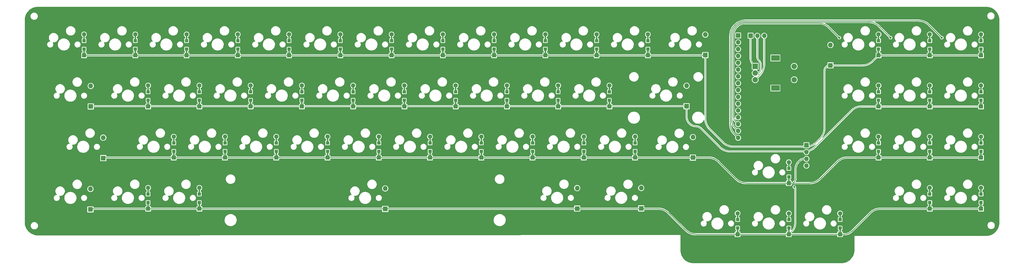
<source format=gbr>
G04 #@! TF.GenerationSoftware,KiCad,Pcbnew,7.0.1*
G04 #@! TF.CreationDate,2023-04-13T23:04:03-07:00*
G04 #@! TF.ProjectId,trashtruck.b,74726173-6874-4727-9563-6b2e622e6b69,rev?*
G04 #@! TF.SameCoordinates,Original*
G04 #@! TF.FileFunction,Copper,L1,Top*
G04 #@! TF.FilePolarity,Positive*
%FSLAX46Y46*%
G04 Gerber Fmt 4.6, Leading zero omitted, Abs format (unit mm)*
G04 Created by KiCad (PCBNEW 7.0.1) date 2023-04-13 23:04:03*
%MOMM*%
%LPD*%
G01*
G04 APERTURE LIST*
G04 #@! TA.AperFunction,SMDPad,CuDef*
%ADD10R,1.200000X1.200000*%
G04 #@! TD*
G04 #@! TA.AperFunction,SMDPad,CuDef*
%ADD11R,0.500000X2.500000*%
G04 #@! TD*
G04 #@! TA.AperFunction,ComponentPad*
%ADD12R,1.600000X1.600000*%
G04 #@! TD*
G04 #@! TA.AperFunction,ComponentPad*
%ADD13C,1.600000*%
G04 #@! TD*
G04 #@! TA.AperFunction,ComponentPad*
%ADD14R,1.800000X1.800000*%
G04 #@! TD*
G04 #@! TA.AperFunction,ComponentPad*
%ADD15O,1.800000X1.800000*%
G04 #@! TD*
G04 #@! TA.AperFunction,ComponentPad*
%ADD16R,1.700000X1.700000*%
G04 #@! TD*
G04 #@! TA.AperFunction,ComponentPad*
%ADD17O,1.700000X1.700000*%
G04 #@! TD*
G04 #@! TA.AperFunction,ComponentPad*
%ADD18C,2.000000*%
G04 #@! TD*
G04 #@! TA.AperFunction,ComponentPad*
%ADD19R,3.200000X2.000000*%
G04 #@! TD*
G04 #@! TA.AperFunction,ComponentPad*
%ADD20R,2.000000X2.000000*%
G04 #@! TD*
G04 #@! TA.AperFunction,ViaPad*
%ADD21C,0.800000*%
G04 #@! TD*
G04 #@! TA.AperFunction,Conductor*
%ADD22C,0.250000*%
G04 #@! TD*
G04 #@! TA.AperFunction,Conductor*
%ADD23C,0.200000*%
G04 #@! TD*
G04 APERTURE END LIST*
D10*
X298815000Y-200845000D03*
D11*
X298815000Y-201970000D03*
D12*
X298815000Y-203170000D03*
D13*
X298815000Y-195370000D03*
D11*
X298815000Y-196570000D03*
D10*
X298815000Y-197695000D03*
D14*
X144020000Y-241520000D03*
D15*
X144020000Y-233900000D03*
D14*
X148780000Y-222410000D03*
D15*
X148780000Y-214790000D03*
D10*
X317865000Y-200845000D03*
D11*
X317865000Y-201970000D03*
D12*
X317865000Y-203170000D03*
D13*
X317865000Y-195370000D03*
D11*
X317865000Y-196570000D03*
D10*
X317865000Y-197695000D03*
D16*
X410150000Y-217610000D03*
D17*
X410150000Y-220150000D03*
X410150000Y-222690000D03*
X410150000Y-225230000D03*
D10*
X455977500Y-181795000D03*
D11*
X455977500Y-182920000D03*
D12*
X455977500Y-184120000D03*
D13*
X455977500Y-176320000D03*
D11*
X455977500Y-177520000D03*
D10*
X455977500Y-178645000D03*
D16*
X389350000Y-176830000D03*
D17*
X391890000Y-176830000D03*
X394430000Y-176830000D03*
D10*
X436927500Y-219895000D03*
D11*
X436927500Y-221020000D03*
D12*
X436927500Y-222220000D03*
D13*
X436927500Y-214420000D03*
D11*
X436927500Y-215620000D03*
D10*
X436927500Y-216745000D03*
X160702500Y-181795000D03*
D11*
X160702500Y-182920000D03*
D12*
X160702500Y-184120000D03*
D13*
X160702500Y-176320000D03*
D11*
X160702500Y-177520000D03*
D10*
X160702500Y-178645000D03*
D16*
X384740000Y-176760000D03*
D17*
X384740000Y-179300000D03*
X384740000Y-181840000D03*
X384740000Y-184380000D03*
X384740000Y-186920000D03*
X384740000Y-189460000D03*
X384740000Y-192000000D03*
X384740000Y-194540000D03*
X384740000Y-197080000D03*
X384740000Y-199620000D03*
X384740000Y-202160000D03*
X384740000Y-204700000D03*
X384740000Y-207240000D03*
X384740000Y-209780000D03*
X384740000Y-212320000D03*
X384740000Y-214860000D03*
D10*
X179752500Y-181795000D03*
D11*
X179752500Y-182920000D03*
D12*
X179752500Y-184120000D03*
D13*
X179752500Y-176320000D03*
D11*
X179752500Y-177520000D03*
D10*
X179752500Y-178645000D03*
D14*
X348730000Y-241160000D03*
D15*
X348730000Y-233540000D03*
D10*
X165465000Y-238945000D03*
D11*
X165465000Y-240070000D03*
D12*
X165465000Y-241270000D03*
D13*
X165465000Y-233470000D03*
D11*
X165465000Y-234670000D03*
D10*
X165465000Y-235795000D03*
X184515000Y-200845000D03*
D11*
X184515000Y-201970000D03*
D12*
X184515000Y-203170000D03*
D13*
X184515000Y-195370000D03*
D11*
X184515000Y-196570000D03*
D10*
X184515000Y-197695000D03*
X475027500Y-238945000D03*
D11*
X475027500Y-240070000D03*
D12*
X475027500Y-241270000D03*
D13*
X475027500Y-233470000D03*
D11*
X475027500Y-234670000D03*
D10*
X475027500Y-235795000D03*
X475027500Y-200845000D03*
D11*
X475027500Y-201970000D03*
D12*
X475027500Y-203170000D03*
D13*
X475027500Y-195370000D03*
D11*
X475027500Y-196570000D03*
D10*
X475027500Y-197695000D03*
X236902500Y-181795000D03*
D11*
X236902500Y-182920000D03*
D12*
X236902500Y-184120000D03*
D13*
X236902500Y-176320000D03*
D11*
X236902500Y-177520000D03*
D10*
X236902500Y-178645000D03*
X422640000Y-248470000D03*
D11*
X422640000Y-249595000D03*
D12*
X422640000Y-250795000D03*
D13*
X422640000Y-242995000D03*
D11*
X422640000Y-244195000D03*
D10*
X422640000Y-245320000D03*
X184515000Y-238945000D03*
D11*
X184515000Y-240070000D03*
D12*
X184515000Y-241270000D03*
D13*
X184515000Y-233470000D03*
D11*
X184515000Y-234670000D03*
D10*
X184515000Y-235795000D03*
X351202500Y-181795000D03*
D11*
X351202500Y-182920000D03*
D12*
X351202500Y-184120000D03*
D13*
X351202500Y-176320000D03*
D11*
X351202500Y-177520000D03*
D10*
X351202500Y-178645000D03*
X270240000Y-219895000D03*
D11*
X270240000Y-221020000D03*
D12*
X270240000Y-222220000D03*
D13*
X270240000Y-214420000D03*
D11*
X270240000Y-215620000D03*
D10*
X270240000Y-216745000D03*
X294052500Y-181795000D03*
D11*
X294052500Y-182920000D03*
D12*
X294052500Y-184120000D03*
D13*
X294052500Y-176320000D03*
D11*
X294052500Y-177520000D03*
D10*
X294052500Y-178645000D03*
X336915000Y-200845000D03*
D11*
X336915000Y-201970000D03*
D12*
X336915000Y-203170000D03*
D13*
X336915000Y-195370000D03*
D11*
X336915000Y-196570000D03*
D10*
X336915000Y-197695000D03*
X403590000Y-229420000D03*
D11*
X403590000Y-230545000D03*
D12*
X403590000Y-231745000D03*
D13*
X403590000Y-223945000D03*
D11*
X403590000Y-225145000D03*
D10*
X403590000Y-226270000D03*
X346440000Y-219895000D03*
D11*
X346440000Y-221020000D03*
D12*
X346440000Y-222220000D03*
D13*
X346440000Y-214420000D03*
D11*
X346440000Y-215620000D03*
D10*
X346440000Y-216745000D03*
X222615000Y-200845000D03*
D11*
X222615000Y-201970000D03*
D12*
X222615000Y-203170000D03*
D13*
X222615000Y-195370000D03*
D11*
X222615000Y-196570000D03*
D10*
X222615000Y-197695000D03*
D14*
X324930000Y-241200000D03*
D15*
X324930000Y-233580000D03*
D10*
X436927500Y-181795000D03*
D11*
X436927500Y-182920000D03*
D12*
X436927500Y-184120000D03*
D13*
X436927500Y-176320000D03*
D11*
X436927500Y-177520000D03*
D10*
X436927500Y-178645000D03*
X455977500Y-219895000D03*
D11*
X455977500Y-221020000D03*
D12*
X455977500Y-222220000D03*
D13*
X455977500Y-214420000D03*
D11*
X455977500Y-215620000D03*
D10*
X455977500Y-216745000D03*
X308340000Y-219895000D03*
D11*
X308340000Y-221020000D03*
D12*
X308340000Y-222220000D03*
D13*
X308340000Y-214420000D03*
D11*
X308340000Y-215620000D03*
D10*
X308340000Y-216745000D03*
X279765000Y-200845000D03*
D11*
X279765000Y-201970000D03*
D12*
X279765000Y-203170000D03*
D13*
X279765000Y-195370000D03*
D11*
X279765000Y-196570000D03*
D10*
X279765000Y-197695000D03*
X194040000Y-219895000D03*
D11*
X194040000Y-221020000D03*
D12*
X194040000Y-222220000D03*
D13*
X194040000Y-214420000D03*
D11*
X194040000Y-215620000D03*
D10*
X194040000Y-216745000D03*
X232140000Y-219895000D03*
D11*
X232140000Y-221020000D03*
D12*
X232140000Y-222220000D03*
D13*
X232140000Y-214420000D03*
D11*
X232140000Y-215620000D03*
D10*
X232140000Y-216745000D03*
D18*
X405580000Y-188210000D03*
X405580000Y-193210000D03*
D19*
X398580000Y-196310000D03*
X398580000Y-185110000D03*
D18*
X391080000Y-190710000D03*
X391080000Y-193210000D03*
D20*
X391080000Y-188210000D03*
D10*
X217852500Y-181795000D03*
D11*
X217852500Y-182920000D03*
D12*
X217852500Y-184120000D03*
D13*
X217852500Y-176320000D03*
D11*
X217852500Y-177520000D03*
D10*
X217852500Y-178645000D03*
D14*
X144140000Y-203150000D03*
D15*
X144140000Y-195530000D03*
D10*
X255952500Y-181795000D03*
D11*
X255952500Y-182920000D03*
D12*
X255952500Y-184120000D03*
D13*
X255952500Y-176320000D03*
D11*
X255952500Y-177520000D03*
D10*
X255952500Y-178645000D03*
D14*
X365580000Y-203070000D03*
D15*
X365580000Y-195450000D03*
D10*
X455977500Y-200845000D03*
D11*
X455977500Y-201970000D03*
D12*
X455977500Y-203170000D03*
D13*
X455977500Y-195370000D03*
D11*
X455977500Y-196570000D03*
D10*
X455977500Y-197695000D03*
X313102500Y-181795000D03*
D11*
X313102500Y-182920000D03*
D12*
X313102500Y-184120000D03*
D13*
X313102500Y-176320000D03*
D11*
X313102500Y-177520000D03*
D10*
X313102500Y-178645000D03*
D14*
X367940000Y-222200000D03*
D15*
X367940000Y-214580000D03*
D10*
X332152500Y-181795000D03*
D11*
X332152500Y-182920000D03*
D12*
X332152500Y-184120000D03*
D13*
X332152500Y-176320000D03*
D11*
X332152500Y-177520000D03*
D10*
X332152500Y-178645000D03*
X475027500Y-219895000D03*
D11*
X475027500Y-221020000D03*
D12*
X475027500Y-222220000D03*
D13*
X475027500Y-214420000D03*
D11*
X475027500Y-215620000D03*
D10*
X475027500Y-216745000D03*
X403590000Y-248470000D03*
D11*
X403590000Y-249595000D03*
D12*
X403590000Y-250795000D03*
D13*
X403590000Y-242995000D03*
D11*
X403590000Y-244195000D03*
D10*
X403590000Y-245320000D03*
X384540000Y-248470000D03*
D11*
X384540000Y-249595000D03*
D12*
X384540000Y-250795000D03*
D13*
X384540000Y-242995000D03*
D11*
X384540000Y-244195000D03*
D10*
X384540000Y-245320000D03*
X327390000Y-219895000D03*
D11*
X327390000Y-221020000D03*
D12*
X327390000Y-222220000D03*
D13*
X327390000Y-214420000D03*
D11*
X327390000Y-215620000D03*
D10*
X327390000Y-216745000D03*
X475027500Y-181795000D03*
D11*
X475027500Y-182920000D03*
D12*
X475027500Y-184120000D03*
D13*
X475027500Y-176320000D03*
D11*
X475027500Y-177520000D03*
D10*
X475027500Y-178645000D03*
X241665000Y-200845000D03*
D11*
X241665000Y-201970000D03*
D12*
X241665000Y-203170000D03*
D13*
X241665000Y-195370000D03*
D11*
X241665000Y-196570000D03*
D10*
X241665000Y-197695000D03*
X251190000Y-219895000D03*
D11*
X251190000Y-221020000D03*
D12*
X251190000Y-222220000D03*
D13*
X251190000Y-214420000D03*
D11*
X251190000Y-215620000D03*
D10*
X251190000Y-216745000D03*
X174990000Y-219895000D03*
D11*
X174990000Y-221020000D03*
D12*
X174990000Y-222220000D03*
D13*
X174990000Y-214420000D03*
D11*
X174990000Y-215620000D03*
D10*
X174990000Y-216745000D03*
X198802500Y-181795000D03*
D11*
X198802500Y-182920000D03*
D12*
X198802500Y-184120000D03*
D13*
X198802500Y-176320000D03*
D11*
X198802500Y-177520000D03*
D10*
X198802500Y-178645000D03*
X213090000Y-219895000D03*
D11*
X213090000Y-221020000D03*
D12*
X213090000Y-222220000D03*
D13*
X213090000Y-214420000D03*
D11*
X213090000Y-215620000D03*
D10*
X213090000Y-216745000D03*
X260715000Y-200845000D03*
D11*
X260715000Y-201970000D03*
D12*
X260715000Y-203170000D03*
D13*
X260715000Y-195370000D03*
D11*
X260715000Y-196570000D03*
D10*
X260715000Y-197695000D03*
X141652500Y-181795000D03*
D11*
X141652500Y-182920000D03*
D12*
X141652500Y-184120000D03*
D13*
X141652500Y-176320000D03*
D11*
X141652500Y-177520000D03*
D10*
X141652500Y-178645000D03*
X436927500Y-200845000D03*
D11*
X436927500Y-201970000D03*
D12*
X436927500Y-203170000D03*
D13*
X436927500Y-195370000D03*
D11*
X436927500Y-196570000D03*
D10*
X436927500Y-197695000D03*
X289290000Y-219895000D03*
D11*
X289290000Y-221020000D03*
D12*
X289290000Y-222220000D03*
D13*
X289290000Y-214420000D03*
D11*
X289290000Y-215620000D03*
D10*
X289290000Y-216745000D03*
D14*
X253590000Y-241340000D03*
D15*
X253590000Y-233720000D03*
D10*
X165465000Y-200845000D03*
D11*
X165465000Y-201970000D03*
D12*
X165465000Y-203170000D03*
D13*
X165465000Y-195370000D03*
D11*
X165465000Y-196570000D03*
D10*
X165465000Y-197695000D03*
D14*
X419050000Y-187870000D03*
D15*
X419050000Y-180250000D03*
D10*
X203565000Y-200845000D03*
D11*
X203565000Y-201970000D03*
D12*
X203565000Y-203170000D03*
D13*
X203565000Y-195370000D03*
D11*
X203565000Y-196570000D03*
D10*
X203565000Y-197695000D03*
X275002500Y-181795000D03*
D11*
X275002500Y-182920000D03*
D12*
X275002500Y-184120000D03*
D13*
X275002500Y-176320000D03*
D11*
X275002500Y-177520000D03*
D10*
X275002500Y-178645000D03*
D14*
X372540000Y-184030000D03*
D15*
X372540000Y-176410000D03*
D10*
X455977500Y-238945000D03*
D11*
X455977500Y-240070000D03*
D12*
X455977500Y-241270000D03*
D13*
X455977500Y-233470000D03*
D11*
X455977500Y-234670000D03*
D10*
X455977500Y-235795000D03*
D21*
X441392500Y-177550000D03*
X460442500Y-177550000D03*
X422342500Y-177550000D03*
X405620000Y-233130000D03*
D22*
X405208631Y-231745000D02*
X405191678Y-231745000D01*
X405465898Y-231745000D02*
X405459257Y-231745000D01*
X405286405Y-231745000D02*
X405228905Y-231745000D01*
X405584219Y-231745000D02*
X405503125Y-231745000D01*
X407332655Y-231745000D02*
X407007342Y-231745000D01*
X405967890Y-231745000D02*
X405915546Y-231745000D01*
X405422030Y-231745000D02*
X405354217Y-231745000D01*
X406343555Y-231745000D02*
X406316289Y-231745000D01*
X405899686Y-231745000D02*
X405879061Y-231745000D01*
X405459257Y-231745000D02*
X405452616Y-231745000D01*
X405317733Y-231745000D02*
X405312577Y-231745000D01*
X407515586Y-231745000D02*
X407502070Y-231745000D01*
X406810779Y-231745000D02*
X406742966Y-231745000D01*
X406129687Y-231745000D02*
X406004374Y-231745000D01*
X405160351Y-231745000D02*
X405145117Y-231745000D01*
X408369414Y-231745000D02*
X408030586Y-231745000D01*
X406438281Y-231745000D02*
X406384219Y-231745000D01*
X405322889Y-231745000D02*
X405317733Y-231745000D01*
X406275625Y-231745000D02*
X406167031Y-231745000D01*
X405858436Y-231745000D02*
X405837811Y-231745000D01*
X405879061Y-231745000D02*
X405858436Y-231745000D01*
X405806483Y-231745000D02*
X405764452Y-231745000D01*
X406621092Y-231745000D02*
X406553280Y-231745000D01*
X407502070Y-231745000D02*
X407488554Y-231745000D01*
X406546405Y-231745000D02*
X406492343Y-231745000D01*
X405837811Y-231745000D02*
X405817186Y-231745000D01*
X405733124Y-231745000D02*
X405628437Y-231745000D01*
X408030586Y-231745000D02*
X407691758Y-231745000D01*
X406370821Y-231745000D02*
X406343555Y-231745000D01*
X409745000Y-231745000D02*
X408715000Y-231745000D01*
X406878592Y-231745000D02*
X406810779Y-231745000D01*
X405191678Y-231745000D02*
X405174725Y-231745000D01*
X406492343Y-231745000D02*
X406438281Y-231745000D01*
X405354217Y-231745000D02*
X405322889Y-231745000D01*
X407332655Y-231745000D02*
X407488554Y-231745000D01*
X405422030Y-231745000D02*
X405452616Y-231745000D01*
X406316289Y-231745000D02*
X406275625Y-231745000D01*
X406384219Y-231745000D02*
X406370821Y-231745000D01*
X405160351Y-231745000D02*
X405174725Y-231745000D01*
X406742966Y-231745000D02*
X406621092Y-231745000D01*
X407515586Y-231745000D02*
X407691758Y-231745000D01*
X405967890Y-231745000D02*
X406004374Y-231745000D01*
X407007342Y-231745000D02*
X406878592Y-231745000D01*
X405764452Y-231745000D02*
X405733124Y-231745000D01*
X408369414Y-231745000D02*
X408715000Y-231745000D01*
X405208631Y-231745000D02*
X405228905Y-231745000D01*
X405465898Y-231745000D02*
X405503125Y-231745000D01*
X405286405Y-231745000D02*
X405312577Y-231745000D01*
D23*
X389349998Y-185256705D02*
G75*
G03*
X390215000Y-187345000I2953302J5D01*
G01*
X391889988Y-184637329D02*
G75*
G03*
X392500000Y-186110000I2082712J29D01*
G01*
X389517467Y-176997533D02*
G75*
G03*
X389350000Y-177066880I-69367J-69367D01*
G01*
X393110012Y-187582670D02*
G75*
G03*
X392500000Y-186110000I-2082712J-30D01*
G01*
X392051593Y-190709997D02*
G75*
G03*
X392800000Y-190400000I7J1058397D01*
G01*
X392800002Y-190400002D02*
G75*
G03*
X393110000Y-189651593I-748402J748402D01*
G01*
X392836200Y-191453785D02*
G75*
G03*
X394430000Y-187606036I-3847800J3847785D01*
G01*
D22*
X405584219Y-231745000D02*
X405628437Y-231745000D01*
X406129687Y-231745000D02*
X406167031Y-231745000D01*
D23*
X392836207Y-191453792D02*
X391080000Y-193210000D01*
X394430000Y-187606036D02*
X394430000Y-176830000D01*
X392051593Y-190710000D02*
X391080000Y-190710000D01*
X393110000Y-189651593D02*
X393110000Y-187582670D01*
X391890000Y-184637329D02*
X391890000Y-176830000D01*
X390215000Y-187345000D02*
X391080000Y-188210000D01*
X389350000Y-177066880D02*
X389350000Y-185256705D01*
X144180000Y-203110000D02*
X144140000Y-203150000D01*
D22*
X407220000Y-223770000D02*
X407645926Y-223344073D01*
X144446776Y-241270000D02*
X165465000Y-241270000D01*
X455977500Y-241270000D02*
X475027500Y-241270000D01*
X426964603Y-249665396D02*
X433766207Y-242863792D01*
X418556292Y-173763792D02*
X422342500Y-177550000D01*
X383840000Y-208880000D02*
X384740000Y-209780000D01*
X405145117Y-231745000D02*
X405137500Y-231745000D01*
X148875000Y-222315000D02*
X148780000Y-222410000D01*
D23*
X404775000Y-249610000D02*
X403590000Y-250795000D01*
X413283792Y-218296207D02*
X426816207Y-204763792D01*
D22*
X451848536Y-171210000D02*
X387383963Y-171210000D01*
D23*
X381763963Y-219890000D02*
X409436036Y-219890000D01*
X374133792Y-211533792D02*
X379156207Y-216556207D01*
X372540000Y-184093639D02*
X372540000Y-207686036D01*
X144276568Y-203070000D02*
X365580000Y-203070000D01*
D22*
X437613963Y-241270000D02*
X455977500Y-241270000D01*
D23*
X365580000Y-203070000D02*
X365580000Y-206910933D01*
D22*
X405915546Y-231745000D02*
X405899686Y-231745000D01*
X406140000Y-229931680D02*
X406140000Y-226377350D01*
X383423792Y-172916206D02*
X383536207Y-172803792D01*
X381830000Y-209892319D02*
X381830000Y-176763963D01*
D23*
X413773792Y-216556207D02*
X415256206Y-215073792D01*
D22*
X144145000Y-241395000D02*
X144020000Y-241520000D01*
X436927500Y-222220000D02*
X425363963Y-222220000D01*
D23*
X416850000Y-189869998D02*
X416850000Y-211226036D01*
D22*
X383560000Y-211140000D02*
X384740000Y-212320000D01*
X422640000Y-250795000D02*
X384540000Y-250795000D01*
D23*
X436927500Y-203170000D02*
X430663963Y-203170000D01*
D22*
X422640000Y-250795000D02*
X424237500Y-250795000D01*
X355026036Y-241270000D02*
X165465000Y-241270000D01*
X436927500Y-222220000D02*
X475027500Y-222220000D01*
X405806483Y-231745000D02*
X405817186Y-231745000D01*
X406553280Y-231745000D02*
X406546405Y-231745000D01*
D23*
X436927500Y-203170000D02*
X475027500Y-203170000D01*
D22*
X174990000Y-222220000D02*
X373716036Y-222220000D01*
D23*
X389517500Y-176997500D02*
X389685000Y-177165000D01*
D22*
X149104350Y-222220000D02*
X174990000Y-222220000D01*
X377563792Y-223813792D02*
X383901207Y-230151207D01*
X403590000Y-231745000D02*
X405082500Y-231745000D01*
X365211207Y-249201207D02*
X358873792Y-242863792D01*
X387748963Y-231745000D02*
X403590000Y-231745000D01*
X437126292Y-173283792D02*
X441392500Y-177550000D01*
D23*
X405620000Y-233130000D02*
X405790000Y-233300000D01*
D22*
X144100000Y-203170000D02*
X143980000Y-203050000D01*
X409225000Y-222690000D02*
X410150000Y-222690000D01*
X387450107Y-171690000D02*
X433278536Y-171690000D01*
X369058963Y-250795000D02*
X384540000Y-250795000D01*
X382380000Y-176760107D02*
X382380000Y-208291227D01*
X383285000Y-213405000D02*
X384740000Y-214860000D01*
D23*
X366640000Y-209470000D02*
X366833794Y-209663794D01*
D22*
X415178792Y-230151207D02*
X421516207Y-223813792D01*
X372386360Y-184120000D02*
X141652500Y-184120000D01*
D23*
X418849998Y-187870000D02*
X430923536Y-187870000D01*
D22*
X436927500Y-184120000D02*
X475027500Y-184120000D01*
D23*
X434771292Y-186276207D02*
X436927500Y-184120000D01*
X405960000Y-233710416D02*
X405960000Y-246749156D01*
X371016205Y-211396205D02*
X377916207Y-218296207D01*
D22*
X405625000Y-231175000D02*
X405129445Y-231670554D01*
X387429690Y-172170000D02*
X414708536Y-172170000D01*
D23*
X409926036Y-218150000D02*
X383003963Y-218150000D01*
D22*
X382940000Y-206707207D02*
X382940000Y-176659690D01*
X460442500Y-177550000D02*
X455696292Y-172803792D01*
X411331036Y-231745000D02*
X409745000Y-231745000D01*
X405137500Y-231745000D02*
X405082500Y-231745000D01*
X405082500Y-231745000D02*
G75*
G03*
X405110000Y-231717500I0J27500D01*
G01*
X372386360Y-184119954D02*
G75*
G03*
X372495000Y-184075000I40J153654D01*
G01*
D23*
X430923536Y-187870010D02*
G75*
G03*
X434771292Y-186276207I-36J5441610D01*
G01*
D22*
X407219985Y-223769985D02*
G75*
G03*
X406140000Y-226377350I2607315J-2607315D01*
G01*
X365211215Y-249201199D02*
G75*
G03*
X369058963Y-250795000I3847785J3847799D01*
G01*
D23*
X409926036Y-218150010D02*
G75*
G03*
X413773792Y-216556207I-36J5441610D01*
G01*
X377916215Y-218296199D02*
G75*
G03*
X381763963Y-219890000I3847785J3847799D01*
G01*
X409436036Y-219890010D02*
G75*
G03*
X413283792Y-218296207I-36J5441610D01*
G01*
X365579987Y-206910933D02*
G75*
G03*
X366640001Y-209469999I3619113J33D01*
G01*
D22*
X437613963Y-241269960D02*
G75*
G03*
X433766208Y-242863793I37J-5441540D01*
G01*
D23*
X430663963Y-203169960D02*
G75*
G03*
X426816208Y-204763793I37J-5441540D01*
G01*
D22*
X411331036Y-231745010D02*
G75*
G03*
X415178792Y-230151207I-36J5441610D01*
G01*
X383864998Y-173174998D02*
G75*
G03*
X382380000Y-176760107I3585102J-3585102D01*
G01*
X381829993Y-209892319D02*
G75*
G03*
X383285001Y-213404999I4967707J19D01*
G01*
X387450107Y-171690003D02*
G75*
G03*
X383865000Y-173175000I-7J-5070097D01*
G01*
X405129444Y-231670553D02*
G75*
G03*
X405110000Y-231717500I46956J-46947D01*
G01*
X384255003Y-173485003D02*
G75*
G03*
X382940000Y-176659690I3174697J-3174697D01*
G01*
X144446776Y-241269991D02*
G75*
G03*
X144145000Y-241395000I24J-426809D01*
G01*
D23*
X366833796Y-209663792D02*
G75*
G03*
X368925000Y-210530000I2091204J2091192D01*
G01*
D22*
X455696284Y-172803800D02*
G75*
G03*
X451848536Y-171210000I-3847784J-3847800D01*
G01*
X387429690Y-172169997D02*
G75*
G03*
X384255001Y-173485001I10J-4489703D01*
G01*
X405110000Y-231717500D02*
G75*
G03*
X405137500Y-231745000I27500J0D01*
G01*
X383423801Y-172916215D02*
G75*
G03*
X381830000Y-176763963I3847799J-3847785D01*
G01*
D23*
X415256199Y-215073785D02*
G75*
G03*
X416850000Y-211226036I-3847799J3847785D01*
G01*
X404775033Y-249610033D02*
G75*
G03*
X405960000Y-246749156I-2860933J2860833D01*
G01*
D22*
X405625006Y-231175006D02*
G75*
G03*
X406140000Y-229931680I-1243306J1243306D01*
G01*
X358873784Y-242863800D02*
G75*
G03*
X355026036Y-241270000I-3847784J-3847800D01*
G01*
D23*
X379156215Y-216556199D02*
G75*
G03*
X383003963Y-218150000I3847785J3847799D01*
G01*
X371016203Y-211396207D02*
G75*
G03*
X368925000Y-210530000I-2091203J-2091193D01*
G01*
X405959993Y-233710416D02*
G75*
G03*
X405790000Y-233300000I-580393J16D01*
G01*
X372539904Y-184093639D02*
G75*
G03*
X372495000Y-184075000I-26304J39D01*
G01*
D22*
X437126284Y-173283800D02*
G75*
G03*
X433278536Y-171690000I-3847784J-3847800D01*
G01*
X409225000Y-222689986D02*
G75*
G03*
X407645926Y-223344073I0J-2233114D01*
G01*
X383901215Y-230151199D02*
G75*
G03*
X387748963Y-231745000I3847785J3847799D01*
G01*
X382379989Y-208291227D02*
G75*
G03*
X383560000Y-211140000I4028811J27D01*
G01*
D23*
X372539990Y-207686036D02*
G75*
G03*
X374133793Y-211533791I5441610J36D01*
G01*
D22*
X418556284Y-173763800D02*
G75*
G03*
X414708536Y-172170000I-3847784J-3847800D01*
G01*
X387383963Y-171209960D02*
G75*
G03*
X383536208Y-172803793I37J-5441540D01*
G01*
D23*
X144276568Y-203069987D02*
G75*
G03*
X144180000Y-203110000I32J-136613D01*
G01*
D22*
X424237500Y-250795001D02*
G75*
G03*
X426964603Y-249665396I0J3856701D01*
G01*
X425363963Y-222219960D02*
G75*
G03*
X421516208Y-223813793I37J-5441540D01*
G01*
D23*
X418849998Y-187870000D02*
G75*
G03*
X416850000Y-189869998I2J-2000000D01*
G01*
D22*
X382939997Y-206707207D02*
G75*
G03*
X383840000Y-208880000I3072803J7D01*
G01*
X149104350Y-222220021D02*
G75*
G03*
X148875000Y-222315000I-50J-324279D01*
G01*
X377563784Y-223813800D02*
G75*
G03*
X373716036Y-222220000I-3847784J-3847800D01*
G01*
G04 #@! TA.AperFunction,NonConductor*
G36*
X476935685Y-166045620D02*
G01*
X477354440Y-166063905D01*
X477365387Y-166064862D01*
X477778226Y-166119213D01*
X477789043Y-166121120D01*
X478096717Y-166189327D01*
X478195587Y-166211245D01*
X478206204Y-166214090D01*
X478603329Y-166339297D01*
X478613657Y-166343056D01*
X478998372Y-166502400D01*
X479008329Y-166507043D01*
X479109259Y-166559580D01*
X479377686Y-166699304D01*
X479387201Y-166704796D01*
X479738414Y-166928527D01*
X479747400Y-166934819D01*
X480077743Y-167188278D01*
X480077777Y-167188304D01*
X480086197Y-167195369D01*
X480393215Y-167476674D01*
X480400987Y-167484446D01*
X480682312Y-167791425D01*
X480689378Y-167799844D01*
X480942890Y-168130187D01*
X480949195Y-168139190D01*
X481172956Y-168490372D01*
X481178452Y-168499891D01*
X481370747Y-168869223D01*
X481375393Y-168879184D01*
X481534775Y-169263879D01*
X481538535Y-169274207D01*
X481663781Y-169671321D01*
X481666627Y-169681937D01*
X481756793Y-170088472D01*
X481758702Y-170099296D01*
X481813092Y-170512113D01*
X481814052Y-170523063D01*
X481832318Y-170940425D01*
X481832438Y-170945923D01*
X481839061Y-246497739D01*
X481838942Y-246503235D01*
X481820694Y-246921994D01*
X481819737Y-246932944D01*
X481765424Y-247345785D01*
X481763516Y-247356610D01*
X481673430Y-247763143D01*
X481670586Y-247773760D01*
X481545415Y-248170889D01*
X481541657Y-248181218D01*
X481382349Y-248565937D01*
X481377705Y-248575899D01*
X481185474Y-248945274D01*
X481179979Y-248954793D01*
X480956299Y-249305990D01*
X480949996Y-249314995D01*
X480696547Y-249645379D01*
X480689483Y-249653800D01*
X480408208Y-249960835D01*
X480400437Y-249968607D01*
X480093474Y-250249963D01*
X480085055Y-250257030D01*
X479754745Y-250510558D01*
X479745742Y-250516863D01*
X479394589Y-250740644D01*
X479385071Y-250746142D01*
X479015746Y-250938469D01*
X479005785Y-250943115D01*
X478621118Y-251102519D01*
X478610790Y-251106280D01*
X478213693Y-251231554D01*
X478203077Y-251234401D01*
X477796555Y-251324595D01*
X477785730Y-251326505D01*
X477372915Y-251380924D01*
X477361966Y-251381884D01*
X476941704Y-251400307D01*
X476936209Y-251400428D01*
X428142308Y-251409489D01*
X428142051Y-251409449D01*
X428089827Y-251409499D01*
X428089827Y-251409500D01*
X428089826Y-251409500D01*
X428089793Y-251409500D01*
X428057327Y-251409506D01*
X428054083Y-251410563D01*
X428030564Y-251422565D01*
X428025356Y-251426350D01*
X428006271Y-251445458D01*
X428002502Y-251450656D01*
X427990517Y-251474211D01*
X427989467Y-251477444D01*
X427989500Y-251510530D01*
X427989500Y-251510629D01*
X427989509Y-251562131D01*
X427989550Y-251562387D01*
X427994571Y-256663226D01*
X427994456Y-256668724D01*
X427976568Y-257087711D01*
X427975620Y-257098668D01*
X427921617Y-257511799D01*
X427919717Y-257522632D01*
X427829894Y-257929477D01*
X427827057Y-257940103D01*
X427702095Y-258337577D01*
X427698341Y-258347914D01*
X427539202Y-258732958D01*
X427534562Y-258742929D01*
X427342449Y-259112636D01*
X427336957Y-259122165D01*
X427113333Y-259473718D01*
X427107031Y-259482731D01*
X426853600Y-259813447D01*
X426846535Y-259821876D01*
X426565243Y-260129217D01*
X426557471Y-260136998D01*
X426250444Y-260418646D01*
X426242023Y-260425720D01*
X425911605Y-260679521D01*
X425902599Y-260685834D01*
X425551301Y-260909859D01*
X425541779Y-260915362D01*
X425172282Y-261107901D01*
X425162316Y-261112552D01*
X424777460Y-261272127D01*
X424767126Y-261275893D01*
X424369792Y-261401308D01*
X424359170Y-261404157D01*
X423952426Y-261494444D01*
X423941595Y-261496356D01*
X423528534Y-261550828D01*
X423517579Y-261551789D01*
X423098710Y-261570150D01*
X423093213Y-261570271D01*
X423068923Y-261570274D01*
X423068903Y-261570275D01*
X423068901Y-261570275D01*
X368193495Y-261578728D01*
X368187999Y-261578609D01*
X367769180Y-261560386D01*
X367758228Y-261559429D01*
X367345327Y-261505129D01*
X367334501Y-261503222D01*
X366927890Y-261413136D01*
X366917271Y-261410292D01*
X366520071Y-261285109D01*
X366509741Y-261281351D01*
X366124952Y-261122020D01*
X366114988Y-261117375D01*
X365745556Y-260925112D01*
X365736035Y-260919616D01*
X365384778Y-260695890D01*
X365375772Y-260689586D01*
X365212707Y-260564486D01*
X365045328Y-260436076D01*
X365036922Y-260429024D01*
X364872527Y-260278409D01*
X364729835Y-260147677D01*
X364722062Y-260139905D01*
X364719398Y-260136998D01*
X364440680Y-259832877D01*
X364433622Y-259824467D01*
X364180067Y-259494073D01*
X364173761Y-259485068D01*
X364169489Y-259478363D01*
X363949965Y-259133826D01*
X363944484Y-259124332D01*
X363752155Y-258754919D01*
X363747511Y-258744962D01*
X363746669Y-258742929D01*
X363588113Y-258360187D01*
X363584357Y-258349867D01*
X363583741Y-258347914D01*
X363459111Y-257952685D01*
X363456266Y-257942071D01*
X363453474Y-257929477D01*
X363366112Y-257535462D01*
X363364205Y-257524646D01*
X363363940Y-257522632D01*
X363309835Y-257111726D01*
X363308880Y-257100808D01*
X363290619Y-256682663D01*
X363290500Y-256677167D01*
X363290500Y-251222331D01*
X363290531Y-251222126D01*
X363290519Y-251202592D01*
X363290520Y-251202592D01*
X363290500Y-251169938D01*
X363290500Y-251154083D01*
X363290500Y-251137344D01*
X363289458Y-251134146D01*
X363277433Y-251110563D01*
X363275490Y-251107889D01*
X363275490Y-251107888D01*
X363275488Y-251107887D01*
X363273646Y-251105351D01*
X363254597Y-251086314D01*
X363249385Y-251082531D01*
X363225792Y-251070519D01*
X363222592Y-251069479D01*
X363189608Y-251069500D01*
X363138607Y-251069500D01*
X363138403Y-251069530D01*
X124530385Y-251216403D01*
X124530383Y-251216403D01*
X124506220Y-251216418D01*
X124500722Y-251216301D01*
X124081733Y-251198260D01*
X124070777Y-251197308D01*
X123657709Y-251143164D01*
X123646878Y-251141261D01*
X123240088Y-251051301D01*
X123229464Y-251048460D01*
X122832072Y-250923374D01*
X122821736Y-250919617D01*
X122436773Y-250760358D01*
X122426805Y-250755715D01*
X122057191Y-250563495D01*
X122047665Y-250558000D01*
X121696219Y-250334282D01*
X121687208Y-250327977D01*
X121356607Y-250074467D01*
X121348181Y-250067401D01*
X121341819Y-250061575D01*
X121162216Y-249897091D01*
X121040946Y-249786030D01*
X121033175Y-249778264D01*
X120751633Y-249471163D01*
X120744567Y-249462745D01*
X120490890Y-249132283D01*
X120484580Y-249123276D01*
X120478336Y-249113479D01*
X120386483Y-248969348D01*
X120260671Y-248771932D01*
X120255172Y-248762409D01*
X120171380Y-248601493D01*
X120062757Y-248392891D01*
X120058120Y-248382949D01*
X119898648Y-247998037D01*
X119894897Y-247987734D01*
X119775783Y-247610000D01*
X121824341Y-247610000D01*
X121833033Y-247709346D01*
X121844937Y-247845409D01*
X121906096Y-248073662D01*
X122005965Y-248287829D01*
X122141507Y-248481404D01*
X122308595Y-248648492D01*
X122308598Y-248648494D01*
X122308599Y-248648495D01*
X122502171Y-248784035D01*
X122716337Y-248883903D01*
X122944592Y-248945063D01*
X123121034Y-248960500D01*
X123238960Y-248960500D01*
X123238966Y-248960500D01*
X123415408Y-248945063D01*
X123643663Y-248883903D01*
X123857829Y-248784035D01*
X124051401Y-248648495D01*
X124218495Y-248481401D01*
X124354035Y-248287830D01*
X124453903Y-248073663D01*
X124515063Y-247845408D01*
X124535659Y-247610000D01*
X124515063Y-247374592D01*
X124453903Y-247146337D01*
X124354035Y-246932171D01*
X124218495Y-246738599D01*
X124218494Y-246738598D01*
X124218492Y-246738595D01*
X124051404Y-246571507D01*
X123857829Y-246435965D01*
X123643662Y-246336096D01*
X123415409Y-246274937D01*
X123390201Y-246272731D01*
X123238966Y-246259500D01*
X123121034Y-246259500D01*
X122988702Y-246271077D01*
X122944590Y-246274937D01*
X122716337Y-246336096D01*
X122502170Y-246435965D01*
X122308595Y-246571507D01*
X122141507Y-246738595D01*
X122005965Y-246932169D01*
X121906096Y-247146336D01*
X121844937Y-247374590D01*
X121824341Y-247609999D01*
X121824341Y-247610000D01*
X119775783Y-247610000D01*
X119769593Y-247590371D01*
X119766758Y-247579790D01*
X119676583Y-247173029D01*
X119674678Y-247162231D01*
X119620314Y-246749152D01*
X119619357Y-246738208D01*
X119618362Y-246715377D01*
X119601059Y-246318317D01*
X119600941Y-246312841D01*
X119600979Y-245876273D01*
X119601005Y-245580168D01*
X193876933Y-245580168D01*
X193900873Y-245818140D01*
X193907011Y-245879145D01*
X193976670Y-246171449D01*
X194078547Y-246435965D01*
X194084670Y-246451862D01*
X194229080Y-246715377D01*
X194407321Y-246957288D01*
X194407323Y-246957290D01*
X194616221Y-247173289D01*
X194852046Y-247359518D01*
X195110587Y-247512652D01*
X195268871Y-247579770D01*
X195387235Y-247629961D01*
X195508282Y-247663118D01*
X195677046Y-247709348D01*
X195974855Y-247749400D01*
X196200127Y-247749400D01*
X196200133Y-247749400D01*
X196424919Y-247734352D01*
X196719387Y-247674499D01*
X197003251Y-247575931D01*
X197271443Y-247440407D01*
X197519180Y-247270346D01*
X197742039Y-247068782D01*
X197936043Y-246839312D01*
X198097731Y-246586032D01*
X198224218Y-246313460D01*
X198313246Y-246026462D01*
X198363226Y-245730158D01*
X198368241Y-245580168D01*
X293876733Y-245580168D01*
X293900673Y-245818140D01*
X293906811Y-245879145D01*
X293976470Y-246171449D01*
X294078347Y-246435965D01*
X294084470Y-246451862D01*
X294228880Y-246715377D01*
X294407121Y-246957288D01*
X294407123Y-246957290D01*
X294616021Y-247173289D01*
X294851846Y-247359518D01*
X295110387Y-247512652D01*
X295268671Y-247579770D01*
X295387035Y-247629961D01*
X295508082Y-247663118D01*
X295676846Y-247709348D01*
X295974655Y-247749400D01*
X296199927Y-247749400D01*
X296199933Y-247749400D01*
X296424719Y-247734352D01*
X296719187Y-247674499D01*
X297003051Y-247575931D01*
X297271243Y-247440407D01*
X297518980Y-247270346D01*
X297741839Y-247068782D01*
X297935843Y-246839312D01*
X298097531Y-246586032D01*
X298224018Y-246313460D01*
X298313046Y-246026462D01*
X298363026Y-245730158D01*
X298373067Y-245429836D01*
X298342989Y-245130855D01*
X298273330Y-244838551D01*
X298165331Y-244558140D01*
X298020921Y-244294625D01*
X298020919Y-244294622D01*
X297842678Y-244052711D01*
X297734850Y-243941218D01*
X297633779Y-243836711D01*
X297397954Y-243650482D01*
X297139413Y-243497348D01*
X297139410Y-243497347D01*
X297139409Y-243497346D01*
X296862764Y-243380038D01*
X296572958Y-243300653D01*
X296572957Y-243300652D01*
X296572954Y-243300652D01*
X296275145Y-243260600D01*
X296049867Y-243260600D01*
X295927256Y-243268808D01*
X295825076Y-243275648D01*
X295530612Y-243335501D01*
X295246751Y-243434067D01*
X294978558Y-243569592D01*
X294730819Y-243739654D01*
X294507959Y-243941219D01*
X294313955Y-244170689D01*
X294152269Y-244423966D01*
X294025783Y-244696536D01*
X293936753Y-244983538D01*
X293886774Y-245279839D01*
X293886773Y-245279842D01*
X293886774Y-245279842D01*
X293879665Y-245492485D01*
X293876733Y-245580168D01*
X198368241Y-245580168D01*
X198373267Y-245429836D01*
X198343189Y-245130855D01*
X198273530Y-244838551D01*
X198165531Y-244558140D01*
X198021121Y-244294625D01*
X198021119Y-244294622D01*
X197842878Y-244052711D01*
X197735050Y-243941218D01*
X197633979Y-243836711D01*
X197398154Y-243650482D01*
X197139613Y-243497348D01*
X197139610Y-243497347D01*
X197139609Y-243497346D01*
X196862964Y-243380038D01*
X196573158Y-243300653D01*
X196573157Y-243300652D01*
X196573154Y-243300652D01*
X196275345Y-243260600D01*
X196050067Y-243260600D01*
X195927456Y-243268808D01*
X195825276Y-243275648D01*
X195530812Y-243335501D01*
X195246951Y-243434067D01*
X194978758Y-243569592D01*
X194731019Y-243739654D01*
X194508159Y-243941219D01*
X194314155Y-244170689D01*
X194152469Y-244423966D01*
X194025983Y-244696536D01*
X193936953Y-244983538D01*
X193886974Y-245279839D01*
X193886973Y-245279842D01*
X193886974Y-245279842D01*
X193879865Y-245492485D01*
X193876933Y-245580168D01*
X119601005Y-245580168D01*
X119601280Y-242444674D01*
X142869500Y-242444674D01*
X142884034Y-242517740D01*
X142939399Y-242600601D01*
X143022260Y-242655966D01*
X143095326Y-242670500D01*
X144944673Y-242670500D01*
X144944674Y-242670500D01*
X145017740Y-242655966D01*
X145100601Y-242600601D01*
X145155966Y-242517740D01*
X145170500Y-242444674D01*
X145170500Y-241771500D01*
X145187381Y-241708500D01*
X145233500Y-241662381D01*
X145296500Y-241645500D01*
X164288500Y-241645500D01*
X164351500Y-241662381D01*
X164397619Y-241708500D01*
X164414500Y-241771500D01*
X164414500Y-242094674D01*
X164429034Y-242167740D01*
X164484399Y-242250601D01*
X164567260Y-242305966D01*
X164640326Y-242320500D01*
X166289673Y-242320500D01*
X166289674Y-242320500D01*
X166362740Y-242305966D01*
X166445601Y-242250601D01*
X166500966Y-242167740D01*
X166515500Y-242094674D01*
X166515500Y-241771500D01*
X166532381Y-241708500D01*
X166578500Y-241662381D01*
X166641500Y-241645500D01*
X183338500Y-241645500D01*
X183401500Y-241662381D01*
X183447619Y-241708500D01*
X183464500Y-241771500D01*
X183464500Y-242094674D01*
X183479034Y-242167740D01*
X183534399Y-242250601D01*
X183617260Y-242305966D01*
X183690326Y-242320500D01*
X185339673Y-242320500D01*
X185339674Y-242320500D01*
X185412740Y-242305966D01*
X185495601Y-242250601D01*
X185550966Y-242167740D01*
X185565500Y-242094674D01*
X185565500Y-241771500D01*
X185582381Y-241708500D01*
X185628500Y-241662381D01*
X185691500Y-241645500D01*
X252313500Y-241645500D01*
X252376500Y-241662381D01*
X252422619Y-241708500D01*
X252439500Y-241771500D01*
X252439500Y-242264674D01*
X252454034Y-242337740D01*
X252509399Y-242420601D01*
X252592260Y-242475966D01*
X252665326Y-242490500D01*
X254514673Y-242490500D01*
X254514674Y-242490500D01*
X254587740Y-242475966D01*
X254670601Y-242420601D01*
X254725966Y-242337740D01*
X254740500Y-242264674D01*
X254740500Y-241771500D01*
X254757381Y-241708500D01*
X254803500Y-241662381D01*
X254866500Y-241645500D01*
X323653500Y-241645500D01*
X323716500Y-241662381D01*
X323762619Y-241708500D01*
X323779500Y-241771500D01*
X323779500Y-242124674D01*
X323794034Y-242197740D01*
X323849399Y-242280601D01*
X323932260Y-242335966D01*
X324005326Y-242350500D01*
X325854673Y-242350500D01*
X325854674Y-242350500D01*
X325927740Y-242335966D01*
X326010601Y-242280601D01*
X326065966Y-242197740D01*
X326080500Y-242124674D01*
X326080500Y-241771500D01*
X326097381Y-241708500D01*
X326143500Y-241662381D01*
X326206500Y-241645500D01*
X347453500Y-241645500D01*
X347516500Y-241662381D01*
X347562619Y-241708500D01*
X347579500Y-241771500D01*
X347579500Y-242084674D01*
X347594034Y-242157740D01*
X347649399Y-242240601D01*
X347732260Y-242295966D01*
X347805326Y-242310500D01*
X349654673Y-242310500D01*
X349654674Y-242310500D01*
X349727740Y-242295966D01*
X349810601Y-242240601D01*
X349865966Y-242157740D01*
X349880500Y-242084674D01*
X349880500Y-241771500D01*
X349897381Y-241708500D01*
X349943500Y-241662381D01*
X350006500Y-241645500D01*
X355023555Y-241645500D01*
X355028502Y-241645597D01*
X355418569Y-241660924D01*
X355428414Y-241661699D01*
X355813635Y-241707295D01*
X355823382Y-241708839D01*
X356203645Y-241784480D01*
X356203826Y-241784516D01*
X356213445Y-241786825D01*
X356586771Y-241892116D01*
X356596155Y-241895165D01*
X356960094Y-242029430D01*
X356969204Y-242033203D01*
X357321489Y-242195610D01*
X357330270Y-242200084D01*
X357668723Y-242389628D01*
X357677138Y-242394784D01*
X357818438Y-242489198D01*
X357999658Y-242610286D01*
X358007661Y-242616101D01*
X358312273Y-242856236D01*
X358319792Y-242862657D01*
X358462960Y-242995000D01*
X358606674Y-243127847D01*
X358610240Y-243131277D01*
X364975161Y-249496199D01*
X364975269Y-249496290D01*
X365096059Y-249617080D01*
X365107312Y-249628333D01*
X365434137Y-249907467D01*
X365454893Y-249925194D01*
X365824697Y-250193872D01*
X366214442Y-250432709D01*
X366621725Y-250640230D01*
X367044033Y-250815158D01*
X367416117Y-250936056D01*
X367478770Y-250956414D01*
X367923229Y-251063121D01*
X367923230Y-251063121D01*
X367923238Y-251063123D01*
X368374714Y-251134632D01*
X368830408Y-251170498D01*
X368981631Y-251170498D01*
X368981637Y-251170500D01*
X368996303Y-251170500D01*
X369058960Y-251170500D01*
X383363500Y-251170500D01*
X383426500Y-251187381D01*
X383472619Y-251233500D01*
X383489500Y-251296500D01*
X383489500Y-251619674D01*
X383504034Y-251692740D01*
X383559399Y-251775601D01*
X383642260Y-251830966D01*
X383715326Y-251845500D01*
X385364673Y-251845500D01*
X385364674Y-251845500D01*
X385437740Y-251830966D01*
X385520601Y-251775601D01*
X385575966Y-251692740D01*
X385590500Y-251619674D01*
X385590500Y-251296500D01*
X385607381Y-251233500D01*
X385653500Y-251187381D01*
X385716500Y-251170500D01*
X402413500Y-251170500D01*
X402476500Y-251187381D01*
X402522619Y-251233500D01*
X402539500Y-251296500D01*
X402539500Y-251619674D01*
X402554034Y-251692740D01*
X402609399Y-251775601D01*
X402692260Y-251830966D01*
X402765326Y-251845500D01*
X404414673Y-251845500D01*
X404414674Y-251845500D01*
X404487740Y-251830966D01*
X404570601Y-251775601D01*
X404625966Y-251692740D01*
X404640500Y-251619674D01*
X404640500Y-251296500D01*
X404657381Y-251233500D01*
X404703500Y-251187381D01*
X404766500Y-251170500D01*
X421463500Y-251170500D01*
X421526500Y-251187381D01*
X421572619Y-251233500D01*
X421589500Y-251296500D01*
X421589500Y-251619674D01*
X421604034Y-251692740D01*
X421659399Y-251775601D01*
X421742260Y-251830966D01*
X421815326Y-251845500D01*
X423464673Y-251845500D01*
X423464674Y-251845500D01*
X423537740Y-251830966D01*
X423620601Y-251775601D01*
X423675966Y-251692740D01*
X423690500Y-251619674D01*
X423690500Y-251296500D01*
X423707381Y-251233500D01*
X423753500Y-251187381D01*
X423816500Y-251170500D01*
X424183511Y-251170500D01*
X424185308Y-251170500D01*
X424185313Y-251170501D01*
X424237500Y-251170501D01*
X424422276Y-251170501D01*
X424422282Y-251170501D01*
X424790440Y-251138291D01*
X425154390Y-251074117D01*
X425511362Y-250978467D01*
X425858639Y-250852068D01*
X426193578Y-250695883D01*
X426503650Y-250516863D01*
X426513627Y-250511103D01*
X426816359Y-250299127D01*
X426841332Y-250278172D01*
X427099461Y-250061575D01*
X427230122Y-249930914D01*
X427235842Y-249925194D01*
X429681035Y-247480000D01*
X477414341Y-247480000D01*
X477434937Y-247715409D01*
X477496096Y-247943662D01*
X477595965Y-248157829D01*
X477731507Y-248351404D01*
X477898595Y-248518492D01*
X477898598Y-248518494D01*
X477898599Y-248518495D01*
X478092171Y-248654035D01*
X478306337Y-248753903D01*
X478534592Y-248815063D01*
X478711034Y-248830500D01*
X478828960Y-248830500D01*
X478828966Y-248830500D01*
X479005408Y-248815063D01*
X479233663Y-248753903D01*
X479447829Y-248654035D01*
X479641401Y-248518495D01*
X479808495Y-248351401D01*
X479944035Y-248157830D01*
X480043903Y-247943663D01*
X480105063Y-247715408D01*
X480125659Y-247480000D01*
X480105063Y-247244592D01*
X480043903Y-247016337D01*
X479944035Y-246802171D01*
X479808495Y-246608599D01*
X479808494Y-246608598D01*
X479808492Y-246608595D01*
X479641404Y-246441507D01*
X479447829Y-246305965D01*
X479233662Y-246206096D01*
X479005409Y-246144937D01*
X478980202Y-246142731D01*
X478828966Y-246129500D01*
X478711034Y-246129500D01*
X478578702Y-246141077D01*
X478534590Y-246144937D01*
X478306337Y-246206096D01*
X478092170Y-246305965D01*
X477898595Y-246441507D01*
X477731507Y-246608595D01*
X477595965Y-246802169D01*
X477496096Y-247016336D01*
X477434937Y-247244590D01*
X477414341Y-247480000D01*
X429681035Y-247480000D01*
X433983177Y-243177857D01*
X433983182Y-243177854D01*
X433993551Y-243167484D01*
X433993553Y-243167484D01*
X434030013Y-243131023D01*
X434033501Y-243127669D01*
X434320215Y-242862628D01*
X434327700Y-242856236D01*
X434632342Y-242616071D01*
X434640321Y-242610273D01*
X434962856Y-242394758D01*
X434971258Y-242389609D01*
X435309712Y-242200061D01*
X435318503Y-242195582D01*
X435670788Y-242033172D01*
X435679897Y-242029399D01*
X436043838Y-241895130D01*
X436053221Y-241892082D01*
X436426571Y-241786783D01*
X436436149Y-241784483D01*
X436816601Y-241708803D01*
X436826366Y-241707255D01*
X437211589Y-241661659D01*
X437221422Y-241660886D01*
X437610479Y-241645597D01*
X437615428Y-241645500D01*
X454801000Y-241645500D01*
X454864000Y-241662381D01*
X454910119Y-241708500D01*
X454927000Y-241771500D01*
X454927000Y-242094674D01*
X454941534Y-242167740D01*
X454996899Y-242250601D01*
X455079760Y-242305966D01*
X455152826Y-242320500D01*
X456802173Y-242320500D01*
X456802174Y-242320500D01*
X456875240Y-242305966D01*
X456958101Y-242250601D01*
X457013466Y-242167740D01*
X457028000Y-242094674D01*
X457028000Y-241771500D01*
X457044881Y-241708500D01*
X457091000Y-241662381D01*
X457154000Y-241645500D01*
X473851000Y-241645500D01*
X473914000Y-241662381D01*
X473960119Y-241708500D01*
X473977000Y-241771500D01*
X473977000Y-242094674D01*
X473991534Y-242167740D01*
X474046899Y-242250601D01*
X474129760Y-242305966D01*
X474202826Y-242320500D01*
X475852173Y-242320500D01*
X475852174Y-242320500D01*
X475925240Y-242305966D01*
X476008101Y-242250601D01*
X476063466Y-242167740D01*
X476078000Y-242094674D01*
X476078000Y-240445326D01*
X476063466Y-240372260D01*
X476008101Y-240289399D01*
X475925240Y-240234034D01*
X475852174Y-240219500D01*
X475852173Y-240219500D01*
X475654000Y-240219500D01*
X475591000Y-240202619D01*
X475544881Y-240156500D01*
X475528000Y-240093500D01*
X475528000Y-239921500D01*
X475544881Y-239858500D01*
X475591000Y-239812381D01*
X475640253Y-239799183D01*
X475640002Y-239797921D01*
X475652172Y-239795500D01*
X475652174Y-239795500D01*
X475725240Y-239780966D01*
X475808101Y-239725601D01*
X475863466Y-239642740D01*
X475878000Y-239569674D01*
X475878000Y-238320326D01*
X475863466Y-238247260D01*
X475808101Y-238164399D01*
X475725240Y-238109034D01*
X475652174Y-238094500D01*
X474402826Y-238094500D01*
X474329760Y-238109034D01*
X474246899Y-238164399D01*
X474191534Y-238247260D01*
X474177000Y-238320326D01*
X474177000Y-239569674D01*
X474191534Y-239642740D01*
X474246899Y-239725601D01*
X474329760Y-239780966D01*
X474402826Y-239795500D01*
X474402828Y-239795500D01*
X474414998Y-239797921D01*
X474414746Y-239799183D01*
X474464000Y-239812381D01*
X474510119Y-239858500D01*
X474527000Y-239921500D01*
X474527000Y-240093500D01*
X474510119Y-240156500D01*
X474464000Y-240202619D01*
X474401000Y-240219500D01*
X474202826Y-240219500D01*
X474129760Y-240234034D01*
X474046899Y-240289399D01*
X473991534Y-240372260D01*
X473982968Y-240415326D01*
X473977000Y-240445327D01*
X473977000Y-240768500D01*
X473960119Y-240831500D01*
X473914000Y-240877619D01*
X473851000Y-240894500D01*
X457154000Y-240894500D01*
X457091000Y-240877619D01*
X457044881Y-240831500D01*
X457028000Y-240768500D01*
X457028000Y-240445327D01*
X457026821Y-240439399D01*
X457013466Y-240372260D01*
X456958101Y-240289399D01*
X456875240Y-240234034D01*
X456802174Y-240219500D01*
X456802173Y-240219500D01*
X456604000Y-240219500D01*
X456541000Y-240202619D01*
X456494881Y-240156500D01*
X456478000Y-240093500D01*
X456478000Y-239921500D01*
X456494881Y-239858500D01*
X456541000Y-239812381D01*
X456590253Y-239799183D01*
X456590002Y-239797921D01*
X456602172Y-239795500D01*
X456602174Y-239795500D01*
X456675240Y-239780966D01*
X456758101Y-239725601D01*
X456813466Y-239642740D01*
X456828000Y-239569674D01*
X456828000Y-238320326D01*
X456813466Y-238247260D01*
X456758101Y-238164399D01*
X456675240Y-238109034D01*
X456602174Y-238094500D01*
X455352826Y-238094500D01*
X455279760Y-238109034D01*
X455196899Y-238164399D01*
X455141534Y-238247260D01*
X455127000Y-238320326D01*
X455127000Y-239569674D01*
X455141534Y-239642740D01*
X455196899Y-239725601D01*
X455279760Y-239780966D01*
X455352826Y-239795500D01*
X455352828Y-239795500D01*
X455364998Y-239797921D01*
X455364746Y-239799183D01*
X455414000Y-239812381D01*
X455460119Y-239858500D01*
X455477000Y-239921500D01*
X455477000Y-240093500D01*
X455460119Y-240156500D01*
X455414000Y-240202619D01*
X455351000Y-240219500D01*
X455152826Y-240219500D01*
X455079760Y-240234034D01*
X454996899Y-240289399D01*
X454941534Y-240372260D01*
X454932968Y-240415326D01*
X454927000Y-240445327D01*
X454927000Y-240768500D01*
X454910119Y-240831500D01*
X454864000Y-240877619D01*
X454801000Y-240894500D01*
X437666190Y-240894500D01*
X437665988Y-240894460D01*
X437613960Y-240894460D01*
X437578207Y-240894460D01*
X437385413Y-240894461D01*
X436929709Y-240930329D01*
X436757833Y-240957552D01*
X436478231Y-241001840D01*
X436478227Y-241001840D01*
X436478220Y-241001842D01*
X436033761Y-241108550D01*
X435599015Y-241249812D01*
X435176714Y-241424739D01*
X434769431Y-241632265D01*
X434379680Y-241871111D01*
X434009877Y-242139794D01*
X433662300Y-242436659D01*
X433527274Y-242571687D01*
X433527273Y-242571687D01*
X433527271Y-242571689D01*
X433527273Y-242571688D01*
X433522732Y-242576229D01*
X433500686Y-242598274D01*
X433500686Y-242598275D01*
X433500685Y-242598276D01*
X433485944Y-242613018D01*
X433485941Y-242613021D01*
X426701276Y-249397683D01*
X426696798Y-249401948D01*
X426450535Y-249625149D01*
X426440976Y-249632993D01*
X426176528Y-249829121D01*
X426166247Y-249835991D01*
X425883839Y-250005260D01*
X425872934Y-250011089D01*
X425575287Y-250151866D01*
X425563871Y-250156594D01*
X425364941Y-250227773D01*
X425253873Y-250267514D01*
X425242041Y-250271103D01*
X424922653Y-250351106D01*
X424910525Y-250353518D01*
X424584841Y-250401829D01*
X424572536Y-250403041D01*
X424240614Y-250419348D01*
X424234431Y-250419500D01*
X423816500Y-250419500D01*
X423753500Y-250402619D01*
X423707381Y-250356500D01*
X423690500Y-250293500D01*
X423690500Y-249970327D01*
X423682660Y-249930914D01*
X423675966Y-249897260D01*
X423620601Y-249814399D01*
X423537740Y-249759034D01*
X423464674Y-249744500D01*
X423464673Y-249744500D01*
X423266500Y-249744500D01*
X423203500Y-249727619D01*
X423157381Y-249681500D01*
X423140500Y-249618500D01*
X423140500Y-249446500D01*
X423157381Y-249383500D01*
X423203500Y-249337381D01*
X423252753Y-249324183D01*
X423252502Y-249322921D01*
X423264672Y-249320500D01*
X423264674Y-249320500D01*
X423337740Y-249305966D01*
X423420601Y-249250601D01*
X423475966Y-249167740D01*
X423490500Y-249094674D01*
X423490500Y-247845326D01*
X423475966Y-247772260D01*
X423420601Y-247689399D01*
X423337740Y-247634034D01*
X423264674Y-247619500D01*
X422015326Y-247619500D01*
X421942260Y-247634034D01*
X421859399Y-247689399D01*
X421804034Y-247772260D01*
X421789500Y-247845326D01*
X421789500Y-249094674D01*
X421804034Y-249167740D01*
X421859399Y-249250601D01*
X421942260Y-249305966D01*
X422015326Y-249320500D01*
X422015328Y-249320500D01*
X422027498Y-249322921D01*
X422027246Y-249324183D01*
X422076500Y-249337381D01*
X422122619Y-249383500D01*
X422139500Y-249446500D01*
X422139500Y-249618500D01*
X422122619Y-249681500D01*
X422076500Y-249727619D01*
X422013500Y-249744500D01*
X421815326Y-249744500D01*
X421742260Y-249759034D01*
X421659399Y-249814399D01*
X421604034Y-249897260D01*
X421598478Y-249925194D01*
X421589500Y-249970327D01*
X421589500Y-250293500D01*
X421572619Y-250356500D01*
X421526500Y-250402619D01*
X421463500Y-250419500D01*
X404766500Y-250419500D01*
X404703500Y-250402619D01*
X404657381Y-250356500D01*
X404640500Y-250293500D01*
X404640500Y-250292373D01*
X404650091Y-250244155D01*
X404677404Y-250203278D01*
X404728816Y-250151866D01*
X404973218Y-249907462D01*
X404973223Y-249907459D01*
X404983590Y-249897091D01*
X404983592Y-249897091D01*
X404986295Y-249894387D01*
X404986500Y-249894250D01*
X405022879Y-249857870D01*
X405158605Y-249722139D01*
X405405365Y-249428051D01*
X405620955Y-249120146D01*
X405625556Y-249113575D01*
X405713931Y-248960500D01*
X405817500Y-248781107D01*
X405979737Y-248433174D01*
X406111033Y-248072426D01*
X406210389Y-247701607D01*
X406277047Y-247323540D01*
X406310502Y-246941102D01*
X406310500Y-246749152D01*
X406310500Y-246738599D01*
X406310500Y-246711207D01*
X408930660Y-246711207D01*
X408940887Y-246925904D01*
X408991561Y-247134787D01*
X409080853Y-247330309D01*
X409205535Y-247505401D01*
X409336171Y-247629960D01*
X409361097Y-247653727D01*
X409486552Y-247734352D01*
X409541923Y-247769937D01*
X409741465Y-247849821D01*
X409741468Y-247849822D01*
X409952528Y-247890500D01*
X410113618Y-247890500D01*
X410113623Y-247890500D01*
X410202702Y-247881993D01*
X410273971Y-247875188D01*
X410480209Y-247814631D01*
X410635931Y-247734351D01*
X410671260Y-247716138D01*
X410831158Y-247590392D01*
X410840217Y-247583268D01*
X410980976Y-247420824D01*
X411088448Y-247234677D01*
X411158750Y-247031554D01*
X411186266Y-246840168D01*
X412891833Y-246840168D01*
X412921472Y-247134790D01*
X412921911Y-247139145D01*
X412991570Y-247431449D01*
X413099569Y-247711860D01*
X413099570Y-247711862D01*
X413243980Y-247975377D01*
X413422221Y-248217288D01*
X413422223Y-248217290D01*
X413631121Y-248433289D01*
X413866946Y-248619518D01*
X414125487Y-248772652D01*
X414303016Y-248847930D01*
X414402135Y-248889961D01*
X414523182Y-248923118D01*
X414691946Y-248969348D01*
X414989755Y-249009400D01*
X415215027Y-249009400D01*
X415215033Y-249009400D01*
X415439819Y-248994352D01*
X415734287Y-248934499D01*
X416018151Y-248835931D01*
X416286343Y-248700407D01*
X416534080Y-248530346D01*
X416756939Y-248328782D01*
X416950943Y-248099312D01*
X417112631Y-247846032D01*
X417239118Y-247573460D01*
X417328146Y-247286462D01*
X417378126Y-246990158D01*
X417387452Y-246711207D01*
X419090660Y-246711207D01*
X419100887Y-246925904D01*
X419151561Y-247134787D01*
X419240853Y-247330309D01*
X419365535Y-247505401D01*
X419496171Y-247629960D01*
X419521097Y-247653727D01*
X419646552Y-247734352D01*
X419701923Y-247769937D01*
X419901465Y-247849821D01*
X419901468Y-247849822D01*
X420112528Y-247890500D01*
X420273618Y-247890500D01*
X420273623Y-247890500D01*
X420362702Y-247881993D01*
X420433971Y-247875188D01*
X420640209Y-247814631D01*
X420795931Y-247734351D01*
X420831260Y-247716138D01*
X420991158Y-247590392D01*
X421000217Y-247583268D01*
X421140976Y-247420824D01*
X421248448Y-247234677D01*
X421318750Y-247031554D01*
X421349339Y-246818797D01*
X421343377Y-246693643D01*
X421339112Y-246604095D01*
X421288438Y-246395212D01*
X421199146Y-246199690D01*
X421074464Y-246024598D01*
X420918904Y-245876274D01*
X420918903Y-245876273D01*
X420810440Y-245806568D01*
X420738076Y-245760062D01*
X420538534Y-245680178D01*
X420327472Y-245639500D01*
X420166382Y-245639500D01*
X420166377Y-245639500D01*
X420006032Y-245654811D01*
X419799788Y-245715370D01*
X419608739Y-245813861D01*
X419439785Y-245946729D01*
X419299023Y-246109176D01*
X419191552Y-246295322D01*
X419121250Y-246498443D01*
X419090660Y-246711207D01*
X417387452Y-246711207D01*
X417388167Y-246689836D01*
X417358089Y-246390855D01*
X417288430Y-246098551D01*
X417180431Y-245818140D01*
X417036021Y-245554625D01*
X417004471Y-245511805D01*
X416857778Y-245312711D01*
X416850427Y-245305110D01*
X416648879Y-245096711D01*
X416413054Y-244910482D01*
X416154513Y-244757348D01*
X416154510Y-244757347D01*
X416154509Y-244757346D01*
X415877864Y-244640038D01*
X415588058Y-244560653D01*
X415588057Y-244560652D01*
X415588054Y-244560652D01*
X415290245Y-244520600D01*
X415064967Y-244520600D01*
X414942356Y-244528807D01*
X414840176Y-244535648D01*
X414545712Y-244595501D01*
X414261851Y-244694067D01*
X413993658Y-244829592D01*
X413745919Y-244999654D01*
X413523059Y-245201219D01*
X413329055Y-245430689D01*
X413167369Y-245683966D01*
X413040883Y-245956536D01*
X412951853Y-246243538D01*
X412901874Y-246539839D01*
X412901873Y-246539842D01*
X412901874Y-246539842D01*
X412891862Y-246839312D01*
X412891833Y-246840168D01*
X411186266Y-246840168D01*
X411189339Y-246818797D01*
X411183377Y-246693643D01*
X411179112Y-246604095D01*
X411128438Y-246395212D01*
X411039146Y-246199690D01*
X411013610Y-246163830D01*
X410990422Y-246097380D01*
X411006491Y-246028859D01*
X411056804Y-245979646D01*
X411125661Y-245965095D01*
X411264506Y-245975500D01*
X411395489Y-245975500D01*
X411395494Y-245975500D01*
X411591630Y-245960802D01*
X411847416Y-245902420D01*
X412091643Y-245806568D01*
X412318857Y-245675386D01*
X412523981Y-245511805D01*
X412702433Y-245319479D01*
X412850228Y-245102704D01*
X412964063Y-244866323D01*
X413041396Y-244615615D01*
X413080500Y-244356182D01*
X413080500Y-244093818D01*
X413041396Y-243834385D01*
X412964063Y-243583677D01*
X412962990Y-243581449D01*
X412892705Y-243435500D01*
X412850228Y-243347296D01*
X412750440Y-243200934D01*
X412702436Y-243130525D01*
X412702434Y-243130523D01*
X412702433Y-243130521D01*
X412523981Y-242938195D01*
X412318857Y-242774614D01*
X412091643Y-242643432D01*
X412022005Y-242616101D01*
X411847417Y-242547580D01*
X411591631Y-242489198D01*
X411558940Y-242486748D01*
X411395494Y-242474500D01*
X411264506Y-242474500D01*
X411124408Y-242484998D01*
X411068368Y-242489198D01*
X410812582Y-242547580D01*
X410568356Y-242643432D01*
X410341146Y-242774612D01*
X410341143Y-242774614D01*
X410136019Y-242938195D01*
X410104834Y-242971805D01*
X409957563Y-243130525D01*
X409809772Y-243347295D01*
X409695936Y-243583676D01*
X409618605Y-243834381D01*
X409618604Y-243834385D01*
X409579500Y-244093818D01*
X409579500Y-244356182D01*
X409618604Y-244615615D01*
X409618605Y-244615618D01*
X409695936Y-244866323D01*
X409809772Y-245102704D01*
X409957566Y-245319478D01*
X410060894Y-245430840D01*
X410092211Y-245492485D01*
X410086283Y-245561375D01*
X410044893Y-245616764D01*
X409980506Y-245641970D01*
X409846032Y-245654810D01*
X409639788Y-245715370D01*
X409448739Y-245813861D01*
X409279785Y-245946729D01*
X409139023Y-246109176D01*
X409031552Y-246295322D01*
X408961250Y-246498443D01*
X408930660Y-246711207D01*
X406310500Y-246711207D01*
X406310500Y-241816182D01*
X415929500Y-241816182D01*
X415968604Y-242075615D01*
X415968605Y-242075618D01*
X416045936Y-242326323D01*
X416159772Y-242562704D01*
X416307563Y-242779474D01*
X416307565Y-242779476D01*
X416307567Y-242779479D01*
X416486019Y-242971805D01*
X416691143Y-243135386D01*
X416918357Y-243266568D01*
X417162584Y-243362420D01*
X417418370Y-243420802D01*
X417614506Y-243435500D01*
X417745489Y-243435500D01*
X417745494Y-243435500D01*
X417941630Y-243420802D01*
X418197416Y-243362420D01*
X418441643Y-243266568D01*
X418668857Y-243135386D01*
X418844895Y-242995000D01*
X421584416Y-242995000D01*
X421604699Y-243200929D01*
X421604699Y-243200931D01*
X421604700Y-243200934D01*
X421653686Y-243362420D01*
X421664769Y-243398956D01*
X421762314Y-243581449D01*
X421893589Y-243741410D01*
X422053550Y-243872685D01*
X422072896Y-243883026D01*
X422121574Y-243929371D01*
X422139500Y-243994148D01*
X422139500Y-244343500D01*
X422122619Y-244406500D01*
X422076500Y-244452619D01*
X422027246Y-244465816D01*
X422027498Y-244467079D01*
X422015327Y-244469500D01*
X422015326Y-244469500D01*
X421942260Y-244484034D01*
X421859399Y-244539399D01*
X421804034Y-244622260D01*
X421789500Y-244695326D01*
X421789500Y-245944674D01*
X421804034Y-246017740D01*
X421859399Y-246100601D01*
X421942260Y-246155966D01*
X422015326Y-246170500D01*
X423264673Y-246170500D01*
X423264674Y-246170500D01*
X423337740Y-246155966D01*
X423420601Y-246100601D01*
X423475966Y-246017740D01*
X423490500Y-245944674D01*
X423490500Y-244695326D01*
X423475966Y-244622260D01*
X423420601Y-244539399D01*
X423337740Y-244484034D01*
X423264674Y-244469500D01*
X423264673Y-244469500D01*
X423252502Y-244467079D01*
X423252753Y-244465816D01*
X423203500Y-244452619D01*
X423157381Y-244406500D01*
X423140500Y-244343500D01*
X423140500Y-243994148D01*
X423158426Y-243929371D01*
X423207104Y-243883026D01*
X423211869Y-243880478D01*
X423226450Y-243872685D01*
X423386410Y-243741410D01*
X423517685Y-243581450D01*
X423615232Y-243398954D01*
X423675300Y-243200934D01*
X423695583Y-242995000D01*
X423675300Y-242789066D01*
X423615232Y-242591046D01*
X423517685Y-242408550D01*
X423506375Y-242394769D01*
X423386410Y-242248589D01*
X423226449Y-242117314D01*
X423043956Y-242019769D01*
X423043955Y-242019768D01*
X423043954Y-242019768D01*
X422845934Y-241959700D01*
X422845931Y-241959699D01*
X422845929Y-241959699D01*
X422640000Y-241939416D01*
X422434070Y-241959699D01*
X422434067Y-241959699D01*
X422434066Y-241959700D01*
X422236046Y-242019768D01*
X422236043Y-242019769D01*
X422053550Y-242117314D01*
X421893589Y-242248589D01*
X421762314Y-242408550D01*
X421664769Y-242591043D01*
X421664768Y-242591045D01*
X421664768Y-242591046D01*
X421662576Y-242598274D01*
X421604699Y-242789070D01*
X421584416Y-242995000D01*
X418844895Y-242995000D01*
X418873981Y-242971805D01*
X419052433Y-242779479D01*
X419200228Y-242562704D01*
X419314063Y-242326323D01*
X419391396Y-242075615D01*
X419430500Y-241816182D01*
X419430500Y-241553818D01*
X419391396Y-241294385D01*
X419314063Y-241043677D01*
X419293933Y-241001877D01*
X419211884Y-240831500D01*
X419200228Y-240807296D01*
X419052433Y-240590521D01*
X418873981Y-240398195D01*
X418668857Y-240234614D01*
X418441643Y-240103432D01*
X418380408Y-240079399D01*
X418197417Y-240007580D01*
X417941631Y-239949198D01*
X417908940Y-239946748D01*
X417745494Y-239934500D01*
X417614506Y-239934500D01*
X417474408Y-239944998D01*
X417418368Y-239949198D01*
X417162582Y-240007580D01*
X416918356Y-240103432D01*
X416691146Y-240234612D01*
X416691143Y-240234614D01*
X416486019Y-240398195D01*
X416370904Y-240522260D01*
X416307563Y-240590525D01*
X416159772Y-240807295D01*
X416045936Y-241043676D01*
X415968605Y-241294381D01*
X415968604Y-241294385D01*
X415929500Y-241553818D01*
X415929500Y-241816182D01*
X406310500Y-241816182D01*
X406310500Y-237186207D01*
X442268160Y-237186207D01*
X442278387Y-237400904D01*
X442329061Y-237609787D01*
X442418353Y-237805309D01*
X442543035Y-237980401D01*
X442667134Y-238098727D01*
X442698597Y-238128727D01*
X442804614Y-238196860D01*
X442879423Y-238244937D01*
X443078965Y-238324821D01*
X443078968Y-238324822D01*
X443290028Y-238365500D01*
X443451118Y-238365500D01*
X443451123Y-238365500D01*
X443540203Y-238356993D01*
X443611471Y-238350188D01*
X443817709Y-238289631D01*
X443942411Y-238225342D01*
X444008760Y-238191138D01*
X444177469Y-238058463D01*
X444177717Y-238058268D01*
X444318476Y-237895824D01*
X444425948Y-237709677D01*
X444496250Y-237506554D01*
X444523766Y-237315168D01*
X446229333Y-237315168D01*
X446258972Y-237609790D01*
X446259411Y-237614145D01*
X446329070Y-237906449D01*
X446437069Y-238186860D01*
X446437070Y-238186862D01*
X446581480Y-238450377D01*
X446759721Y-238692288D01*
X446759723Y-238692290D01*
X446968621Y-238908289D01*
X447204446Y-239094518D01*
X447462987Y-239247652D01*
X447635800Y-239320931D01*
X447739635Y-239364961D01*
X447860682Y-239398118D01*
X448029446Y-239444348D01*
X448327255Y-239484400D01*
X448552527Y-239484400D01*
X448552533Y-239484400D01*
X448777319Y-239469352D01*
X449071787Y-239409499D01*
X449355651Y-239310931D01*
X449623843Y-239175407D01*
X449871580Y-239005346D01*
X450094439Y-238803782D01*
X450288443Y-238574312D01*
X450450131Y-238321032D01*
X450576618Y-238048460D01*
X450665646Y-237761462D01*
X450715626Y-237465158D01*
X450724952Y-237186207D01*
X452428160Y-237186207D01*
X452438387Y-237400904D01*
X452489061Y-237609787D01*
X452578353Y-237805309D01*
X452703035Y-237980401D01*
X452827134Y-238098727D01*
X452858597Y-238128727D01*
X452964614Y-238196860D01*
X453039423Y-238244937D01*
X453238965Y-238324821D01*
X453238968Y-238324822D01*
X453450028Y-238365500D01*
X453611118Y-238365500D01*
X453611123Y-238365500D01*
X453700203Y-238356993D01*
X453771471Y-238350188D01*
X453977709Y-238289631D01*
X454102411Y-238225342D01*
X454168760Y-238191138D01*
X454337469Y-238058463D01*
X454337717Y-238058268D01*
X454478476Y-237895824D01*
X454585948Y-237709677D01*
X454656250Y-237506554D01*
X454686839Y-237293797D01*
X454682190Y-237196207D01*
X454681714Y-237186207D01*
X461318160Y-237186207D01*
X461328387Y-237400904D01*
X461379061Y-237609787D01*
X461468353Y-237805309D01*
X461593035Y-237980401D01*
X461717134Y-238098727D01*
X461748597Y-238128727D01*
X461854614Y-238196860D01*
X461929423Y-238244937D01*
X462128965Y-238324821D01*
X462128968Y-238324822D01*
X462340028Y-238365500D01*
X462501118Y-238365500D01*
X462501123Y-238365500D01*
X462590203Y-238356993D01*
X462661471Y-238350188D01*
X462867709Y-238289631D01*
X462992411Y-238225342D01*
X463058760Y-238191138D01*
X463227469Y-238058463D01*
X463227717Y-238058268D01*
X463368476Y-237895824D01*
X463475948Y-237709677D01*
X463546250Y-237506554D01*
X463573766Y-237315168D01*
X465279333Y-237315168D01*
X465308972Y-237609790D01*
X465309411Y-237614145D01*
X465379070Y-237906449D01*
X465487069Y-238186860D01*
X465487070Y-238186862D01*
X465631480Y-238450377D01*
X465809721Y-238692288D01*
X465809723Y-238692290D01*
X466018621Y-238908289D01*
X466254446Y-239094518D01*
X466512987Y-239247652D01*
X466685800Y-239320931D01*
X466789635Y-239364961D01*
X466910682Y-239398118D01*
X467079446Y-239444348D01*
X467377255Y-239484400D01*
X467602527Y-239484400D01*
X467602533Y-239484400D01*
X467827319Y-239469352D01*
X468121787Y-239409499D01*
X468405651Y-239310931D01*
X468673843Y-239175407D01*
X468921580Y-239005346D01*
X469144439Y-238803782D01*
X469338443Y-238574312D01*
X469500131Y-238321032D01*
X469626618Y-238048460D01*
X469715646Y-237761462D01*
X469765626Y-237465158D01*
X469774952Y-237186207D01*
X471478160Y-237186207D01*
X471488387Y-237400904D01*
X471539061Y-237609787D01*
X471628353Y-237805309D01*
X471753035Y-237980401D01*
X471877134Y-238098727D01*
X471908597Y-238128727D01*
X472014614Y-238196860D01*
X472089423Y-238244937D01*
X472288965Y-238324821D01*
X472288968Y-238324822D01*
X472500028Y-238365500D01*
X472661118Y-238365500D01*
X472661123Y-238365500D01*
X472750203Y-238356993D01*
X472821471Y-238350188D01*
X473027709Y-238289631D01*
X473152411Y-238225342D01*
X473218760Y-238191138D01*
X473387469Y-238058463D01*
X473387717Y-238058268D01*
X473528476Y-237895824D01*
X473635948Y-237709677D01*
X473706250Y-237506554D01*
X473736839Y-237293797D01*
X473732190Y-237196207D01*
X473726612Y-237079095D01*
X473675938Y-236870212D01*
X473586646Y-236674690D01*
X473461964Y-236499598D01*
X473306404Y-236351274D01*
X473306403Y-236351273D01*
X473197940Y-236281568D01*
X473125576Y-236235062D01*
X472926034Y-236155178D01*
X472714972Y-236114500D01*
X472553882Y-236114500D01*
X472553877Y-236114500D01*
X472393532Y-236129811D01*
X472187288Y-236190370D01*
X471996239Y-236288861D01*
X471827285Y-236421729D01*
X471686523Y-236584176D01*
X471579052Y-236770322D01*
X471508750Y-236973443D01*
X471478160Y-237186207D01*
X469774952Y-237186207D01*
X469775667Y-237164836D01*
X469745589Y-236865855D01*
X469675930Y-236573551D01*
X469567931Y-236293140D01*
X469423521Y-236029625D01*
X469423519Y-236029622D01*
X469245278Y-235787711D01*
X469216263Y-235757710D01*
X469036379Y-235571711D01*
X468800554Y-235385482D01*
X468542013Y-235232348D01*
X468542010Y-235232347D01*
X468542009Y-235232346D01*
X468265364Y-235115038D01*
X467975558Y-235035653D01*
X467975557Y-235035652D01*
X467975554Y-235035652D01*
X467677745Y-234995600D01*
X467452467Y-234995600D01*
X467329856Y-235003808D01*
X467227676Y-235010648D01*
X466933212Y-235070501D01*
X466649351Y-235169067D01*
X466381158Y-235304592D01*
X466133419Y-235474654D01*
X465910559Y-235676219D01*
X465716555Y-235905689D01*
X465554869Y-236158966D01*
X465428383Y-236431536D01*
X465339353Y-236718538D01*
X465289374Y-237014839D01*
X465289373Y-237014842D01*
X465289374Y-237014842D01*
X465280048Y-237293797D01*
X465279333Y-237315168D01*
X463573766Y-237315168D01*
X463576839Y-237293797D01*
X463572190Y-237196207D01*
X463566612Y-237079095D01*
X463515938Y-236870212D01*
X463426646Y-236674690D01*
X463401110Y-236638830D01*
X463377922Y-236572380D01*
X463393991Y-236503859D01*
X463444304Y-236454646D01*
X463513161Y-236440095D01*
X463652006Y-236450500D01*
X463782989Y-236450500D01*
X463782994Y-236450500D01*
X463979130Y-236435802D01*
X464234916Y-236377420D01*
X464479143Y-236281568D01*
X464706357Y-236150386D01*
X464911481Y-235986805D01*
X465089933Y-235794479D01*
X465237728Y-235577704D01*
X465351563Y-235341323D01*
X465428896Y-235090615D01*
X465468000Y-234831182D01*
X465468000Y-234568818D01*
X465428896Y-234309385D01*
X465354648Y-234068677D01*
X465351563Y-234058676D01*
X465290708Y-233932310D01*
X465237728Y-233822296D01*
X465137940Y-233675934D01*
X465089936Y-233605525D01*
X465089934Y-233605523D01*
X465089933Y-233605521D01*
X464911481Y-233413195D01*
X464706357Y-233249614D01*
X464479143Y-233118432D01*
X464462097Y-233111742D01*
X464234917Y-233022580D01*
X463979131Y-232964198D01*
X463946440Y-232961748D01*
X463782994Y-232949500D01*
X463652006Y-232949500D01*
X463518562Y-232959500D01*
X463455868Y-232964198D01*
X463200082Y-233022580D01*
X462955856Y-233118432D01*
X462772178Y-233224479D01*
X462728643Y-233249614D01*
X462523519Y-233413195D01*
X462385025Y-233562455D01*
X462345063Y-233605525D01*
X462197272Y-233822295D01*
X462083436Y-234058676D01*
X462006105Y-234309381D01*
X462006104Y-234309385D01*
X461967000Y-234568818D01*
X461967000Y-234831182D01*
X462006104Y-235090615D01*
X462006105Y-235090618D01*
X462083436Y-235341323D01*
X462197272Y-235577704D01*
X462345066Y-235794478D01*
X462448394Y-235905840D01*
X462479711Y-235967485D01*
X462473783Y-236036375D01*
X462432393Y-236091764D01*
X462368006Y-236116970D01*
X462233532Y-236129810D01*
X462027288Y-236190370D01*
X461836239Y-236288861D01*
X461667285Y-236421729D01*
X461526523Y-236584176D01*
X461419052Y-236770322D01*
X461348750Y-236973443D01*
X461318160Y-237186207D01*
X454681714Y-237186207D01*
X454676612Y-237079095D01*
X454625938Y-236870212D01*
X454536646Y-236674690D01*
X454411964Y-236499598D01*
X454256404Y-236351274D01*
X454256403Y-236351273D01*
X454147940Y-236281568D01*
X454075576Y-236235062D01*
X453876034Y-236155178D01*
X453664972Y-236114500D01*
X453503882Y-236114500D01*
X453503877Y-236114500D01*
X453343532Y-236129811D01*
X453137288Y-236190370D01*
X452946239Y-236288861D01*
X452777285Y-236421729D01*
X452636523Y-236584176D01*
X452529052Y-236770322D01*
X452458750Y-236973443D01*
X452428160Y-237186207D01*
X450724952Y-237186207D01*
X450725667Y-237164836D01*
X450695589Y-236865855D01*
X450625930Y-236573551D01*
X450517931Y-236293140D01*
X450373521Y-236029625D01*
X450373519Y-236029622D01*
X450195278Y-235787711D01*
X450166263Y-235757710D01*
X449986379Y-235571711D01*
X449750554Y-235385482D01*
X449492013Y-235232348D01*
X449492010Y-235232347D01*
X449492009Y-235232346D01*
X449215364Y-235115038D01*
X448925558Y-235035653D01*
X448925557Y-235035652D01*
X448925554Y-235035652D01*
X448627745Y-234995600D01*
X448402467Y-234995600D01*
X448279856Y-235003808D01*
X448177676Y-235010648D01*
X447883212Y-235070501D01*
X447599351Y-235169067D01*
X447331158Y-235304592D01*
X447083419Y-235474654D01*
X446860559Y-235676219D01*
X446666555Y-235905689D01*
X446504869Y-236158966D01*
X446378383Y-236431536D01*
X446289353Y-236718538D01*
X446239374Y-237014839D01*
X446239373Y-237014842D01*
X446239374Y-237014842D01*
X446230048Y-237293797D01*
X446229333Y-237315168D01*
X444523766Y-237315168D01*
X444526839Y-237293797D01*
X444522190Y-237196207D01*
X444516612Y-237079095D01*
X444465938Y-236870212D01*
X444376646Y-236674690D01*
X444351110Y-236638830D01*
X444327922Y-236572380D01*
X444343991Y-236503859D01*
X444394304Y-236454646D01*
X444463161Y-236440095D01*
X444602006Y-236450500D01*
X444732989Y-236450500D01*
X444732994Y-236450500D01*
X444929130Y-236435802D01*
X445184916Y-236377420D01*
X445429143Y-236281568D01*
X445656357Y-236150386D01*
X445861481Y-235986805D01*
X446039933Y-235794479D01*
X446187728Y-235577704D01*
X446301563Y-235341323D01*
X446378896Y-235090615D01*
X446418000Y-234831182D01*
X446418000Y-234568818D01*
X446378896Y-234309385D01*
X446304648Y-234068677D01*
X446301563Y-234058676D01*
X446240708Y-233932310D01*
X446187728Y-233822296D01*
X446087940Y-233675934D01*
X446039936Y-233605525D01*
X446039934Y-233605523D01*
X446039933Y-233605521D01*
X445861481Y-233413195D01*
X445656357Y-233249614D01*
X445429143Y-233118432D01*
X445412097Y-233111742D01*
X445184917Y-233022580D01*
X444929131Y-232964198D01*
X444896440Y-232961748D01*
X444732994Y-232949500D01*
X444602006Y-232949500D01*
X444468562Y-232959500D01*
X444405868Y-232964198D01*
X444150082Y-233022580D01*
X443905856Y-233118432D01*
X443722178Y-233224479D01*
X443678643Y-233249614D01*
X443473519Y-233413195D01*
X443335025Y-233562455D01*
X443295063Y-233605525D01*
X443147272Y-233822295D01*
X443033436Y-234058676D01*
X442956105Y-234309381D01*
X442956104Y-234309385D01*
X442917000Y-234568818D01*
X442917000Y-234831182D01*
X442956104Y-235090615D01*
X442956105Y-235090618D01*
X443033436Y-235341323D01*
X443147272Y-235577704D01*
X443295066Y-235794478D01*
X443398394Y-235905840D01*
X443429711Y-235967485D01*
X443423783Y-236036375D01*
X443382393Y-236091764D01*
X443318006Y-236116970D01*
X443183532Y-236129810D01*
X442977288Y-236190370D01*
X442786239Y-236288861D01*
X442617285Y-236421729D01*
X442476523Y-236584176D01*
X442369052Y-236770322D01*
X442298750Y-236973443D01*
X442268160Y-237186207D01*
X406310500Y-237186207D01*
X406310500Y-233681376D01*
X406310500Y-233669899D01*
X406310493Y-233669831D01*
X406310495Y-233637160D01*
X406287576Y-233492433D01*
X406250833Y-233379345D01*
X406244705Y-233337366D01*
X406252855Y-233295734D01*
X406256237Y-233286818D01*
X406275278Y-233130000D01*
X406256237Y-232973182D01*
X406200220Y-232825477D01*
X406110483Y-232695470D01*
X406068128Y-232657947D01*
X405992238Y-232590715D01*
X405852368Y-232517305D01*
X405852365Y-232517304D01*
X405698985Y-232479500D01*
X405541015Y-232479500D01*
X405387635Y-232517304D01*
X405387631Y-232517305D01*
X405247761Y-232590715D01*
X405129516Y-232695470D01*
X405039779Y-232825477D01*
X404983762Y-232973183D01*
X404964722Y-233129999D01*
X404983762Y-233286816D01*
X405039779Y-233434522D01*
X405112584Y-233539999D01*
X405129517Y-233564530D01*
X405141928Y-233575525D01*
X405247761Y-233669284D01*
X405282825Y-233687687D01*
X405387635Y-233742696D01*
X405513655Y-233773756D01*
X405563188Y-233798495D01*
X405597335Y-233842080D01*
X405609500Y-233896095D01*
X405609500Y-246673197D01*
X405609499Y-246673203D01*
X405609499Y-246746416D01*
X405609379Y-246751910D01*
X405595681Y-247065736D01*
X405594723Y-247076687D01*
X405554084Y-247385394D01*
X405552176Y-247396219D01*
X405484784Y-247700226D01*
X405481939Y-247710843D01*
X405388313Y-248007803D01*
X405384553Y-248018133D01*
X405265395Y-248305816D01*
X405260750Y-248315778D01*
X405116977Y-248591974D01*
X405111481Y-248601493D01*
X404944185Y-248864102D01*
X404937881Y-248873106D01*
X404748328Y-249120146D01*
X404741262Y-249128567D01*
X404652867Y-249225036D01*
X404598383Y-249259915D01*
X404533772Y-249263160D01*
X404476067Y-249233915D01*
X404440479Y-249179891D01*
X404436391Y-249115330D01*
X404440500Y-249094674D01*
X404440500Y-247845326D01*
X404425966Y-247772260D01*
X404370601Y-247689399D01*
X404287740Y-247634034D01*
X404214674Y-247619500D01*
X402965326Y-247619500D01*
X402892260Y-247634034D01*
X402809399Y-247689399D01*
X402754034Y-247772260D01*
X402739500Y-247845326D01*
X402739500Y-249094674D01*
X402754034Y-249167740D01*
X402809399Y-249250601D01*
X402892260Y-249305966D01*
X402965326Y-249320500D01*
X402965328Y-249320500D01*
X402977498Y-249322921D01*
X402977246Y-249324183D01*
X403026500Y-249337381D01*
X403072619Y-249383500D01*
X403089500Y-249446500D01*
X403089500Y-249618500D01*
X403072619Y-249681500D01*
X403026500Y-249727619D01*
X402963500Y-249744500D01*
X402765326Y-249744500D01*
X402692260Y-249759034D01*
X402609399Y-249814399D01*
X402554034Y-249897260D01*
X402548478Y-249925194D01*
X402539500Y-249970327D01*
X402539500Y-250293500D01*
X402522619Y-250356500D01*
X402476500Y-250402619D01*
X402413500Y-250419500D01*
X385716500Y-250419500D01*
X385653500Y-250402619D01*
X385607381Y-250356500D01*
X385590500Y-250293500D01*
X385590500Y-249970327D01*
X385582660Y-249930914D01*
X385575966Y-249897260D01*
X385520601Y-249814399D01*
X385437740Y-249759034D01*
X385364674Y-249744500D01*
X385364673Y-249744500D01*
X385166500Y-249744500D01*
X385103500Y-249727619D01*
X385057381Y-249681500D01*
X385040500Y-249618500D01*
X385040500Y-249446500D01*
X385057381Y-249383500D01*
X385103500Y-249337381D01*
X385152753Y-249324183D01*
X385152502Y-249322921D01*
X385164672Y-249320500D01*
X385164674Y-249320500D01*
X385237740Y-249305966D01*
X385320601Y-249250601D01*
X385375966Y-249167740D01*
X385390500Y-249094674D01*
X385390500Y-247845326D01*
X385375966Y-247772260D01*
X385320601Y-247689399D01*
X385237740Y-247634034D01*
X385164674Y-247619500D01*
X383915326Y-247619500D01*
X383842260Y-247634034D01*
X383759399Y-247689399D01*
X383704034Y-247772260D01*
X383689500Y-247845326D01*
X383689500Y-249094674D01*
X383704034Y-249167740D01*
X383759399Y-249250601D01*
X383842260Y-249305966D01*
X383915326Y-249320500D01*
X383915328Y-249320500D01*
X383927498Y-249322921D01*
X383927246Y-249324183D01*
X383976500Y-249337381D01*
X384022619Y-249383500D01*
X384039500Y-249446500D01*
X384039500Y-249618500D01*
X384022619Y-249681500D01*
X383976500Y-249727619D01*
X383913500Y-249744500D01*
X383715326Y-249744500D01*
X383642260Y-249759034D01*
X383559399Y-249814399D01*
X383504034Y-249897260D01*
X383498478Y-249925194D01*
X383489500Y-249970327D01*
X383489500Y-250293500D01*
X383472619Y-250356500D01*
X383426500Y-250402619D01*
X383363500Y-250419500D01*
X369061445Y-250419500D01*
X369056498Y-250419403D01*
X369041827Y-250418826D01*
X368666438Y-250404075D01*
X368656576Y-250403299D01*
X368271374Y-250357705D01*
X368261602Y-250356157D01*
X367881172Y-250280482D01*
X367871552Y-250278172D01*
X367498239Y-250172886D01*
X367488830Y-250169829D01*
X367124919Y-250035574D01*
X367115779Y-250031788D01*
X367065142Y-250008444D01*
X366763519Y-249869393D01*
X366754718Y-249864908D01*
X366416282Y-249675374D01*
X366407856Y-249670211D01*
X366085340Y-249454712D01*
X366077337Y-249448897D01*
X365772725Y-249208762D01*
X365765201Y-249202337D01*
X365685397Y-249128567D01*
X365478316Y-248937143D01*
X365474758Y-248933721D01*
X363252245Y-246711207D01*
X370830660Y-246711207D01*
X370840887Y-246925904D01*
X370891561Y-247134787D01*
X370980853Y-247330309D01*
X371105535Y-247505401D01*
X371236171Y-247629960D01*
X371261097Y-247653727D01*
X371386552Y-247734352D01*
X371441923Y-247769937D01*
X371641465Y-247849821D01*
X371641468Y-247849822D01*
X371852528Y-247890500D01*
X372013618Y-247890500D01*
X372013623Y-247890500D01*
X372102702Y-247881993D01*
X372173971Y-247875188D01*
X372380209Y-247814631D01*
X372535931Y-247734351D01*
X372571260Y-247716138D01*
X372731158Y-247590392D01*
X372740217Y-247583268D01*
X372880976Y-247420824D01*
X372988448Y-247234677D01*
X373058750Y-247031554D01*
X373086266Y-246840168D01*
X374791833Y-246840168D01*
X374821472Y-247134790D01*
X374821911Y-247139145D01*
X374891570Y-247431449D01*
X374999569Y-247711860D01*
X374999570Y-247711862D01*
X375143980Y-247975377D01*
X375322221Y-248217288D01*
X375322223Y-248217290D01*
X375531121Y-248433289D01*
X375766946Y-248619518D01*
X376025487Y-248772652D01*
X376203016Y-248847930D01*
X376302135Y-248889961D01*
X376423182Y-248923118D01*
X376591946Y-248969348D01*
X376889755Y-249009400D01*
X377115027Y-249009400D01*
X377115033Y-249009400D01*
X377339819Y-248994352D01*
X377634287Y-248934499D01*
X377918151Y-248835931D01*
X378186343Y-248700407D01*
X378434080Y-248530346D01*
X378656939Y-248328782D01*
X378850943Y-248099312D01*
X379012631Y-247846032D01*
X379139118Y-247573460D01*
X379228146Y-247286462D01*
X379278126Y-246990158D01*
X379287452Y-246711207D01*
X380990660Y-246711207D01*
X381000887Y-246925904D01*
X381051561Y-247134787D01*
X381140853Y-247330309D01*
X381265535Y-247505401D01*
X381396171Y-247629960D01*
X381421097Y-247653727D01*
X381546552Y-247734352D01*
X381601923Y-247769937D01*
X381801465Y-247849821D01*
X381801468Y-247849822D01*
X382012528Y-247890500D01*
X382173618Y-247890500D01*
X382173623Y-247890500D01*
X382262702Y-247881993D01*
X382333971Y-247875188D01*
X382540209Y-247814631D01*
X382695931Y-247734351D01*
X382731260Y-247716138D01*
X382891158Y-247590392D01*
X382900217Y-247583268D01*
X383040976Y-247420824D01*
X383148448Y-247234677D01*
X383218750Y-247031554D01*
X383249339Y-246818797D01*
X383244214Y-246711207D01*
X389880660Y-246711207D01*
X389890887Y-246925904D01*
X389941561Y-247134787D01*
X390030853Y-247330309D01*
X390155535Y-247505401D01*
X390286171Y-247629960D01*
X390311097Y-247653727D01*
X390436552Y-247734352D01*
X390491923Y-247769937D01*
X390691465Y-247849821D01*
X390691468Y-247849822D01*
X390902528Y-247890500D01*
X391063618Y-247890500D01*
X391063623Y-247890500D01*
X391152702Y-247881993D01*
X391223971Y-247875188D01*
X391430209Y-247814631D01*
X391585931Y-247734351D01*
X391621260Y-247716138D01*
X391781158Y-247590392D01*
X391790217Y-247583268D01*
X391930976Y-247420824D01*
X392038448Y-247234677D01*
X392108750Y-247031554D01*
X392136266Y-246840168D01*
X393841833Y-246840168D01*
X393871472Y-247134790D01*
X393871911Y-247139145D01*
X393941570Y-247431449D01*
X394049569Y-247711860D01*
X394049570Y-247711862D01*
X394193980Y-247975377D01*
X394372221Y-248217288D01*
X394372223Y-248217290D01*
X394581121Y-248433289D01*
X394816946Y-248619518D01*
X395075487Y-248772652D01*
X395253016Y-248847930D01*
X395352135Y-248889961D01*
X395473182Y-248923118D01*
X395641946Y-248969348D01*
X395939755Y-249009400D01*
X396165027Y-249009400D01*
X396165033Y-249009400D01*
X396389819Y-248994352D01*
X396684287Y-248934499D01*
X396968151Y-248835931D01*
X397236343Y-248700407D01*
X397484080Y-248530346D01*
X397706939Y-248328782D01*
X397900943Y-248099312D01*
X398062631Y-247846032D01*
X398189118Y-247573460D01*
X398278146Y-247286462D01*
X398328126Y-246990158D01*
X398337452Y-246711207D01*
X400040660Y-246711207D01*
X400050887Y-246925904D01*
X400101561Y-247134787D01*
X400190853Y-247330309D01*
X400315535Y-247505401D01*
X400446171Y-247629960D01*
X400471097Y-247653727D01*
X400596552Y-247734352D01*
X400651923Y-247769937D01*
X400851465Y-247849821D01*
X400851468Y-247849822D01*
X401062528Y-247890500D01*
X401223618Y-247890500D01*
X401223623Y-247890500D01*
X401312702Y-247881993D01*
X401383971Y-247875188D01*
X401590209Y-247814631D01*
X401745931Y-247734351D01*
X401781260Y-247716138D01*
X401941158Y-247590392D01*
X401950217Y-247583268D01*
X402090976Y-247420824D01*
X402198448Y-247234677D01*
X402268750Y-247031554D01*
X402299339Y-246818797D01*
X402293377Y-246693643D01*
X402289112Y-246604095D01*
X402238438Y-246395212D01*
X402149146Y-246199690D01*
X402024464Y-246024598D01*
X401868904Y-245876274D01*
X401868903Y-245876273D01*
X401760440Y-245806568D01*
X401688076Y-245760062D01*
X401488534Y-245680178D01*
X401277472Y-245639500D01*
X401116382Y-245639500D01*
X401116377Y-245639500D01*
X400956032Y-245654811D01*
X400749788Y-245715370D01*
X400558739Y-245813861D01*
X400389785Y-245946729D01*
X400249023Y-246109176D01*
X400141552Y-246295322D01*
X400071250Y-246498443D01*
X400040660Y-246711207D01*
X398337452Y-246711207D01*
X398338167Y-246689836D01*
X398308089Y-246390855D01*
X398238430Y-246098551D01*
X398130431Y-245818140D01*
X397986021Y-245554625D01*
X397954471Y-245511805D01*
X397807778Y-245312711D01*
X397800427Y-245305110D01*
X397598879Y-245096711D01*
X397363054Y-244910482D01*
X397104513Y-244757348D01*
X397104510Y-244757347D01*
X397104509Y-244757346D01*
X396827864Y-244640038D01*
X396538058Y-244560653D01*
X396538057Y-244560652D01*
X396538054Y-244560652D01*
X396240245Y-244520600D01*
X396014967Y-244520600D01*
X395892356Y-244528807D01*
X395790176Y-244535648D01*
X395495712Y-244595501D01*
X395211851Y-244694067D01*
X394943658Y-244829592D01*
X394695919Y-244999654D01*
X394473059Y-245201219D01*
X394279055Y-245430689D01*
X394117369Y-245683966D01*
X393990883Y-245956536D01*
X393901853Y-246243538D01*
X393851874Y-246539839D01*
X393851873Y-246539842D01*
X393851874Y-246539842D01*
X393841862Y-246839312D01*
X393841833Y-246840168D01*
X392136266Y-246840168D01*
X392139339Y-246818797D01*
X392133377Y-246693643D01*
X392129112Y-246604095D01*
X392078438Y-246395212D01*
X391989146Y-246199690D01*
X391963610Y-246163830D01*
X391940422Y-246097380D01*
X391956491Y-246028859D01*
X392006804Y-245979646D01*
X392075661Y-245965095D01*
X392214506Y-245975500D01*
X392345489Y-245975500D01*
X392345494Y-245975500D01*
X392541630Y-245960802D01*
X392797416Y-245902420D01*
X393041643Y-245806568D01*
X393268857Y-245675386D01*
X393473981Y-245511805D01*
X393652433Y-245319479D01*
X393800228Y-245102704D01*
X393914063Y-244866323D01*
X393991396Y-244615615D01*
X394030500Y-244356182D01*
X394030500Y-244093818D01*
X393991396Y-243834385D01*
X393914063Y-243583677D01*
X393912990Y-243581449D01*
X393842705Y-243435500D01*
X393800228Y-243347296D01*
X393700440Y-243200934D01*
X393652436Y-243130525D01*
X393652434Y-243130523D01*
X393652433Y-243130521D01*
X393473981Y-242938195D01*
X393268857Y-242774614D01*
X393041643Y-242643432D01*
X392972005Y-242616101D01*
X392797417Y-242547580D01*
X392541631Y-242489198D01*
X392508940Y-242486748D01*
X392345494Y-242474500D01*
X392214506Y-242474500D01*
X392074408Y-242484998D01*
X392018368Y-242489198D01*
X391762582Y-242547580D01*
X391518356Y-242643432D01*
X391291146Y-242774612D01*
X391291143Y-242774614D01*
X391086019Y-242938195D01*
X391054834Y-242971805D01*
X390907563Y-243130525D01*
X390759772Y-243347295D01*
X390645936Y-243583676D01*
X390568605Y-243834381D01*
X390568604Y-243834385D01*
X390529500Y-244093818D01*
X390529500Y-244356182D01*
X390568604Y-244615615D01*
X390568605Y-244615618D01*
X390645936Y-244866323D01*
X390759772Y-245102704D01*
X390907566Y-245319478D01*
X391010894Y-245430840D01*
X391042211Y-245492485D01*
X391036283Y-245561375D01*
X390994893Y-245616764D01*
X390930506Y-245641970D01*
X390796032Y-245654810D01*
X390589788Y-245715370D01*
X390398739Y-245813861D01*
X390229785Y-245946729D01*
X390089023Y-246109176D01*
X389981552Y-246295322D01*
X389911250Y-246498443D01*
X389880660Y-246711207D01*
X383244214Y-246711207D01*
X383243377Y-246693643D01*
X383239112Y-246604095D01*
X383188438Y-246395212D01*
X383099146Y-246199690D01*
X382974464Y-246024598D01*
X382818904Y-245876274D01*
X382818903Y-245876273D01*
X382710440Y-245806568D01*
X382638076Y-245760062D01*
X382438534Y-245680178D01*
X382227472Y-245639500D01*
X382066382Y-245639500D01*
X382066377Y-245639500D01*
X381906032Y-245654811D01*
X381699788Y-245715370D01*
X381508739Y-245813861D01*
X381339785Y-245946729D01*
X381199023Y-246109176D01*
X381091552Y-246295322D01*
X381021250Y-246498443D01*
X380990660Y-246711207D01*
X379287452Y-246711207D01*
X379288167Y-246689836D01*
X379258089Y-246390855D01*
X379188430Y-246098551D01*
X379080431Y-245818140D01*
X378936021Y-245554625D01*
X378904471Y-245511805D01*
X378757778Y-245312711D01*
X378750427Y-245305110D01*
X378548879Y-245096711D01*
X378313054Y-244910482D01*
X378054513Y-244757348D01*
X378054510Y-244757347D01*
X378054509Y-244757346D01*
X377777864Y-244640038D01*
X377488058Y-244560653D01*
X377488057Y-244560652D01*
X377488054Y-244560652D01*
X377190245Y-244520600D01*
X376964967Y-244520600D01*
X376842356Y-244528807D01*
X376740176Y-244535648D01*
X376445712Y-244595501D01*
X376161851Y-244694067D01*
X375893658Y-244829592D01*
X375645919Y-244999654D01*
X375423059Y-245201219D01*
X375229055Y-245430689D01*
X375067369Y-245683966D01*
X374940883Y-245956536D01*
X374851853Y-246243538D01*
X374801874Y-246539839D01*
X374801873Y-246539842D01*
X374801874Y-246539842D01*
X374791862Y-246839312D01*
X374791833Y-246840168D01*
X373086266Y-246840168D01*
X373089339Y-246818797D01*
X373083377Y-246693643D01*
X373079112Y-246604095D01*
X373028438Y-246395212D01*
X372939146Y-246199690D01*
X372913610Y-246163830D01*
X372890422Y-246097380D01*
X372906491Y-246028859D01*
X372956804Y-245979646D01*
X373025661Y-245965095D01*
X373164506Y-245975500D01*
X373295489Y-245975500D01*
X373295494Y-245975500D01*
X373491630Y-245960802D01*
X373747416Y-245902420D01*
X373991643Y-245806568D01*
X374218857Y-245675386D01*
X374423981Y-245511805D01*
X374602433Y-245319479D01*
X374750228Y-245102704D01*
X374864063Y-244866323D01*
X374941396Y-244615615D01*
X374980500Y-244356182D01*
X374980500Y-244093818D01*
X374941396Y-243834385D01*
X374864063Y-243583677D01*
X374862990Y-243581449D01*
X374792705Y-243435500D01*
X374750228Y-243347296D01*
X374650440Y-243200934D01*
X374602436Y-243130525D01*
X374602434Y-243130523D01*
X374602433Y-243130521D01*
X374423981Y-242938195D01*
X374218857Y-242774614D01*
X373991643Y-242643432D01*
X373922005Y-242616101D01*
X373747417Y-242547580D01*
X373491631Y-242489198D01*
X373458940Y-242486748D01*
X373295494Y-242474500D01*
X373164506Y-242474500D01*
X373024408Y-242484998D01*
X372968368Y-242489198D01*
X372712582Y-242547580D01*
X372468356Y-242643432D01*
X372241146Y-242774612D01*
X372241143Y-242774614D01*
X372036019Y-242938195D01*
X372004834Y-242971805D01*
X371857563Y-243130525D01*
X371709772Y-243347295D01*
X371595936Y-243583676D01*
X371518605Y-243834381D01*
X371518604Y-243834385D01*
X371479500Y-244093818D01*
X371479500Y-244356182D01*
X371518604Y-244615615D01*
X371518605Y-244615618D01*
X371595936Y-244866323D01*
X371709772Y-245102704D01*
X371857566Y-245319478D01*
X371960894Y-245430840D01*
X371992211Y-245492485D01*
X371986283Y-245561375D01*
X371944893Y-245616764D01*
X371880506Y-245641970D01*
X371746032Y-245654810D01*
X371539788Y-245715370D01*
X371348739Y-245813861D01*
X371179785Y-245946729D01*
X371039023Y-246109176D01*
X370931552Y-246295322D01*
X370861250Y-246498443D01*
X370830660Y-246711207D01*
X363252245Y-246711207D01*
X359110068Y-242569029D01*
X359109948Y-242568927D01*
X358977691Y-242436670D01*
X358977690Y-242436669D01*
X358977686Y-242436665D01*
X358630109Y-242139808D01*
X358260305Y-241871130D01*
X358260301Y-241871127D01*
X358170639Y-241816182D01*
X377829500Y-241816182D01*
X377868604Y-242075615D01*
X377868605Y-242075618D01*
X377945936Y-242326323D01*
X378059772Y-242562704D01*
X378207563Y-242779474D01*
X378207565Y-242779476D01*
X378207567Y-242779479D01*
X378386019Y-242971805D01*
X378591143Y-243135386D01*
X378818357Y-243266568D01*
X379062584Y-243362420D01*
X379318370Y-243420802D01*
X379514506Y-243435500D01*
X379645489Y-243435500D01*
X379645494Y-243435500D01*
X379841630Y-243420802D01*
X380097416Y-243362420D01*
X380341643Y-243266568D01*
X380568857Y-243135386D01*
X380744895Y-242995000D01*
X383484416Y-242995000D01*
X383504699Y-243200929D01*
X383504699Y-243200931D01*
X383504700Y-243200934D01*
X383553686Y-243362420D01*
X383564769Y-243398956D01*
X383662314Y-243581449D01*
X383793589Y-243741410D01*
X383953550Y-243872685D01*
X383972896Y-243883026D01*
X384021574Y-243929371D01*
X384039500Y-243994148D01*
X384039500Y-244343500D01*
X384022619Y-244406500D01*
X383976500Y-244452619D01*
X383927246Y-244465816D01*
X383927498Y-244467079D01*
X383915327Y-244469500D01*
X383915326Y-244469500D01*
X383842260Y-244484034D01*
X383759399Y-244539399D01*
X383704034Y-244622260D01*
X383689500Y-244695326D01*
X383689500Y-245944674D01*
X383704034Y-246017740D01*
X383759399Y-246100601D01*
X383842260Y-246155966D01*
X383915326Y-246170500D01*
X385164673Y-246170500D01*
X385164674Y-246170500D01*
X385237740Y-246155966D01*
X385320601Y-246100601D01*
X385375966Y-246017740D01*
X385390500Y-245944674D01*
X385390500Y-244695326D01*
X385375966Y-244622260D01*
X385320601Y-244539399D01*
X385237740Y-244484034D01*
X385164674Y-244469500D01*
X385164673Y-244469500D01*
X385152502Y-244467079D01*
X385152753Y-244465816D01*
X385103500Y-244452619D01*
X385057381Y-244406500D01*
X385040500Y-244343500D01*
X385040500Y-243994148D01*
X385058426Y-243929371D01*
X385107104Y-243883026D01*
X385111869Y-243880478D01*
X385126450Y-243872685D01*
X385286410Y-243741410D01*
X385417685Y-243581450D01*
X385515232Y-243398954D01*
X385575300Y-243200934D01*
X385595583Y-242995000D01*
X385575300Y-242789066D01*
X385515232Y-242591046D01*
X385417685Y-242408550D01*
X385406375Y-242394769D01*
X385286410Y-242248589D01*
X385126449Y-242117314D01*
X384943956Y-242019769D01*
X384943955Y-242019768D01*
X384943954Y-242019768D01*
X384745934Y-241959700D01*
X384745931Y-241959699D01*
X384745929Y-241959699D01*
X384540000Y-241939416D01*
X384334070Y-241959699D01*
X384334067Y-241959699D01*
X384334066Y-241959700D01*
X384136046Y-242019768D01*
X384136043Y-242019769D01*
X383953550Y-242117314D01*
X383793589Y-242248589D01*
X383662314Y-242408550D01*
X383564769Y-242591043D01*
X383564768Y-242591045D01*
X383564768Y-242591046D01*
X383562576Y-242598274D01*
X383504699Y-242789070D01*
X383484416Y-242995000D01*
X380744895Y-242995000D01*
X380773981Y-242971805D01*
X380952433Y-242779479D01*
X381100228Y-242562704D01*
X381214063Y-242326323D01*
X381291396Y-242075615D01*
X381330500Y-241816182D01*
X396879500Y-241816182D01*
X396918604Y-242075615D01*
X396918605Y-242075618D01*
X396995936Y-242326323D01*
X397109772Y-242562704D01*
X397257563Y-242779474D01*
X397257565Y-242779476D01*
X397257567Y-242779479D01*
X397436019Y-242971805D01*
X397641143Y-243135386D01*
X397868357Y-243266568D01*
X398112584Y-243362420D01*
X398368370Y-243420802D01*
X398564506Y-243435500D01*
X398695489Y-243435500D01*
X398695494Y-243435500D01*
X398891630Y-243420802D01*
X399147416Y-243362420D01*
X399391643Y-243266568D01*
X399618857Y-243135386D01*
X399794895Y-242995000D01*
X402534416Y-242995000D01*
X402554699Y-243200929D01*
X402554699Y-243200931D01*
X402554700Y-243200934D01*
X402603686Y-243362420D01*
X402614769Y-243398956D01*
X402712314Y-243581449D01*
X402843589Y-243741410D01*
X403003550Y-243872685D01*
X403022896Y-243883026D01*
X403071574Y-243929371D01*
X403089500Y-243994148D01*
X403089500Y-244343500D01*
X403072619Y-244406500D01*
X403026500Y-244452619D01*
X402977246Y-244465816D01*
X402977498Y-244467079D01*
X402965327Y-244469500D01*
X402965326Y-244469500D01*
X402892260Y-244484034D01*
X402809399Y-244539399D01*
X402754034Y-244622260D01*
X402739500Y-244695326D01*
X402739500Y-245944674D01*
X402754034Y-246017740D01*
X402809399Y-246100601D01*
X402892260Y-246155966D01*
X402965326Y-246170500D01*
X404214673Y-246170500D01*
X404214674Y-246170500D01*
X404287740Y-246155966D01*
X404370601Y-246100601D01*
X404425966Y-246017740D01*
X404440500Y-245944674D01*
X404440500Y-244695326D01*
X404425966Y-244622260D01*
X404370601Y-244539399D01*
X404287740Y-244484034D01*
X404214674Y-244469500D01*
X404214673Y-244469500D01*
X404202502Y-244467079D01*
X404202753Y-244465816D01*
X404153500Y-244452619D01*
X404107381Y-244406500D01*
X404090500Y-244343500D01*
X404090500Y-243994148D01*
X404108426Y-243929371D01*
X404157104Y-243883026D01*
X404161869Y-243880478D01*
X404176450Y-243872685D01*
X404336410Y-243741410D01*
X404467685Y-243581450D01*
X404565232Y-243398954D01*
X404625300Y-243200934D01*
X404645583Y-242995000D01*
X404625300Y-242789066D01*
X404565232Y-242591046D01*
X404467685Y-242408550D01*
X404456375Y-242394769D01*
X404336410Y-242248589D01*
X404176449Y-242117314D01*
X403993956Y-242019769D01*
X403993955Y-242019768D01*
X403993954Y-242019768D01*
X403795934Y-241959700D01*
X403795931Y-241959699D01*
X403795929Y-241959699D01*
X403590000Y-241939416D01*
X403384070Y-241959699D01*
X403384067Y-241959699D01*
X403384066Y-241959700D01*
X403186046Y-242019768D01*
X403186043Y-242019769D01*
X403003550Y-242117314D01*
X402843589Y-242248589D01*
X402712314Y-242408550D01*
X402614769Y-242591043D01*
X402614768Y-242591045D01*
X402614768Y-242591046D01*
X402612576Y-242598274D01*
X402554699Y-242789070D01*
X402534416Y-242995000D01*
X399794895Y-242995000D01*
X399823981Y-242971805D01*
X400002433Y-242779479D01*
X400150228Y-242562704D01*
X400264063Y-242326323D01*
X400341396Y-242075615D01*
X400380500Y-241816182D01*
X400380500Y-241553818D01*
X400341396Y-241294385D01*
X400264063Y-241043677D01*
X400243933Y-241001877D01*
X400161884Y-240831500D01*
X400150228Y-240807296D01*
X400002433Y-240590521D01*
X399823981Y-240398195D01*
X399618857Y-240234614D01*
X399391643Y-240103432D01*
X399330408Y-240079399D01*
X399147417Y-240007580D01*
X398891631Y-239949198D01*
X398858940Y-239946748D01*
X398695494Y-239934500D01*
X398564506Y-239934500D01*
X398424408Y-239944998D01*
X398368368Y-239949198D01*
X398112582Y-240007580D01*
X397868356Y-240103432D01*
X397641146Y-240234612D01*
X397641143Y-240234614D01*
X397436019Y-240398195D01*
X397320904Y-240522260D01*
X397257563Y-240590525D01*
X397109772Y-240807295D01*
X396995936Y-241043676D01*
X396918605Y-241294381D01*
X396918604Y-241294385D01*
X396879500Y-241553818D01*
X396879500Y-241816182D01*
X381330500Y-241816182D01*
X381330500Y-241553818D01*
X381291396Y-241294385D01*
X381214063Y-241043677D01*
X381193933Y-241001877D01*
X381111884Y-240831500D01*
X381100228Y-240807296D01*
X380952433Y-240590521D01*
X380773981Y-240398195D01*
X380568857Y-240234614D01*
X380341643Y-240103432D01*
X380280408Y-240079399D01*
X380097417Y-240007580D01*
X379841631Y-239949198D01*
X379808940Y-239946748D01*
X379645494Y-239934500D01*
X379514506Y-239934500D01*
X379374408Y-239944998D01*
X379318368Y-239949198D01*
X379062582Y-240007580D01*
X378818356Y-240103432D01*
X378591146Y-240234612D01*
X378591143Y-240234614D01*
X378386019Y-240398195D01*
X378270904Y-240522260D01*
X378207563Y-240590525D01*
X378059772Y-240807295D01*
X377945936Y-241043676D01*
X377868605Y-241294381D01*
X377868604Y-241294385D01*
X377829500Y-241553818D01*
X377829500Y-241816182D01*
X358170639Y-241816182D01*
X357870556Y-241632290D01*
X357463274Y-241424769D01*
X357463272Y-241424768D01*
X357040962Y-241249840D01*
X356606230Y-241108586D01*
X356161769Y-241001878D01*
X355710286Y-240930368D01*
X355254584Y-240894501D01*
X355088698Y-240894500D01*
X355088697Y-240894500D01*
X355088696Y-240894500D01*
X350006500Y-240894500D01*
X349943500Y-240877619D01*
X349897381Y-240831500D01*
X349880500Y-240768500D01*
X349880500Y-240235327D01*
X349877352Y-240219500D01*
X349865966Y-240162260D01*
X349810601Y-240079399D01*
X349727740Y-240024034D01*
X349654674Y-240009500D01*
X347805326Y-240009500D01*
X347732260Y-240024034D01*
X347649399Y-240079399D01*
X347594034Y-240162260D01*
X347585725Y-240204034D01*
X347579500Y-240235327D01*
X347579500Y-240768500D01*
X347562619Y-240831500D01*
X347516500Y-240877619D01*
X347453500Y-240894500D01*
X326206500Y-240894500D01*
X326143500Y-240877619D01*
X326097381Y-240831500D01*
X326080500Y-240768500D01*
X326080500Y-240275327D01*
X326080500Y-240275326D01*
X326065966Y-240202260D01*
X326010601Y-240119399D01*
X325927740Y-240064034D01*
X325854674Y-240049500D01*
X324005326Y-240049500D01*
X323932260Y-240064034D01*
X323849399Y-240119399D01*
X323794034Y-240202260D01*
X323787457Y-240235327D01*
X323779500Y-240275327D01*
X323779500Y-240768500D01*
X323762619Y-240831500D01*
X323716500Y-240877619D01*
X323653500Y-240894500D01*
X254866500Y-240894500D01*
X254803500Y-240877619D01*
X254757381Y-240831500D01*
X254740500Y-240768500D01*
X254740500Y-240415327D01*
X254737092Y-240398195D01*
X254725966Y-240342260D01*
X254670601Y-240259399D01*
X254587740Y-240204034D01*
X254514674Y-240189500D01*
X252665326Y-240189500D01*
X252592260Y-240204034D01*
X252509399Y-240259399D01*
X252454034Y-240342260D01*
X252445725Y-240384034D01*
X252439500Y-240415327D01*
X252439500Y-240768500D01*
X252422619Y-240831500D01*
X252376500Y-240877619D01*
X252313500Y-240894500D01*
X185691500Y-240894500D01*
X185628500Y-240877619D01*
X185582381Y-240831500D01*
X185565500Y-240768500D01*
X185565500Y-240445327D01*
X185564321Y-240439399D01*
X185550966Y-240372260D01*
X185495601Y-240289399D01*
X185412740Y-240234034D01*
X185339674Y-240219500D01*
X185339673Y-240219500D01*
X185141500Y-240219500D01*
X185078500Y-240202619D01*
X185032381Y-240156500D01*
X185015500Y-240093500D01*
X185015500Y-239921500D01*
X185032381Y-239858500D01*
X185078500Y-239812381D01*
X185127753Y-239799183D01*
X185127502Y-239797921D01*
X185139672Y-239795500D01*
X185139674Y-239795500D01*
X185212740Y-239780966D01*
X185295601Y-239725601D01*
X185350966Y-239642740D01*
X185365500Y-239569674D01*
X185365500Y-238320326D01*
X185350966Y-238247260D01*
X185295601Y-238164399D01*
X185212740Y-238109034D01*
X185139674Y-238094500D01*
X183890326Y-238094500D01*
X183817260Y-238109034D01*
X183734399Y-238164399D01*
X183679034Y-238247260D01*
X183664500Y-238320326D01*
X183664500Y-239569674D01*
X183679034Y-239642740D01*
X183734399Y-239725601D01*
X183817260Y-239780966D01*
X183890326Y-239795500D01*
X183890328Y-239795500D01*
X183902498Y-239797921D01*
X183902246Y-239799183D01*
X183951500Y-239812381D01*
X183997619Y-239858500D01*
X184014500Y-239921500D01*
X184014500Y-240093500D01*
X183997619Y-240156500D01*
X183951500Y-240202619D01*
X183888500Y-240219500D01*
X183690326Y-240219500D01*
X183617260Y-240234034D01*
X183534399Y-240289399D01*
X183479034Y-240372260D01*
X183470468Y-240415326D01*
X183464500Y-240445327D01*
X183464500Y-240768500D01*
X183447619Y-240831500D01*
X183401500Y-240877619D01*
X183338500Y-240894500D01*
X166641500Y-240894500D01*
X166578500Y-240877619D01*
X166532381Y-240831500D01*
X166515500Y-240768500D01*
X166515500Y-240445327D01*
X166514321Y-240439399D01*
X166500966Y-240372260D01*
X166445601Y-240289399D01*
X166362740Y-240234034D01*
X166289674Y-240219500D01*
X166289673Y-240219500D01*
X166091500Y-240219500D01*
X166028500Y-240202619D01*
X165982381Y-240156500D01*
X165965500Y-240093500D01*
X165965500Y-239921500D01*
X165982381Y-239858500D01*
X166028500Y-239812381D01*
X166077753Y-239799183D01*
X166077502Y-239797921D01*
X166089672Y-239795500D01*
X166089674Y-239795500D01*
X166162740Y-239780966D01*
X166245601Y-239725601D01*
X166300966Y-239642740D01*
X166315500Y-239569674D01*
X166315500Y-238320326D01*
X166300966Y-238247260D01*
X166245601Y-238164399D01*
X166162740Y-238109034D01*
X166089674Y-238094500D01*
X164840326Y-238094500D01*
X164767260Y-238109034D01*
X164684399Y-238164399D01*
X164629034Y-238247260D01*
X164614500Y-238320326D01*
X164614500Y-239569674D01*
X164629034Y-239642740D01*
X164684399Y-239725601D01*
X164767260Y-239780966D01*
X164840326Y-239795500D01*
X164840328Y-239795500D01*
X164852498Y-239797921D01*
X164852246Y-239799183D01*
X164901500Y-239812381D01*
X164947619Y-239858500D01*
X164964500Y-239921500D01*
X164964500Y-240093500D01*
X164947619Y-240156500D01*
X164901500Y-240202619D01*
X164838500Y-240219500D01*
X164640326Y-240219500D01*
X164567260Y-240234034D01*
X164484399Y-240289399D01*
X164429034Y-240372260D01*
X164420468Y-240415326D01*
X164414500Y-240445327D01*
X164414500Y-240768500D01*
X164397619Y-240831500D01*
X164351500Y-240877619D01*
X164288500Y-240894500D01*
X145296500Y-240894500D01*
X145233500Y-240877619D01*
X145187381Y-240831500D01*
X145170500Y-240768500D01*
X145170500Y-240595327D01*
X145169544Y-240590521D01*
X145155966Y-240522260D01*
X145100601Y-240439399D01*
X145017740Y-240384034D01*
X144944674Y-240369500D01*
X143095326Y-240369500D01*
X143022260Y-240384034D01*
X142939399Y-240439399D01*
X142884034Y-240522260D01*
X142869500Y-240595326D01*
X142869500Y-242444674D01*
X119601280Y-242444674D01*
X119601741Y-237196207D01*
X130378160Y-237196207D01*
X130388387Y-237410904D01*
X130439061Y-237619787D01*
X130528353Y-237815309D01*
X130653035Y-237990401D01*
X130766644Y-238098725D01*
X130808597Y-238138727D01*
X130927179Y-238214935D01*
X130989423Y-238254937D01*
X131188965Y-238334821D01*
X131188968Y-238334822D01*
X131400028Y-238375500D01*
X131561118Y-238375500D01*
X131561123Y-238375500D01*
X131650202Y-238366993D01*
X131721471Y-238360188D01*
X131927709Y-238299631D01*
X132091997Y-238214935D01*
X132118760Y-238201138D01*
X132287714Y-238068270D01*
X132287717Y-238068268D01*
X132428476Y-237905824D01*
X132535948Y-237719677D01*
X132606250Y-237516554D01*
X132633766Y-237325168D01*
X134339333Y-237325168D01*
X134368972Y-237619790D01*
X134369411Y-237624145D01*
X134439070Y-237916449D01*
X134544865Y-238191138D01*
X134547070Y-238196862D01*
X134691480Y-238460377D01*
X134869721Y-238702288D01*
X134869723Y-238702290D01*
X135078621Y-238918289D01*
X135314446Y-239104518D01*
X135572987Y-239257652D01*
X135750516Y-239332931D01*
X135849635Y-239374961D01*
X135970682Y-239408118D01*
X136139446Y-239454348D01*
X136437255Y-239494400D01*
X136662527Y-239494400D01*
X136662533Y-239494400D01*
X136887319Y-239479352D01*
X137181787Y-239419499D01*
X137465651Y-239320931D01*
X137733843Y-239185407D01*
X137981580Y-239015346D01*
X138204439Y-238813782D01*
X138398443Y-238584312D01*
X138560131Y-238331032D01*
X138686618Y-238058460D01*
X138775646Y-237771462D01*
X138825626Y-237475158D01*
X138834952Y-237196207D01*
X140538160Y-237196207D01*
X140548387Y-237410904D01*
X140599061Y-237619787D01*
X140688353Y-237815309D01*
X140813035Y-237990401D01*
X140926644Y-238098725D01*
X140968597Y-238138727D01*
X141087179Y-238214935D01*
X141149423Y-238254937D01*
X141348965Y-238334821D01*
X141348968Y-238334822D01*
X141560028Y-238375500D01*
X141721118Y-238375500D01*
X141721123Y-238375500D01*
X141810202Y-238366993D01*
X141881471Y-238360188D01*
X142087709Y-238299631D01*
X142251997Y-238214935D01*
X142278760Y-238201138D01*
X142447714Y-238068270D01*
X142447717Y-238068268D01*
X142588476Y-237905824D01*
X142695948Y-237719677D01*
X142766250Y-237516554D01*
X142796839Y-237303797D01*
X142796362Y-237293792D01*
X142791238Y-237186207D01*
X151755660Y-237186207D01*
X151765887Y-237400904D01*
X151816561Y-237609787D01*
X151905853Y-237805309D01*
X152030535Y-237980401D01*
X152154634Y-238098727D01*
X152186097Y-238128727D01*
X152292114Y-238196860D01*
X152366923Y-238244937D01*
X152566465Y-238324821D01*
X152566468Y-238324822D01*
X152777528Y-238365500D01*
X152938618Y-238365500D01*
X152938623Y-238365500D01*
X153027703Y-238356993D01*
X153098971Y-238350188D01*
X153305209Y-238289631D01*
X153429911Y-238225342D01*
X153496260Y-238191138D01*
X153664969Y-238058463D01*
X153665217Y-238058268D01*
X153805976Y-237895824D01*
X153913448Y-237709677D01*
X153983750Y-237506554D01*
X154011266Y-237315168D01*
X155716833Y-237315168D01*
X155746472Y-237609790D01*
X155746911Y-237614145D01*
X155816570Y-237906449D01*
X155924569Y-238186860D01*
X155924570Y-238186862D01*
X156068980Y-238450377D01*
X156247221Y-238692288D01*
X156247223Y-238692290D01*
X156456121Y-238908289D01*
X156691946Y-239094518D01*
X156950487Y-239247652D01*
X157123300Y-239320931D01*
X157227135Y-239364961D01*
X157348182Y-239398118D01*
X157516946Y-239444348D01*
X157814755Y-239484400D01*
X158040027Y-239484400D01*
X158040033Y-239484400D01*
X158264819Y-239469352D01*
X158559287Y-239409499D01*
X158843151Y-239310931D01*
X159111343Y-239175407D01*
X159359080Y-239005346D01*
X159581939Y-238803782D01*
X159775943Y-238574312D01*
X159937631Y-238321032D01*
X160064118Y-238048460D01*
X160153146Y-237761462D01*
X160203126Y-237465158D01*
X160212452Y-237186207D01*
X161915660Y-237186207D01*
X161925887Y-237400904D01*
X161976561Y-237609787D01*
X162065853Y-237805309D01*
X162190535Y-237980401D01*
X162314634Y-238098727D01*
X162346097Y-238128727D01*
X162452114Y-238196860D01*
X162526923Y-238244937D01*
X162726465Y-238324821D01*
X162726468Y-238324822D01*
X162937528Y-238365500D01*
X163098618Y-238365500D01*
X163098623Y-238365500D01*
X163187703Y-238356993D01*
X163258971Y-238350188D01*
X163465209Y-238289631D01*
X163589911Y-238225342D01*
X163656260Y-238191138D01*
X163824969Y-238058463D01*
X163825217Y-238058268D01*
X163965976Y-237895824D01*
X164073448Y-237709677D01*
X164143750Y-237506554D01*
X164174339Y-237293797D01*
X164169690Y-237196207D01*
X164169214Y-237186207D01*
X170805660Y-237186207D01*
X170815887Y-237400904D01*
X170866561Y-237609787D01*
X170955853Y-237805309D01*
X171080535Y-237980401D01*
X171204634Y-238098727D01*
X171236097Y-238128727D01*
X171342114Y-238196860D01*
X171416923Y-238244937D01*
X171616465Y-238324821D01*
X171616468Y-238324822D01*
X171827528Y-238365500D01*
X171988618Y-238365500D01*
X171988623Y-238365500D01*
X172077703Y-238356993D01*
X172148971Y-238350188D01*
X172355209Y-238289631D01*
X172479911Y-238225342D01*
X172546260Y-238191138D01*
X172714969Y-238058463D01*
X172715217Y-238058268D01*
X172855976Y-237895824D01*
X172963448Y-237709677D01*
X173033750Y-237506554D01*
X173061266Y-237315168D01*
X174766833Y-237315168D01*
X174796472Y-237609790D01*
X174796911Y-237614145D01*
X174866570Y-237906449D01*
X174974569Y-238186860D01*
X174974570Y-238186862D01*
X175118980Y-238450377D01*
X175297221Y-238692288D01*
X175297223Y-238692290D01*
X175506121Y-238908289D01*
X175741946Y-239094518D01*
X176000487Y-239247652D01*
X176173300Y-239320931D01*
X176277135Y-239364961D01*
X176398182Y-239398118D01*
X176566946Y-239444348D01*
X176864755Y-239484400D01*
X177090027Y-239484400D01*
X177090033Y-239484400D01*
X177314819Y-239469352D01*
X177609287Y-239409499D01*
X177893151Y-239310931D01*
X178161343Y-239175407D01*
X178409080Y-239005346D01*
X178631939Y-238803782D01*
X178825943Y-238574312D01*
X178987631Y-238321032D01*
X179114118Y-238048460D01*
X179203146Y-237761462D01*
X179253126Y-237465158D01*
X179262452Y-237186207D01*
X180965660Y-237186207D01*
X180975887Y-237400904D01*
X181026561Y-237609787D01*
X181115853Y-237805309D01*
X181240535Y-237980401D01*
X181364634Y-238098727D01*
X181396097Y-238128727D01*
X181502114Y-238196860D01*
X181576923Y-238244937D01*
X181776465Y-238324821D01*
X181776468Y-238324822D01*
X181987528Y-238365500D01*
X182148618Y-238365500D01*
X182148623Y-238365500D01*
X182237703Y-238356993D01*
X182308971Y-238350188D01*
X182515209Y-238289631D01*
X182639911Y-238225342D01*
X182706260Y-238191138D01*
X182874969Y-238058463D01*
X182875217Y-238058268D01*
X183015976Y-237895824D01*
X183123448Y-237709677D01*
X183193750Y-237506554D01*
X183224339Y-237293797D01*
X183219690Y-237196207D01*
X239915660Y-237196207D01*
X239925887Y-237410904D01*
X239976561Y-237619787D01*
X240065853Y-237815309D01*
X240190535Y-237990401D01*
X240304144Y-238098725D01*
X240346097Y-238138727D01*
X240464679Y-238214935D01*
X240526923Y-238254937D01*
X240726465Y-238334821D01*
X240726468Y-238334822D01*
X240937528Y-238375500D01*
X241098618Y-238375500D01*
X241098623Y-238375500D01*
X241187702Y-238366993D01*
X241258971Y-238360188D01*
X241465209Y-238299631D01*
X241629497Y-238214935D01*
X241656260Y-238201138D01*
X241825214Y-238068270D01*
X241825217Y-238068268D01*
X241965976Y-237905824D01*
X242073448Y-237719677D01*
X242143750Y-237516554D01*
X242171266Y-237325168D01*
X243876833Y-237325168D01*
X243906472Y-237619790D01*
X243906911Y-237624145D01*
X243976570Y-237916449D01*
X244082365Y-238191138D01*
X244084570Y-238196862D01*
X244228980Y-238460377D01*
X244407221Y-238702288D01*
X244407223Y-238702290D01*
X244616121Y-238918289D01*
X244851946Y-239104518D01*
X245110487Y-239257652D01*
X245288016Y-239332931D01*
X245387135Y-239374961D01*
X245508182Y-239408118D01*
X245676946Y-239454348D01*
X245974755Y-239494400D01*
X246200027Y-239494400D01*
X246200033Y-239494400D01*
X246424819Y-239479352D01*
X246719287Y-239419499D01*
X247003151Y-239320931D01*
X247271343Y-239185407D01*
X247519080Y-239015346D01*
X247741939Y-238813782D01*
X247935943Y-238584312D01*
X248097631Y-238331032D01*
X248224118Y-238058460D01*
X248313146Y-237771462D01*
X248363126Y-237475158D01*
X248372452Y-237196207D01*
X250075660Y-237196207D01*
X250085887Y-237410904D01*
X250136561Y-237619787D01*
X250225853Y-237815309D01*
X250350535Y-237990401D01*
X250464144Y-238098725D01*
X250506097Y-238138727D01*
X250624679Y-238214935D01*
X250686923Y-238254937D01*
X250886465Y-238334821D01*
X250886468Y-238334822D01*
X251097528Y-238375500D01*
X251258618Y-238375500D01*
X251258623Y-238375500D01*
X251347702Y-238366993D01*
X251418971Y-238360188D01*
X251625209Y-238299631D01*
X251789497Y-238214935D01*
X251816260Y-238201138D01*
X251985214Y-238068270D01*
X251985217Y-238068268D01*
X252125976Y-237905824D01*
X252233448Y-237719677D01*
X252303750Y-237516554D01*
X252334339Y-237303797D01*
X252333862Y-237293792D01*
X252327309Y-237156207D01*
X311275660Y-237156207D01*
X311285887Y-237370904D01*
X311336561Y-237579787D01*
X311425853Y-237775309D01*
X311550535Y-237950401D01*
X311663866Y-238058460D01*
X311706097Y-238098727D01*
X311870369Y-238204298D01*
X311886923Y-238214937D01*
X312086465Y-238294821D01*
X312086468Y-238294822D01*
X312297528Y-238335500D01*
X312458618Y-238335500D01*
X312458623Y-238335500D01*
X312547703Y-238326993D01*
X312618971Y-238320188D01*
X312825209Y-238259631D01*
X312958067Y-238191138D01*
X313016260Y-238161138D01*
X313185214Y-238028270D01*
X313185217Y-238028268D01*
X313325976Y-237865824D01*
X313433448Y-237679677D01*
X313503750Y-237476554D01*
X313531266Y-237285168D01*
X315236833Y-237285168D01*
X315266472Y-237579790D01*
X315266911Y-237584145D01*
X315336570Y-237876449D01*
X315437585Y-238138727D01*
X315444570Y-238156862D01*
X315588980Y-238420377D01*
X315767221Y-238662288D01*
X315767223Y-238662290D01*
X315976121Y-238878289D01*
X316211946Y-239064518D01*
X316470487Y-239217652D01*
X316648016Y-239292930D01*
X316747135Y-239334961D01*
X316856651Y-239364960D01*
X317036946Y-239414348D01*
X317334755Y-239454400D01*
X317560027Y-239454400D01*
X317560033Y-239454400D01*
X317784819Y-239439352D01*
X318079287Y-239379499D01*
X318363151Y-239280931D01*
X318631343Y-239145407D01*
X318879080Y-238975346D01*
X319101939Y-238773782D01*
X319295943Y-238544312D01*
X319457631Y-238291032D01*
X319584118Y-238018460D01*
X319673146Y-237731462D01*
X319723126Y-237435158D01*
X319732452Y-237156207D01*
X321435660Y-237156207D01*
X321445887Y-237370904D01*
X321496561Y-237579787D01*
X321585853Y-237775309D01*
X321710535Y-237950401D01*
X321823866Y-238058460D01*
X321866097Y-238098727D01*
X322030369Y-238204298D01*
X322046923Y-238214937D01*
X322246465Y-238294821D01*
X322246468Y-238294822D01*
X322457528Y-238335500D01*
X322618618Y-238335500D01*
X322618623Y-238335500D01*
X322707703Y-238326993D01*
X322778971Y-238320188D01*
X322985209Y-238259631D01*
X323118067Y-238191138D01*
X323176260Y-238161138D01*
X323345214Y-238028270D01*
X323345217Y-238028268D01*
X323485976Y-237865824D01*
X323593448Y-237679677D01*
X323663750Y-237476554D01*
X323694339Y-237263797D01*
X323691119Y-237196207D01*
X323689214Y-237156207D01*
X335088160Y-237156207D01*
X335098387Y-237370904D01*
X335149061Y-237579787D01*
X335238353Y-237775309D01*
X335363035Y-237950401D01*
X335476366Y-238058460D01*
X335518597Y-238098727D01*
X335682869Y-238204298D01*
X335699423Y-238214937D01*
X335898965Y-238294821D01*
X335898968Y-238294822D01*
X336110028Y-238335500D01*
X336271118Y-238335500D01*
X336271123Y-238335500D01*
X336360203Y-238326993D01*
X336431471Y-238320188D01*
X336637709Y-238259631D01*
X336770567Y-238191138D01*
X336828760Y-238161138D01*
X336997714Y-238028270D01*
X336997717Y-238028268D01*
X337138476Y-237865824D01*
X337245948Y-237679677D01*
X337316250Y-237476554D01*
X337343766Y-237285168D01*
X339049333Y-237285168D01*
X339078972Y-237579790D01*
X339079411Y-237584145D01*
X339149070Y-237876449D01*
X339250085Y-238138727D01*
X339257070Y-238156862D01*
X339401480Y-238420377D01*
X339579721Y-238662288D01*
X339579723Y-238662290D01*
X339788621Y-238878289D01*
X340024446Y-239064518D01*
X340282987Y-239217652D01*
X340460516Y-239292930D01*
X340559635Y-239334961D01*
X340669151Y-239364960D01*
X340849446Y-239414348D01*
X341147255Y-239454400D01*
X341372527Y-239454400D01*
X341372533Y-239454400D01*
X341597319Y-239439352D01*
X341891787Y-239379499D01*
X342175651Y-239280931D01*
X342443843Y-239145407D01*
X342691580Y-238975346D01*
X342914439Y-238773782D01*
X343108443Y-238544312D01*
X343270131Y-238291032D01*
X343396618Y-238018460D01*
X343485646Y-237731462D01*
X343535626Y-237435158D01*
X343544952Y-237156207D01*
X345248160Y-237156207D01*
X345258387Y-237370904D01*
X345309061Y-237579787D01*
X345398353Y-237775309D01*
X345523035Y-237950401D01*
X345636366Y-238058460D01*
X345678597Y-238098727D01*
X345842869Y-238204298D01*
X345859423Y-238214937D01*
X346058965Y-238294821D01*
X346058968Y-238294822D01*
X346270028Y-238335500D01*
X346431118Y-238335500D01*
X346431123Y-238335500D01*
X346520203Y-238326993D01*
X346591471Y-238320188D01*
X346797709Y-238259631D01*
X346930567Y-238191138D01*
X346988760Y-238161138D01*
X347157714Y-238028270D01*
X347157717Y-238028268D01*
X347298476Y-237865824D01*
X347405948Y-237679677D01*
X347476250Y-237476554D01*
X347506839Y-237263797D01*
X347503619Y-237196207D01*
X347496612Y-237049095D01*
X347445938Y-236840212D01*
X347356646Y-236644690D01*
X347231964Y-236469598D01*
X347076404Y-236321274D01*
X347076403Y-236321273D01*
X346967940Y-236251568D01*
X346895576Y-236205062D01*
X346696034Y-236125178D01*
X346484972Y-236084500D01*
X346323882Y-236084500D01*
X346323877Y-236084500D01*
X346163532Y-236099811D01*
X346163528Y-236099812D01*
X346163529Y-236099812D01*
X345962063Y-236158968D01*
X345957288Y-236160370D01*
X345766239Y-236258861D01*
X345597285Y-236391729D01*
X345456523Y-236554176D01*
X345349052Y-236740322D01*
X345278750Y-236943443D01*
X345248160Y-237156207D01*
X343544952Y-237156207D01*
X343545667Y-237134836D01*
X343515589Y-236835855D01*
X343445930Y-236543551D01*
X343337931Y-236263140D01*
X343193521Y-235999625D01*
X343191443Y-235996805D01*
X343015278Y-235757711D01*
X342907450Y-235646218D01*
X342806379Y-235541711D01*
X342570554Y-235355482D01*
X342312013Y-235202348D01*
X342312010Y-235202347D01*
X342312009Y-235202346D01*
X342035364Y-235085038D01*
X341745558Y-235005653D01*
X341745557Y-235005652D01*
X341745554Y-235005652D01*
X341447745Y-234965600D01*
X341222467Y-234965600D01*
X341099856Y-234973807D01*
X340997676Y-234980648D01*
X340703212Y-235040501D01*
X340419351Y-235139067D01*
X340151158Y-235274592D01*
X339903419Y-235444654D01*
X339680559Y-235646219D01*
X339486555Y-235875689D01*
X339324869Y-236128966D01*
X339198383Y-236401536D01*
X339109353Y-236688538D01*
X339059374Y-236984839D01*
X339059373Y-236984842D01*
X339059374Y-236984842D01*
X339050048Y-237263797D01*
X339049333Y-237285168D01*
X337343766Y-237285168D01*
X337346839Y-237263797D01*
X337343619Y-237196207D01*
X337336612Y-237049095D01*
X337285938Y-236840212D01*
X337196646Y-236644690D01*
X337171110Y-236608830D01*
X337147922Y-236542380D01*
X337163991Y-236473859D01*
X337214304Y-236424646D01*
X337283161Y-236410095D01*
X337422006Y-236420500D01*
X337552989Y-236420500D01*
X337552994Y-236420500D01*
X337749130Y-236405802D01*
X338004916Y-236347420D01*
X338249143Y-236251568D01*
X338476357Y-236120386D01*
X338681481Y-235956805D01*
X338859933Y-235764479D01*
X339007728Y-235547704D01*
X339121563Y-235311323D01*
X339198896Y-235060615D01*
X339238000Y-234801182D01*
X339238000Y-234538818D01*
X339198896Y-234279385D01*
X339130817Y-234058677D01*
X339121563Y-234028676D01*
X339047052Y-233873954D01*
X339007728Y-233792296D01*
X338883704Y-233610386D01*
X338859936Y-233575525D01*
X338859934Y-233575523D01*
X338859933Y-233575521D01*
X338681481Y-233383195D01*
X338476357Y-233219614D01*
X338249143Y-233088432D01*
X338249142Y-233088431D01*
X338004917Y-232992580D01*
X337749131Y-232934198D01*
X337716356Y-232931742D01*
X337552994Y-232919500D01*
X337422006Y-232919500D01*
X337281908Y-232929998D01*
X337225868Y-232934198D01*
X336970082Y-232992580D01*
X336725856Y-233088432D01*
X336597373Y-233162612D01*
X336498643Y-233219614D01*
X336293519Y-233383195D01*
X336178008Y-233507687D01*
X336115063Y-233575525D01*
X335967272Y-233792295D01*
X335853436Y-234028676D01*
X335804213Y-234188257D01*
X335776104Y-234279385D01*
X335737000Y-234538818D01*
X335737000Y-234801182D01*
X335776104Y-235060615D01*
X335776105Y-235060618D01*
X335853436Y-235311323D01*
X335967272Y-235547704D01*
X336115066Y-235764478D01*
X336218394Y-235875840D01*
X336249711Y-235937485D01*
X336243783Y-236006375D01*
X336202393Y-236061764D01*
X336138006Y-236086970D01*
X336003532Y-236099810D01*
X335817128Y-236154544D01*
X335802063Y-236158968D01*
X335797288Y-236160370D01*
X335606239Y-236258861D01*
X335437285Y-236391729D01*
X335296523Y-236554176D01*
X335189052Y-236740322D01*
X335118750Y-236943443D01*
X335088160Y-237156207D01*
X323689214Y-237156207D01*
X323684112Y-237049095D01*
X323633438Y-236840212D01*
X323544146Y-236644690D01*
X323419464Y-236469598D01*
X323263904Y-236321274D01*
X323263903Y-236321273D01*
X323155440Y-236251568D01*
X323083076Y-236205062D01*
X322883534Y-236125178D01*
X322672472Y-236084500D01*
X322511382Y-236084500D01*
X322511377Y-236084500D01*
X322351032Y-236099811D01*
X322351028Y-236099812D01*
X322351029Y-236099812D01*
X322149563Y-236158968D01*
X322144788Y-236160370D01*
X321953739Y-236258861D01*
X321784785Y-236391729D01*
X321644023Y-236554176D01*
X321536552Y-236740322D01*
X321466250Y-236943443D01*
X321435660Y-237156207D01*
X319732452Y-237156207D01*
X319733167Y-237134836D01*
X319703089Y-236835855D01*
X319633430Y-236543551D01*
X319525431Y-236263140D01*
X319381021Y-235999625D01*
X319378943Y-235996805D01*
X319202778Y-235757711D01*
X319094950Y-235646218D01*
X318993879Y-235541711D01*
X318758054Y-235355482D01*
X318499513Y-235202348D01*
X318499510Y-235202347D01*
X318499509Y-235202346D01*
X318222864Y-235085038D01*
X317933058Y-235005653D01*
X317933057Y-235005652D01*
X317933054Y-235005652D01*
X317635245Y-234965600D01*
X317409967Y-234965600D01*
X317287356Y-234973807D01*
X317185176Y-234980648D01*
X316890712Y-235040501D01*
X316606851Y-235139067D01*
X316338658Y-235274592D01*
X316090919Y-235444654D01*
X315868059Y-235646219D01*
X315674055Y-235875689D01*
X315512369Y-236128966D01*
X315385883Y-236401536D01*
X315296853Y-236688538D01*
X315246874Y-236984839D01*
X315246873Y-236984842D01*
X315246874Y-236984842D01*
X315237548Y-237263797D01*
X315236833Y-237285168D01*
X313531266Y-237285168D01*
X313534339Y-237263797D01*
X313531119Y-237196207D01*
X313524112Y-237049095D01*
X313473438Y-236840212D01*
X313384146Y-236644690D01*
X313358610Y-236608830D01*
X313335422Y-236542380D01*
X313351491Y-236473859D01*
X313401804Y-236424646D01*
X313470661Y-236410095D01*
X313609506Y-236420500D01*
X313740489Y-236420500D01*
X313740494Y-236420500D01*
X313936630Y-236405802D01*
X314192416Y-236347420D01*
X314436643Y-236251568D01*
X314663857Y-236120386D01*
X314868981Y-235956805D01*
X315047433Y-235764479D01*
X315195228Y-235547704D01*
X315309063Y-235311323D01*
X315386396Y-235060615D01*
X315425500Y-234801182D01*
X315425500Y-234538818D01*
X315386396Y-234279385D01*
X315318317Y-234058677D01*
X315309063Y-234028676D01*
X315234552Y-233873954D01*
X315195228Y-233792296D01*
X315071204Y-233610386D01*
X315047436Y-233575525D01*
X315047434Y-233575523D01*
X315047433Y-233575521D01*
X314868981Y-233383195D01*
X314663857Y-233219614D01*
X314436643Y-233088432D01*
X314436642Y-233088431D01*
X314192417Y-232992580D01*
X313936631Y-232934198D01*
X313903856Y-232931742D01*
X313740494Y-232919500D01*
X313609506Y-232919500D01*
X313469408Y-232929998D01*
X313413368Y-232934198D01*
X313157582Y-232992580D01*
X312913356Y-233088432D01*
X312784873Y-233162612D01*
X312686143Y-233219614D01*
X312481019Y-233383195D01*
X312365508Y-233507687D01*
X312302563Y-233575525D01*
X312154772Y-233792295D01*
X312040936Y-234028676D01*
X311991713Y-234188257D01*
X311963604Y-234279385D01*
X311924500Y-234538818D01*
X311924500Y-234801182D01*
X311963604Y-235060615D01*
X311963605Y-235060618D01*
X312040936Y-235311323D01*
X312154772Y-235547704D01*
X312302566Y-235764478D01*
X312405894Y-235875840D01*
X312437211Y-235937485D01*
X312431283Y-236006375D01*
X312389893Y-236061764D01*
X312325506Y-236086970D01*
X312191032Y-236099810D01*
X312004628Y-236154544D01*
X311989563Y-236158968D01*
X311984788Y-236160370D01*
X311793739Y-236258861D01*
X311624785Y-236391729D01*
X311484023Y-236554176D01*
X311376552Y-236740322D01*
X311306250Y-236943443D01*
X311275660Y-237156207D01*
X252327309Y-237156207D01*
X252324112Y-237089095D01*
X252273438Y-236880212D01*
X252184146Y-236684690D01*
X252059464Y-236509598D01*
X251903904Y-236361274D01*
X251903903Y-236361273D01*
X251797886Y-236293140D01*
X251723076Y-236245062D01*
X251523534Y-236165178D01*
X251312472Y-236124500D01*
X251151382Y-236124500D01*
X251151377Y-236124500D01*
X250991032Y-236139811D01*
X250925790Y-236158968D01*
X250818845Y-236190370D01*
X250784788Y-236200370D01*
X250593739Y-236298861D01*
X250424785Y-236431729D01*
X250284023Y-236594176D01*
X250176552Y-236780322D01*
X250106250Y-236983443D01*
X250075660Y-237196207D01*
X248372452Y-237196207D01*
X248373167Y-237174836D01*
X248343089Y-236875855D01*
X248273430Y-236583551D01*
X248165431Y-236303140D01*
X248021021Y-236039625D01*
X248021019Y-236039622D01*
X247842778Y-235797711D01*
X247810638Y-235764479D01*
X247633879Y-235581711D01*
X247398054Y-235395482D01*
X247139513Y-235242348D01*
X247139510Y-235242347D01*
X247139509Y-235242346D01*
X246862864Y-235125038D01*
X246573058Y-235045653D01*
X246573057Y-235045652D01*
X246573054Y-235045652D01*
X246275245Y-235005600D01*
X246049967Y-235005600D01*
X245927356Y-235013808D01*
X245825176Y-235020648D01*
X245530712Y-235080501D01*
X245246851Y-235179067D01*
X244978658Y-235314592D01*
X244730919Y-235484654D01*
X244508059Y-235686219D01*
X244314055Y-235915689D01*
X244152369Y-236168966D01*
X244025883Y-236441536D01*
X243936853Y-236728538D01*
X243886874Y-237024839D01*
X243886873Y-237024842D01*
X243886874Y-237024842D01*
X243877548Y-237303797D01*
X243876833Y-237325168D01*
X242171266Y-237325168D01*
X242174339Y-237303797D01*
X242173862Y-237293792D01*
X242164112Y-237089095D01*
X242113438Y-236880212D01*
X242024146Y-236684690D01*
X241998610Y-236648830D01*
X241975422Y-236582380D01*
X241991491Y-236513859D01*
X242041804Y-236464646D01*
X242110661Y-236450095D01*
X242249506Y-236460500D01*
X242380489Y-236460500D01*
X242380494Y-236460500D01*
X242576630Y-236445802D01*
X242832416Y-236387420D01*
X243076643Y-236291568D01*
X243303857Y-236160386D01*
X243508981Y-235996805D01*
X243687433Y-235804479D01*
X243835228Y-235587704D01*
X243949063Y-235351323D01*
X244026396Y-235100615D01*
X244065500Y-234841182D01*
X244065500Y-234578818D01*
X244026396Y-234319385D01*
X243949063Y-234068677D01*
X243944247Y-234058677D01*
X243872889Y-233910500D01*
X243835228Y-233832296D01*
X243724088Y-233669284D01*
X243687436Y-233615525D01*
X243687434Y-233615523D01*
X243687433Y-233615521D01*
X243508981Y-233423195D01*
X243303857Y-233259614D01*
X243076643Y-233128432D01*
X243059218Y-233121593D01*
X242832417Y-233032580D01*
X242576631Y-232974198D01*
X242543856Y-232971742D01*
X242380494Y-232959500D01*
X242249506Y-232959500D01*
X242109408Y-232969998D01*
X242053368Y-232974198D01*
X241797582Y-233032580D01*
X241553356Y-233128432D01*
X241335037Y-233254479D01*
X241326143Y-233259614D01*
X241121019Y-233423195D01*
X241012641Y-233539999D01*
X240942563Y-233615525D01*
X240794772Y-233832295D01*
X240680936Y-234068676D01*
X240603605Y-234319381D01*
X240603604Y-234319385D01*
X240564500Y-234578818D01*
X240564500Y-234841182D01*
X240603604Y-235100615D01*
X240603605Y-235100618D01*
X240680936Y-235351323D01*
X240794772Y-235587704D01*
X240942566Y-235804478D01*
X241045894Y-235915840D01*
X241077211Y-235977485D01*
X241071283Y-236046375D01*
X241029893Y-236101764D01*
X240965506Y-236126970D01*
X240831032Y-236139810D01*
X240624788Y-236200370D01*
X240433739Y-236298861D01*
X240264785Y-236431729D01*
X240124023Y-236594176D01*
X240016552Y-236780322D01*
X239946250Y-236983443D01*
X239915660Y-237196207D01*
X183219690Y-237196207D01*
X183214112Y-237079095D01*
X183163438Y-236870212D01*
X183074146Y-236674690D01*
X182949464Y-236499598D01*
X182793904Y-236351274D01*
X182793903Y-236351273D01*
X182685440Y-236281568D01*
X182613076Y-236235062D01*
X182413534Y-236155178D01*
X182202472Y-236114500D01*
X182041382Y-236114500D01*
X182041377Y-236114500D01*
X181881032Y-236129811D01*
X181674788Y-236190370D01*
X181483739Y-236288861D01*
X181314785Y-236421729D01*
X181174023Y-236584176D01*
X181066552Y-236770322D01*
X180996250Y-236973443D01*
X180965660Y-237186207D01*
X179262452Y-237186207D01*
X179263167Y-237164836D01*
X179233089Y-236865855D01*
X179163430Y-236573551D01*
X179055431Y-236293140D01*
X178911021Y-236029625D01*
X178911019Y-236029622D01*
X178732778Y-235787711D01*
X178703763Y-235757710D01*
X178523879Y-235571711D01*
X178288054Y-235385482D01*
X178029513Y-235232348D01*
X178029510Y-235232347D01*
X178029509Y-235232346D01*
X177752864Y-235115038D01*
X177463058Y-235035653D01*
X177463057Y-235035652D01*
X177463054Y-235035652D01*
X177165245Y-234995600D01*
X176939967Y-234995600D01*
X176817356Y-235003808D01*
X176715176Y-235010648D01*
X176420712Y-235070501D01*
X176136851Y-235169067D01*
X175868658Y-235304592D01*
X175620919Y-235474654D01*
X175398059Y-235676219D01*
X175204055Y-235905689D01*
X175042369Y-236158966D01*
X174915883Y-236431536D01*
X174826853Y-236718538D01*
X174776874Y-237014839D01*
X174776873Y-237014842D01*
X174776874Y-237014842D01*
X174767548Y-237293797D01*
X174766833Y-237315168D01*
X173061266Y-237315168D01*
X173064339Y-237293797D01*
X173059690Y-237196207D01*
X173054112Y-237079095D01*
X173003438Y-236870212D01*
X172914146Y-236674690D01*
X172888610Y-236638830D01*
X172865422Y-236572380D01*
X172881491Y-236503859D01*
X172931804Y-236454646D01*
X173000661Y-236440095D01*
X173139506Y-236450500D01*
X173270489Y-236450500D01*
X173270494Y-236450500D01*
X173466630Y-236435802D01*
X173722416Y-236377420D01*
X173966643Y-236281568D01*
X174193857Y-236150386D01*
X174398981Y-235986805D01*
X174577433Y-235794479D01*
X174725228Y-235577704D01*
X174839063Y-235341323D01*
X174916396Y-235090615D01*
X174955500Y-234831182D01*
X174955500Y-234568818D01*
X174916396Y-234309385D01*
X174842148Y-234068677D01*
X174839063Y-234058676D01*
X174778208Y-233932310D01*
X174725228Y-233822296D01*
X174625440Y-233675934D01*
X174577436Y-233605525D01*
X174577434Y-233605523D01*
X174577433Y-233605521D01*
X174398981Y-233413195D01*
X174193857Y-233249614D01*
X173966643Y-233118432D01*
X173949597Y-233111742D01*
X173722417Y-233022580D01*
X173466631Y-232964198D01*
X173433940Y-232961748D01*
X173270494Y-232949500D01*
X173139506Y-232949500D01*
X173006062Y-232959500D01*
X172943368Y-232964198D01*
X172687582Y-233022580D01*
X172443356Y-233118432D01*
X172259678Y-233224479D01*
X172216143Y-233249614D01*
X172011019Y-233413195D01*
X171872525Y-233562455D01*
X171832563Y-233605525D01*
X171684772Y-233822295D01*
X171570936Y-234058676D01*
X171493605Y-234309381D01*
X171493604Y-234309385D01*
X171454500Y-234568818D01*
X171454500Y-234831182D01*
X171493604Y-235090615D01*
X171493605Y-235090618D01*
X171570936Y-235341323D01*
X171684772Y-235577704D01*
X171832566Y-235794478D01*
X171935894Y-235905840D01*
X171967211Y-235967485D01*
X171961283Y-236036375D01*
X171919893Y-236091764D01*
X171855506Y-236116970D01*
X171721032Y-236129810D01*
X171514788Y-236190370D01*
X171323739Y-236288861D01*
X171154785Y-236421729D01*
X171014023Y-236584176D01*
X170906552Y-236770322D01*
X170836250Y-236973443D01*
X170805660Y-237186207D01*
X164169214Y-237186207D01*
X164164112Y-237079095D01*
X164113438Y-236870212D01*
X164024146Y-236674690D01*
X163899464Y-236499598D01*
X163743904Y-236351274D01*
X163743903Y-236351273D01*
X163635440Y-236281568D01*
X163563076Y-236235062D01*
X163363534Y-236155178D01*
X163152472Y-236114500D01*
X162991382Y-236114500D01*
X162991377Y-236114500D01*
X162831032Y-236129811D01*
X162624788Y-236190370D01*
X162433739Y-236288861D01*
X162264785Y-236421729D01*
X162124023Y-236584176D01*
X162016552Y-236770322D01*
X161946250Y-236973443D01*
X161915660Y-237186207D01*
X160212452Y-237186207D01*
X160213167Y-237164836D01*
X160183089Y-236865855D01*
X160113430Y-236573551D01*
X160005431Y-236293140D01*
X159861021Y-236029625D01*
X159861019Y-236029622D01*
X159682778Y-235787711D01*
X159653763Y-235757710D01*
X159473879Y-235571711D01*
X159238054Y-235385482D01*
X158979513Y-235232348D01*
X158979510Y-235232347D01*
X158979509Y-235232346D01*
X158702864Y-235115038D01*
X158413058Y-235035653D01*
X158413057Y-235035652D01*
X158413054Y-235035652D01*
X158115245Y-234995600D01*
X157889967Y-234995600D01*
X157767356Y-235003808D01*
X157665176Y-235010648D01*
X157370712Y-235070501D01*
X157086851Y-235169067D01*
X156818658Y-235304592D01*
X156570919Y-235474654D01*
X156348059Y-235676219D01*
X156154055Y-235905689D01*
X155992369Y-236158966D01*
X155865883Y-236431536D01*
X155776853Y-236718538D01*
X155726874Y-237014839D01*
X155726873Y-237014842D01*
X155726874Y-237014842D01*
X155717548Y-237293797D01*
X155716833Y-237315168D01*
X154011266Y-237315168D01*
X154014339Y-237293797D01*
X154009690Y-237196207D01*
X154004112Y-237079095D01*
X153953438Y-236870212D01*
X153864146Y-236674690D01*
X153838610Y-236638830D01*
X153815422Y-236572380D01*
X153831491Y-236503859D01*
X153881804Y-236454646D01*
X153950661Y-236440095D01*
X154089506Y-236450500D01*
X154220489Y-236450500D01*
X154220494Y-236450500D01*
X154416630Y-236435802D01*
X154672416Y-236377420D01*
X154916643Y-236281568D01*
X155143857Y-236150386D01*
X155348981Y-235986805D01*
X155527433Y-235794479D01*
X155675228Y-235577704D01*
X155789063Y-235341323D01*
X155866396Y-235090615D01*
X155905500Y-234831182D01*
X155905500Y-234568818D01*
X155866396Y-234309385D01*
X155792148Y-234068677D01*
X155789063Y-234058676D01*
X155728208Y-233932310D01*
X155675228Y-233822296D01*
X155575440Y-233675934D01*
X155527436Y-233605525D01*
X155527434Y-233605523D01*
X155527433Y-233605521D01*
X155348981Y-233413195D01*
X155143857Y-233249614D01*
X154916643Y-233118432D01*
X154899597Y-233111742D01*
X154672417Y-233022580D01*
X154416631Y-232964198D01*
X154383940Y-232961748D01*
X154220494Y-232949500D01*
X154089506Y-232949500D01*
X153956062Y-232959500D01*
X153893368Y-232964198D01*
X153637582Y-233022580D01*
X153393356Y-233118432D01*
X153209678Y-233224479D01*
X153166143Y-233249614D01*
X152961019Y-233413195D01*
X152822525Y-233562455D01*
X152782563Y-233605525D01*
X152634772Y-233822295D01*
X152520936Y-234058676D01*
X152443605Y-234309381D01*
X152443604Y-234309385D01*
X152404500Y-234568818D01*
X152404500Y-234831182D01*
X152443604Y-235090615D01*
X152443605Y-235090618D01*
X152520936Y-235341323D01*
X152634772Y-235577704D01*
X152782566Y-235794478D01*
X152885894Y-235905840D01*
X152917211Y-235967485D01*
X152911283Y-236036375D01*
X152869893Y-236091764D01*
X152805506Y-236116970D01*
X152671032Y-236129810D01*
X152464788Y-236190370D01*
X152273739Y-236288861D01*
X152104785Y-236421729D01*
X151964023Y-236584176D01*
X151856552Y-236770322D01*
X151786250Y-236973443D01*
X151755660Y-237186207D01*
X142791238Y-237186207D01*
X142786612Y-237089095D01*
X142735938Y-236880212D01*
X142646646Y-236684690D01*
X142521964Y-236509598D01*
X142366404Y-236361274D01*
X142366403Y-236361273D01*
X142260386Y-236293140D01*
X142185576Y-236245062D01*
X141986034Y-236165178D01*
X141774972Y-236124500D01*
X141613882Y-236124500D01*
X141613877Y-236124500D01*
X141453532Y-236139811D01*
X141388290Y-236158968D01*
X141281345Y-236190370D01*
X141247288Y-236200370D01*
X141056239Y-236298861D01*
X140887285Y-236431729D01*
X140746523Y-236594176D01*
X140639052Y-236780322D01*
X140568750Y-236983443D01*
X140538160Y-237196207D01*
X138834952Y-237196207D01*
X138835667Y-237174836D01*
X138805589Y-236875855D01*
X138735930Y-236583551D01*
X138627931Y-236303140D01*
X138483521Y-236039625D01*
X138483519Y-236039622D01*
X138305278Y-235797711D01*
X138273138Y-235764479D01*
X138096379Y-235581711D01*
X137860554Y-235395482D01*
X137602013Y-235242348D01*
X137602010Y-235242347D01*
X137602009Y-235242346D01*
X137325364Y-235125038D01*
X137035558Y-235045653D01*
X137035557Y-235045652D01*
X137035554Y-235045652D01*
X136737745Y-235005600D01*
X136512467Y-235005600D01*
X136389856Y-235013808D01*
X136287676Y-235020648D01*
X135993212Y-235080501D01*
X135709351Y-235179067D01*
X135441158Y-235314592D01*
X135193419Y-235484654D01*
X134970559Y-235686219D01*
X134776555Y-235915689D01*
X134614869Y-236168966D01*
X134488383Y-236441536D01*
X134399353Y-236728538D01*
X134349374Y-237024839D01*
X134349373Y-237024842D01*
X134349374Y-237024842D01*
X134340048Y-237303797D01*
X134339333Y-237325168D01*
X132633766Y-237325168D01*
X132636839Y-237303797D01*
X132636362Y-237293792D01*
X132626612Y-237089095D01*
X132575938Y-236880212D01*
X132486646Y-236684690D01*
X132461110Y-236648830D01*
X132437922Y-236582380D01*
X132453991Y-236513859D01*
X132504304Y-236464646D01*
X132573161Y-236450095D01*
X132712006Y-236460500D01*
X132842989Y-236460500D01*
X132842994Y-236460500D01*
X133039130Y-236445802D01*
X133294916Y-236387420D01*
X133539143Y-236291568D01*
X133766357Y-236160386D01*
X133971481Y-235996805D01*
X134149933Y-235804479D01*
X134297728Y-235587704D01*
X134411563Y-235351323D01*
X134488896Y-235100615D01*
X134528000Y-234841182D01*
X134528000Y-234578818D01*
X134488896Y-234319385D01*
X134411563Y-234068677D01*
X134406747Y-234058677D01*
X134335389Y-233910500D01*
X134297728Y-233832296D01*
X134186588Y-233669284D01*
X134149936Y-233615525D01*
X134149934Y-233615523D01*
X134149933Y-233615521D01*
X133971481Y-233423195D01*
X133766357Y-233259614D01*
X133539143Y-233128432D01*
X133521718Y-233121593D01*
X133294917Y-233032580D01*
X133039131Y-232974198D01*
X133006356Y-232971742D01*
X132842994Y-232959500D01*
X132712006Y-232959500D01*
X132571908Y-232969998D01*
X132515868Y-232974198D01*
X132260082Y-233032580D01*
X132015856Y-233128432D01*
X131797537Y-233254479D01*
X131788643Y-233259614D01*
X131583519Y-233423195D01*
X131475141Y-233539999D01*
X131405063Y-233615525D01*
X131257272Y-233832295D01*
X131143436Y-234068676D01*
X131066105Y-234319381D01*
X131066104Y-234319385D01*
X131027000Y-234578818D01*
X131027000Y-234841182D01*
X131066104Y-235100615D01*
X131066105Y-235100618D01*
X131143436Y-235351323D01*
X131257272Y-235587704D01*
X131405066Y-235804478D01*
X131508394Y-235915840D01*
X131539711Y-235977485D01*
X131533783Y-236046375D01*
X131492393Y-236101764D01*
X131428006Y-236126970D01*
X131293532Y-236139810D01*
X131087288Y-236200370D01*
X130896239Y-236298861D01*
X130727285Y-236431729D01*
X130586523Y-236594176D01*
X130479052Y-236780322D01*
X130408750Y-236983443D01*
X130378160Y-237196207D01*
X119601741Y-237196207D01*
X119602171Y-232301182D01*
X137377000Y-232301182D01*
X137416104Y-232560615D01*
X137416105Y-232560618D01*
X137493436Y-232811323D01*
X137607272Y-233047704D01*
X137755063Y-233264474D01*
X137755065Y-233264476D01*
X137755067Y-233264479D01*
X137933519Y-233456805D01*
X138138643Y-233620386D01*
X138365857Y-233751568D01*
X138610084Y-233847420D01*
X138865870Y-233905802D01*
X139062006Y-233920500D01*
X139192989Y-233920500D01*
X139192994Y-233920500D01*
X139389130Y-233905802D01*
X139414554Y-233899999D01*
X142864571Y-233899999D01*
X142884244Y-234112312D01*
X142942594Y-234317387D01*
X143037635Y-234508257D01*
X143060714Y-234538818D01*
X143166128Y-234678407D01*
X143249375Y-234754297D01*
X143323698Y-234822052D01*
X143504978Y-234934297D01*
X143546599Y-234950421D01*
X143703802Y-235011321D01*
X143913390Y-235050500D01*
X144126608Y-235050500D01*
X144126610Y-235050500D01*
X144336198Y-235011321D01*
X144535019Y-234934298D01*
X144716302Y-234822052D01*
X144873872Y-234678407D01*
X145002366Y-234508255D01*
X145097405Y-234317389D01*
X145155756Y-234112310D01*
X145175429Y-233900000D01*
X145155756Y-233687690D01*
X145097405Y-233482611D01*
X145002366Y-233291745D01*
X144998645Y-233286818D01*
X144968938Y-233247480D01*
X144873872Y-233121593D01*
X144716302Y-232977948D01*
X144716301Y-232977947D01*
X144535021Y-232865702D01*
X144336198Y-232788679D01*
X144294932Y-232780965D01*
X144126610Y-232749500D01*
X143913390Y-232749500D01*
X143796648Y-232771323D01*
X143703801Y-232788679D01*
X143504978Y-232865702D01*
X143323698Y-232977947D01*
X143166127Y-233121594D01*
X143037635Y-233291742D01*
X142942594Y-233482612D01*
X142884244Y-233687687D01*
X142864571Y-233899999D01*
X139414554Y-233899999D01*
X139644916Y-233847420D01*
X139889143Y-233751568D01*
X140116357Y-233620386D01*
X140321481Y-233456805D01*
X140499933Y-233264479D01*
X140647728Y-233047704D01*
X140761563Y-232811323D01*
X140838896Y-232560615D01*
X140878000Y-232301182D01*
X140878000Y-232291182D01*
X158754500Y-232291182D01*
X158793604Y-232550615D01*
X158793605Y-232550618D01*
X158870936Y-232801323D01*
X158984772Y-233037704D01*
X159132563Y-233254474D01*
X159132565Y-233254476D01*
X159132567Y-233254479D01*
X159311019Y-233446805D01*
X159516143Y-233610386D01*
X159743357Y-233741568D01*
X159987584Y-233837420D01*
X160243370Y-233895802D01*
X160439506Y-233910500D01*
X160570489Y-233910500D01*
X160570494Y-233910500D01*
X160766630Y-233895802D01*
X161022416Y-233837420D01*
X161266643Y-233741568D01*
X161493857Y-233610386D01*
X161669895Y-233470000D01*
X164409416Y-233470000D01*
X164429699Y-233675929D01*
X164429699Y-233675931D01*
X164429700Y-233675934D01*
X164489768Y-233873954D01*
X164489769Y-233873956D01*
X164587314Y-234056449D01*
X164718589Y-234216410D01*
X164878550Y-234347685D01*
X164897896Y-234358026D01*
X164946574Y-234404371D01*
X164964500Y-234469148D01*
X164964500Y-234818500D01*
X164947619Y-234881500D01*
X164901500Y-234927619D01*
X164852246Y-234940816D01*
X164852498Y-234942079D01*
X164840327Y-234944500D01*
X164840326Y-234944500D01*
X164767260Y-234959034D01*
X164684399Y-235014399D01*
X164629034Y-235097260D01*
X164614500Y-235170326D01*
X164614500Y-236419674D01*
X164629034Y-236492740D01*
X164684399Y-236575601D01*
X164767260Y-236630966D01*
X164840326Y-236645500D01*
X166089673Y-236645500D01*
X166089674Y-236645500D01*
X166162740Y-236630966D01*
X166245601Y-236575601D01*
X166300966Y-236492740D01*
X166315500Y-236419674D01*
X166315500Y-235170326D01*
X166300966Y-235097260D01*
X166245601Y-235014399D01*
X166162740Y-234959034D01*
X166089674Y-234944500D01*
X166089673Y-234944500D01*
X166077502Y-234942079D01*
X166077753Y-234940816D01*
X166028500Y-234927619D01*
X165982381Y-234881500D01*
X165965500Y-234818500D01*
X165965500Y-234469148D01*
X165983426Y-234404371D01*
X166032104Y-234358026D01*
X166036869Y-234355478D01*
X166051450Y-234347685D01*
X166211410Y-234216410D01*
X166342685Y-234056450D01*
X166440232Y-233873954D01*
X166500300Y-233675934D01*
X166520583Y-233470000D01*
X166500300Y-233264066D01*
X166440232Y-233066046D01*
X166342685Y-232883550D01*
X166295026Y-232825477D01*
X166211410Y-232723589D01*
X166051449Y-232592314D01*
X165868956Y-232494769D01*
X165868955Y-232494768D01*
X165868954Y-232494768D01*
X165670934Y-232434700D01*
X165670931Y-232434699D01*
X165670929Y-232434699D01*
X165465000Y-232414416D01*
X165259070Y-232434699D01*
X165259067Y-232434699D01*
X165259066Y-232434700D01*
X165061046Y-232494768D01*
X165061043Y-232494769D01*
X164878550Y-232592314D01*
X164718589Y-232723589D01*
X164587314Y-232883550D01*
X164489769Y-233066043D01*
X164489768Y-233066045D01*
X164489768Y-233066046D01*
X164431051Y-233259614D01*
X164429699Y-233264070D01*
X164409416Y-233470000D01*
X161669895Y-233470000D01*
X161698981Y-233446805D01*
X161877433Y-233254479D01*
X162025228Y-233037704D01*
X162139063Y-232801323D01*
X162216396Y-232550615D01*
X162255500Y-232291182D01*
X177804500Y-232291182D01*
X177843604Y-232550615D01*
X177843605Y-232550618D01*
X177920936Y-232801323D01*
X178034772Y-233037704D01*
X178182563Y-233254474D01*
X178182565Y-233254476D01*
X178182567Y-233254479D01*
X178361019Y-233446805D01*
X178566143Y-233610386D01*
X178793357Y-233741568D01*
X179037584Y-233837420D01*
X179293370Y-233895802D01*
X179489506Y-233910500D01*
X179620489Y-233910500D01*
X179620494Y-233910500D01*
X179816630Y-233895802D01*
X180072416Y-233837420D01*
X180316643Y-233741568D01*
X180543857Y-233610386D01*
X180719895Y-233470000D01*
X183459416Y-233470000D01*
X183479699Y-233675929D01*
X183479699Y-233675931D01*
X183479700Y-233675934D01*
X183539768Y-233873954D01*
X183539769Y-233873956D01*
X183637314Y-234056449D01*
X183768589Y-234216410D01*
X183928550Y-234347685D01*
X183947896Y-234358026D01*
X183996574Y-234404371D01*
X184014500Y-234469148D01*
X184014500Y-234818500D01*
X183997619Y-234881500D01*
X183951500Y-234927619D01*
X183902246Y-234940816D01*
X183902498Y-234942079D01*
X183890327Y-234944500D01*
X183890326Y-234944500D01*
X183817260Y-234959034D01*
X183734399Y-235014399D01*
X183679034Y-235097260D01*
X183664500Y-235170326D01*
X183664500Y-236419674D01*
X183679034Y-236492740D01*
X183734399Y-236575601D01*
X183817260Y-236630966D01*
X183890326Y-236645500D01*
X185139673Y-236645500D01*
X185139674Y-236645500D01*
X185212740Y-236630966D01*
X185295601Y-236575601D01*
X185350966Y-236492740D01*
X185365500Y-236419674D01*
X185365500Y-235170326D01*
X185350966Y-235097260D01*
X185295601Y-235014399D01*
X185212740Y-234959034D01*
X185139674Y-234944500D01*
X185139673Y-234944500D01*
X185127502Y-234942079D01*
X185127753Y-234940816D01*
X185078500Y-234927619D01*
X185032381Y-234881500D01*
X185015500Y-234818500D01*
X185015500Y-234469148D01*
X185033426Y-234404371D01*
X185082104Y-234358026D01*
X185086869Y-234355478D01*
X185101450Y-234347685D01*
X185261410Y-234216410D01*
X185392685Y-234056450D01*
X185490232Y-233873954D01*
X185550300Y-233675934D01*
X185570583Y-233470000D01*
X185550300Y-233264066D01*
X185490232Y-233066046D01*
X185392685Y-232883550D01*
X185345026Y-232825477D01*
X185261410Y-232723589D01*
X185101449Y-232592314D01*
X184918956Y-232494769D01*
X184918955Y-232494768D01*
X184918954Y-232494768D01*
X184720934Y-232434700D01*
X184720931Y-232434699D01*
X184720929Y-232434699D01*
X184515000Y-232414416D01*
X184309070Y-232434699D01*
X184309067Y-232434699D01*
X184309066Y-232434700D01*
X184111046Y-232494768D01*
X184111043Y-232494769D01*
X183928550Y-232592314D01*
X183768589Y-232723589D01*
X183637314Y-232883550D01*
X183539769Y-233066043D01*
X183539768Y-233066045D01*
X183539768Y-233066046D01*
X183481051Y-233259614D01*
X183479699Y-233264070D01*
X183459416Y-233470000D01*
X180719895Y-233470000D01*
X180748981Y-233446805D01*
X180927433Y-233254479D01*
X181075228Y-233037704D01*
X181189063Y-232801323D01*
X181266396Y-232550615D01*
X181303993Y-232301182D01*
X246914500Y-232301182D01*
X246953604Y-232560615D01*
X246953605Y-232560618D01*
X247030936Y-232811323D01*
X247144772Y-233047704D01*
X247292563Y-233264474D01*
X247292565Y-233264476D01*
X247292567Y-233264479D01*
X247471019Y-233456805D01*
X247676143Y-233620386D01*
X247903357Y-233751568D01*
X248147584Y-233847420D01*
X248403370Y-233905802D01*
X248599506Y-233920500D01*
X248730489Y-233920500D01*
X248730494Y-233920500D01*
X248926630Y-233905802D01*
X249182416Y-233847420D01*
X249426643Y-233751568D01*
X249481320Y-233720000D01*
X252434571Y-233720000D01*
X252454244Y-233932312D01*
X252512594Y-234137387D01*
X252607635Y-234328257D01*
X252622307Y-234347685D01*
X252736128Y-234498407D01*
X252863254Y-234614298D01*
X252893698Y-234642052D01*
X253074978Y-234754297D01*
X253074981Y-234754298D01*
X253273802Y-234831321D01*
X253483390Y-234870500D01*
X253696608Y-234870500D01*
X253696610Y-234870500D01*
X253906198Y-234831321D01*
X254105019Y-234754298D01*
X254286302Y-234642052D01*
X254443872Y-234498407D01*
X254572366Y-234328255D01*
X254667405Y-234137389D01*
X254725756Y-233932310D01*
X254745429Y-233720000D01*
X254725756Y-233507690D01*
X254667405Y-233302611D01*
X254572366Y-233111745D01*
X254443872Y-232941593D01*
X254299095Y-232809610D01*
X254286301Y-232797947D01*
X254105021Y-232685702D01*
X253906198Y-232608679D01*
X253696610Y-232569500D01*
X253483390Y-232569500D01*
X253369890Y-232590717D01*
X253273801Y-232608679D01*
X253074978Y-232685702D01*
X252893698Y-232797947D01*
X252736127Y-232941594D01*
X252607635Y-233111742D01*
X252512594Y-233302612D01*
X252454244Y-233507687D01*
X252434571Y-233720000D01*
X249481320Y-233720000D01*
X249653857Y-233620386D01*
X249858981Y-233456805D01*
X250037433Y-233264479D01*
X250185228Y-233047704D01*
X250299063Y-232811323D01*
X250376396Y-232560615D01*
X250415500Y-232301182D01*
X250415500Y-232261182D01*
X318274500Y-232261182D01*
X318313604Y-232520615D01*
X318313605Y-232520618D01*
X318390936Y-232771323D01*
X318504772Y-233007704D01*
X318652563Y-233224474D01*
X318652565Y-233224476D01*
X318652567Y-233224479D01*
X318831019Y-233416805D01*
X319036143Y-233580386D01*
X319263357Y-233711568D01*
X319507584Y-233807420D01*
X319763370Y-233865802D01*
X319959506Y-233880500D01*
X320090489Y-233880500D01*
X320090494Y-233880500D01*
X320286630Y-233865802D01*
X320542416Y-233807420D01*
X320786643Y-233711568D01*
X321013857Y-233580386D01*
X321014342Y-233579999D01*
X323774571Y-233579999D01*
X323794244Y-233792312D01*
X323852594Y-233997387D01*
X323947635Y-234188257D01*
X323968896Y-234216410D01*
X324076128Y-234358407D01*
X324229697Y-234498405D01*
X324233698Y-234502052D01*
X324414978Y-234614297D01*
X324414981Y-234614298D01*
X324613802Y-234691321D01*
X324823390Y-234730500D01*
X325036608Y-234730500D01*
X325036610Y-234730500D01*
X325246198Y-234691321D01*
X325445019Y-234614298D01*
X325626302Y-234502052D01*
X325783872Y-234358407D01*
X325912366Y-234188255D01*
X326007405Y-233997389D01*
X326065756Y-233792310D01*
X326085429Y-233580000D01*
X326065756Y-233367690D01*
X326007405Y-233162611D01*
X325912366Y-232971745D01*
X325783872Y-232801593D01*
X325626302Y-232657948D01*
X325626301Y-232657947D01*
X325445021Y-232545702D01*
X325246198Y-232468679D01*
X325246197Y-232468678D01*
X325036610Y-232429500D01*
X324823390Y-232429500D01*
X324683664Y-232455619D01*
X324613801Y-232468679D01*
X324414978Y-232545702D01*
X324233698Y-232657947D01*
X324109332Y-232771323D01*
X324080128Y-232797947D01*
X324076127Y-232801594D01*
X323947635Y-232971742D01*
X323852594Y-233162612D01*
X323794244Y-233367687D01*
X323774571Y-233579999D01*
X321014342Y-233579999D01*
X321218981Y-233416805D01*
X321397433Y-233224479D01*
X321545228Y-233007704D01*
X321659063Y-232771323D01*
X321736396Y-232520615D01*
X321775500Y-232261182D01*
X342087000Y-232261182D01*
X342126104Y-232520615D01*
X342126105Y-232520618D01*
X342203436Y-232771323D01*
X342317272Y-233007704D01*
X342465063Y-233224474D01*
X342465065Y-233224476D01*
X342465067Y-233224479D01*
X342643519Y-233416805D01*
X342848643Y-233580386D01*
X343075857Y-233711568D01*
X343320084Y-233807420D01*
X343575870Y-233865802D01*
X343772006Y-233880500D01*
X343902989Y-233880500D01*
X343902994Y-233880500D01*
X344099130Y-233865802D01*
X344354916Y-233807420D01*
X344599143Y-233711568D01*
X344826357Y-233580386D01*
X344876999Y-233540000D01*
X347574571Y-233540000D01*
X347578313Y-233580386D01*
X347594244Y-233752312D01*
X347652594Y-233957387D01*
X347747635Y-234148257D01*
X347777841Y-234188255D01*
X347876128Y-234318407D01*
X348033698Y-234462052D01*
X348214978Y-234574297D01*
X348256599Y-234590421D01*
X348413802Y-234651321D01*
X348623390Y-234690500D01*
X348836608Y-234690500D01*
X348836610Y-234690500D01*
X349046198Y-234651321D01*
X349245019Y-234574298D01*
X349253867Y-234568820D01*
X349302321Y-234538818D01*
X349426302Y-234462052D01*
X349583872Y-234318407D01*
X349712366Y-234148255D01*
X349807405Y-233957389D01*
X349865756Y-233752310D01*
X349885429Y-233540000D01*
X349865756Y-233327690D01*
X349807405Y-233122611D01*
X349712366Y-232931745D01*
X349583872Y-232761593D01*
X349426302Y-232617948D01*
X349426301Y-232617947D01*
X349245021Y-232505702D01*
X349046198Y-232428679D01*
X348969903Y-232414417D01*
X348836610Y-232389500D01*
X348623390Y-232389500D01*
X348490102Y-232414416D01*
X348413801Y-232428679D01*
X348214978Y-232505702D01*
X348033698Y-232617947D01*
X347876127Y-232761594D01*
X347747635Y-232931742D01*
X347652594Y-233122612D01*
X347594244Y-233327687D01*
X347582280Y-233456804D01*
X347574571Y-233540000D01*
X344876999Y-233540000D01*
X345031481Y-233416805D01*
X345209933Y-233224479D01*
X345357728Y-233007704D01*
X345471563Y-232771323D01*
X345548896Y-232520615D01*
X345588000Y-232261182D01*
X345588000Y-231998818D01*
X345548896Y-231739385D01*
X345480817Y-231518677D01*
X345471563Y-231488676D01*
X345409552Y-231359909D01*
X345357728Y-231252296D01*
X345237205Y-231075521D01*
X345209936Y-231035525D01*
X345209934Y-231035523D01*
X345209933Y-231035521D01*
X345031481Y-230843195D01*
X344826357Y-230679614D01*
X344599143Y-230548432D01*
X344599142Y-230548431D01*
X344354917Y-230452580D01*
X344099131Y-230394198D01*
X344066440Y-230391748D01*
X343902994Y-230379500D01*
X343772006Y-230379500D01*
X343631908Y-230389998D01*
X343575868Y-230394198D01*
X343320082Y-230452580D01*
X343075856Y-230548432D01*
X342880930Y-230660973D01*
X342848643Y-230679614D01*
X342643519Y-230843195D01*
X342551463Y-230942408D01*
X342465063Y-231035525D01*
X342317272Y-231252295D01*
X342203436Y-231488676D01*
X342127372Y-231735273D01*
X342126104Y-231739385D01*
X342087000Y-231998818D01*
X342087000Y-232261182D01*
X321775500Y-232261182D01*
X321775500Y-231998818D01*
X321736396Y-231739385D01*
X321668317Y-231518677D01*
X321659063Y-231488676D01*
X321597052Y-231359909D01*
X321545228Y-231252296D01*
X321424705Y-231075521D01*
X321397436Y-231035525D01*
X321397434Y-231035523D01*
X321397433Y-231035521D01*
X321218981Y-230843195D01*
X321013857Y-230679614D01*
X320786643Y-230548432D01*
X320786642Y-230548431D01*
X320542417Y-230452580D01*
X320286631Y-230394198D01*
X320253940Y-230391748D01*
X320090494Y-230379500D01*
X319959506Y-230379500D01*
X319819408Y-230389998D01*
X319763368Y-230394198D01*
X319507582Y-230452580D01*
X319263356Y-230548432D01*
X319068430Y-230660973D01*
X319036143Y-230679614D01*
X318831019Y-230843195D01*
X318738963Y-230942408D01*
X318652563Y-231035525D01*
X318504772Y-231252295D01*
X318390936Y-231488676D01*
X318314872Y-231735273D01*
X318313604Y-231739385D01*
X318274500Y-231998818D01*
X318274500Y-232261182D01*
X250415500Y-232261182D01*
X250415500Y-232038818D01*
X250376396Y-231779385D01*
X250299063Y-231528677D01*
X250294247Y-231518677D01*
X250228773Y-231382718D01*
X250185228Y-231292296D01*
X250084040Y-231143881D01*
X250037436Y-231075525D01*
X250037434Y-231075523D01*
X250037433Y-231075521D01*
X249858981Y-230883195D01*
X249653857Y-230719614D01*
X249426643Y-230588432D01*
X249182417Y-230492580D01*
X248926631Y-230434198D01*
X248893940Y-230431748D01*
X248730494Y-230419500D01*
X248599506Y-230419500D01*
X248459408Y-230429998D01*
X248403368Y-230434198D01*
X248147582Y-230492580D01*
X247903356Y-230588432D01*
X247676146Y-230719612D01*
X247676143Y-230719614D01*
X247471019Y-230883195D01*
X247376016Y-230985584D01*
X247292563Y-231075525D01*
X247144772Y-231292295D01*
X247030936Y-231528676D01*
X246953605Y-231779381D01*
X246953604Y-231779385D01*
X246914500Y-232038818D01*
X246914500Y-232301182D01*
X181303993Y-232301182D01*
X181305500Y-232291182D01*
X181305500Y-232028818D01*
X181266396Y-231769385D01*
X181192148Y-231528677D01*
X181189063Y-231518676D01*
X181087189Y-231307134D01*
X181075228Y-231282296D01*
X180965628Y-231121542D01*
X180927436Y-231065525D01*
X180927434Y-231065523D01*
X180927433Y-231065521D01*
X180748981Y-230873195D01*
X180543857Y-230709614D01*
X180316643Y-230578432D01*
X180291337Y-230568500D01*
X180072417Y-230482580D01*
X179816631Y-230424198D01*
X179783940Y-230421748D01*
X179620494Y-230409500D01*
X179489506Y-230409500D01*
X179356062Y-230419500D01*
X179293368Y-230424198D01*
X179037582Y-230482580D01*
X178793356Y-230578432D01*
X178566146Y-230709612D01*
X178566143Y-230709614D01*
X178361019Y-230873195D01*
X178258336Y-230983861D01*
X178182563Y-231065525D01*
X178034772Y-231282295D01*
X177920936Y-231518676D01*
X177844905Y-231765166D01*
X177843604Y-231769385D01*
X177804500Y-232028818D01*
X177804500Y-232291182D01*
X162255500Y-232291182D01*
X162255500Y-232028818D01*
X162216396Y-231769385D01*
X162142148Y-231528677D01*
X162139063Y-231518676D01*
X162037189Y-231307134D01*
X162025228Y-231282296D01*
X161915628Y-231121542D01*
X161877436Y-231065525D01*
X161877434Y-231065523D01*
X161877433Y-231065521D01*
X161698981Y-230873195D01*
X161493857Y-230709614D01*
X161266643Y-230578432D01*
X161241337Y-230568500D01*
X161022417Y-230482580D01*
X160766631Y-230424198D01*
X160733940Y-230421748D01*
X160570494Y-230409500D01*
X160439506Y-230409500D01*
X160306062Y-230419500D01*
X160243368Y-230424198D01*
X159987582Y-230482580D01*
X159743356Y-230578432D01*
X159516146Y-230709612D01*
X159516143Y-230709614D01*
X159311019Y-230873195D01*
X159208336Y-230983861D01*
X159132563Y-231065525D01*
X158984772Y-231282295D01*
X158870936Y-231518676D01*
X158794905Y-231765166D01*
X158793604Y-231769385D01*
X158754500Y-232028818D01*
X158754500Y-232291182D01*
X140878000Y-232291182D01*
X140878000Y-232038818D01*
X140838896Y-231779385D01*
X140761563Y-231528677D01*
X140756747Y-231518677D01*
X140691273Y-231382718D01*
X140647728Y-231292296D01*
X140546540Y-231143881D01*
X140499936Y-231075525D01*
X140499934Y-231075523D01*
X140499933Y-231075521D01*
X140321481Y-230883195D01*
X140116357Y-230719614D01*
X139889143Y-230588432D01*
X139644917Y-230492580D01*
X139389131Y-230434198D01*
X139356440Y-230431748D01*
X139192994Y-230419500D01*
X139062006Y-230419500D01*
X138921908Y-230429998D01*
X138865868Y-230434198D01*
X138610082Y-230492580D01*
X138365856Y-230588432D01*
X138138646Y-230719612D01*
X138138643Y-230719614D01*
X137933519Y-230883195D01*
X137838516Y-230985584D01*
X137755063Y-231075525D01*
X137607272Y-231292295D01*
X137493436Y-231528676D01*
X137416105Y-231779381D01*
X137416104Y-231779385D01*
X137377000Y-232038818D01*
X137377000Y-232301182D01*
X119602171Y-232301182D01*
X119602338Y-230397980D01*
X194350600Y-230397980D01*
X194390239Y-230660971D01*
X194405065Y-230709034D01*
X194468632Y-230915116D01*
X194584029Y-231154738D01*
X194719941Y-231354085D01*
X194733850Y-231374485D01*
X194914749Y-231569448D01*
X195122685Y-231735272D01*
X195353014Y-231868252D01*
X195600590Y-231965419D01*
X195859883Y-232024601D01*
X196058699Y-232039500D01*
X196191497Y-232039500D01*
X196191501Y-232039500D01*
X196390317Y-232024601D01*
X196649610Y-231965419D01*
X196897186Y-231868252D01*
X197127515Y-231735272D01*
X197335451Y-231569448D01*
X197516350Y-231374485D01*
X197666171Y-231154738D01*
X197781567Y-230915116D01*
X197859961Y-230660971D01*
X197899600Y-230397980D01*
X294350400Y-230397980D01*
X294390039Y-230660971D01*
X294404865Y-230709034D01*
X294468432Y-230915116D01*
X294583829Y-231154738D01*
X294719741Y-231354085D01*
X294733650Y-231374485D01*
X294914549Y-231569448D01*
X295122485Y-231735272D01*
X295352814Y-231868252D01*
X295600390Y-231965419D01*
X295859683Y-232024601D01*
X296058499Y-232039500D01*
X296191297Y-232039500D01*
X296191301Y-232039500D01*
X296390117Y-232024601D01*
X296649410Y-231965419D01*
X296896986Y-231868252D01*
X297127315Y-231735272D01*
X297335251Y-231569448D01*
X297516150Y-231374485D01*
X297665971Y-231154738D01*
X297781367Y-230915116D01*
X297859761Y-230660971D01*
X297899400Y-230397980D01*
X297899400Y-230132020D01*
X297859761Y-229869029D01*
X297798850Y-229671563D01*
X297781367Y-229614883D01*
X297716576Y-229480345D01*
X297665971Y-229375262D01*
X297516150Y-229155515D01*
X297335251Y-228960552D01*
X297127315Y-228794728D01*
X296896986Y-228661748D01*
X296749147Y-228603725D01*
X296649411Y-228564581D01*
X296390118Y-228505399D01*
X296350353Y-228502419D01*
X296191301Y-228490500D01*
X296058499Y-228490500D01*
X295925955Y-228500432D01*
X295859681Y-228505399D01*
X295600388Y-228564581D01*
X295352813Y-228661748D01*
X295122488Y-228794726D01*
X295122485Y-228794728D01*
X294914549Y-228960552D01*
X294914546Y-228960554D01*
X294914546Y-228960555D01*
X294733649Y-229155515D01*
X294583829Y-229375261D01*
X294468432Y-229614883D01*
X294415671Y-229785932D01*
X294390039Y-229869029D01*
X294350400Y-230132020D01*
X294350400Y-230397980D01*
X197899600Y-230397980D01*
X197899600Y-230132020D01*
X197859961Y-229869029D01*
X197799050Y-229671563D01*
X197781567Y-229614883D01*
X197716776Y-229480345D01*
X197666171Y-229375262D01*
X197516350Y-229155515D01*
X197335451Y-228960552D01*
X197127515Y-228794728D01*
X196897186Y-228661748D01*
X196749347Y-228603725D01*
X196649611Y-228564581D01*
X196390318Y-228505399D01*
X196350553Y-228502419D01*
X196191501Y-228490500D01*
X196058699Y-228490500D01*
X195926155Y-228500432D01*
X195859881Y-228505399D01*
X195600588Y-228564581D01*
X195353013Y-228661748D01*
X195122688Y-228794726D01*
X195122685Y-228794728D01*
X194914749Y-228960552D01*
X194914746Y-228960554D01*
X194914746Y-228960555D01*
X194733849Y-229155515D01*
X194584029Y-229375261D01*
X194468632Y-229614883D01*
X194415871Y-229785932D01*
X194390239Y-229869029D01*
X194350600Y-230132020D01*
X194350600Y-230397980D01*
X119602338Y-230397980D01*
X119602959Y-223334674D01*
X147629500Y-223334674D01*
X147644034Y-223407740D01*
X147699399Y-223490601D01*
X147782260Y-223545966D01*
X147855326Y-223560500D01*
X149704673Y-223560500D01*
X149704674Y-223560500D01*
X149777740Y-223545966D01*
X149860601Y-223490601D01*
X149915966Y-223407740D01*
X149930500Y-223334674D01*
X149930500Y-222721500D01*
X149947381Y-222658500D01*
X149993500Y-222612381D01*
X150056500Y-222595500D01*
X173813500Y-222595500D01*
X173876500Y-222612381D01*
X173922619Y-222658500D01*
X173939500Y-222721500D01*
X173939500Y-223044674D01*
X173954034Y-223117740D01*
X174009399Y-223200601D01*
X174092260Y-223255966D01*
X174165326Y-223270500D01*
X175814673Y-223270500D01*
X175814674Y-223270500D01*
X175887740Y-223255966D01*
X175970601Y-223200601D01*
X176025966Y-223117740D01*
X176040500Y-223044674D01*
X176040500Y-222721500D01*
X176057381Y-222658500D01*
X176103500Y-222612381D01*
X176166500Y-222595500D01*
X192863500Y-222595500D01*
X192926500Y-222612381D01*
X192972619Y-222658500D01*
X192989500Y-222721500D01*
X192989500Y-223044674D01*
X193004034Y-223117740D01*
X193059399Y-223200601D01*
X193142260Y-223255966D01*
X193215326Y-223270500D01*
X194864673Y-223270500D01*
X194864674Y-223270500D01*
X194937740Y-223255966D01*
X195020601Y-223200601D01*
X195075966Y-223117740D01*
X195090500Y-223044674D01*
X195090500Y-222721500D01*
X195107381Y-222658500D01*
X195153500Y-222612381D01*
X195216500Y-222595500D01*
X211913500Y-222595500D01*
X211976500Y-222612381D01*
X212022619Y-222658500D01*
X212039500Y-222721500D01*
X212039500Y-223044674D01*
X212054034Y-223117740D01*
X212109399Y-223200601D01*
X212192260Y-223255966D01*
X212265326Y-223270500D01*
X213914673Y-223270500D01*
X213914674Y-223270500D01*
X213987740Y-223255966D01*
X214070601Y-223200601D01*
X214125966Y-223117740D01*
X214140500Y-223044674D01*
X214140500Y-222721500D01*
X214157381Y-222658500D01*
X214203500Y-222612381D01*
X214266500Y-222595500D01*
X230963500Y-222595500D01*
X231026500Y-222612381D01*
X231072619Y-222658500D01*
X231089500Y-222721500D01*
X231089500Y-223044674D01*
X231104034Y-223117740D01*
X231159399Y-223200601D01*
X231242260Y-223255966D01*
X231315326Y-223270500D01*
X232964673Y-223270500D01*
X232964674Y-223270500D01*
X233037740Y-223255966D01*
X233120601Y-223200601D01*
X233175966Y-223117740D01*
X233190500Y-223044674D01*
X233190500Y-222721500D01*
X233207381Y-222658500D01*
X233253500Y-222612381D01*
X233316500Y-222595500D01*
X250013500Y-222595500D01*
X250076500Y-222612381D01*
X250122619Y-222658500D01*
X250139500Y-222721500D01*
X250139500Y-223044674D01*
X250154034Y-223117740D01*
X250209399Y-223200601D01*
X250292260Y-223255966D01*
X250365326Y-223270500D01*
X252014673Y-223270500D01*
X252014674Y-223270500D01*
X252087740Y-223255966D01*
X252170601Y-223200601D01*
X252225966Y-223117740D01*
X252240500Y-223044674D01*
X252240500Y-222721500D01*
X252257381Y-222658500D01*
X252303500Y-222612381D01*
X252366500Y-222595500D01*
X269063500Y-222595500D01*
X269126500Y-222612381D01*
X269172619Y-222658500D01*
X269189500Y-222721500D01*
X269189500Y-223044674D01*
X269204034Y-223117740D01*
X269259399Y-223200601D01*
X269342260Y-223255966D01*
X269415326Y-223270500D01*
X271064673Y-223270500D01*
X271064674Y-223270500D01*
X271137740Y-223255966D01*
X271220601Y-223200601D01*
X271275966Y-223117740D01*
X271290500Y-223044674D01*
X271290500Y-222721500D01*
X271307381Y-222658500D01*
X271353500Y-222612381D01*
X271416500Y-222595500D01*
X288113500Y-222595500D01*
X288176500Y-222612381D01*
X288222619Y-222658500D01*
X288239500Y-222721500D01*
X288239500Y-223044674D01*
X288254034Y-223117740D01*
X288309399Y-223200601D01*
X288392260Y-223255966D01*
X288465326Y-223270500D01*
X290114673Y-223270500D01*
X290114674Y-223270500D01*
X290187740Y-223255966D01*
X290270601Y-223200601D01*
X290325966Y-223117740D01*
X290340500Y-223044674D01*
X290340500Y-222721500D01*
X290357381Y-222658500D01*
X290403500Y-222612381D01*
X290466500Y-222595500D01*
X307163500Y-222595500D01*
X307226500Y-222612381D01*
X307272619Y-222658500D01*
X307289500Y-222721500D01*
X307289500Y-223044674D01*
X307304034Y-223117740D01*
X307359399Y-223200601D01*
X307442260Y-223255966D01*
X307515326Y-223270500D01*
X309164673Y-223270500D01*
X309164674Y-223270500D01*
X309237740Y-223255966D01*
X309320601Y-223200601D01*
X309375966Y-223117740D01*
X309390500Y-223044674D01*
X309390500Y-222721500D01*
X309407381Y-222658500D01*
X309453500Y-222612381D01*
X309516500Y-222595500D01*
X326213500Y-222595500D01*
X326276500Y-222612381D01*
X326322619Y-222658500D01*
X326339500Y-222721500D01*
X326339500Y-223044674D01*
X326354034Y-223117740D01*
X326409399Y-223200601D01*
X326492260Y-223255966D01*
X326565326Y-223270500D01*
X328214673Y-223270500D01*
X328214674Y-223270500D01*
X328287740Y-223255966D01*
X328370601Y-223200601D01*
X328425966Y-223117740D01*
X328440500Y-223044674D01*
X328440500Y-222721500D01*
X328457381Y-222658500D01*
X328503500Y-222612381D01*
X328566500Y-222595500D01*
X345263500Y-222595500D01*
X345326500Y-222612381D01*
X345372619Y-222658500D01*
X345389500Y-222721500D01*
X345389500Y-223044674D01*
X345404034Y-223117740D01*
X345459399Y-223200601D01*
X345542260Y-223255966D01*
X345615326Y-223270500D01*
X347264673Y-223270500D01*
X347264674Y-223270500D01*
X347337740Y-223255966D01*
X347420601Y-223200601D01*
X347475966Y-223117740D01*
X347490500Y-223044674D01*
X347490500Y-222721500D01*
X347507381Y-222658500D01*
X347553500Y-222612381D01*
X347616500Y-222595500D01*
X366663500Y-222595500D01*
X366726500Y-222612381D01*
X366772619Y-222658500D01*
X366789500Y-222721500D01*
X366789500Y-223124674D01*
X366804034Y-223197740D01*
X366859399Y-223280601D01*
X366942260Y-223335966D01*
X367015326Y-223350500D01*
X368864673Y-223350500D01*
X368864674Y-223350500D01*
X368937740Y-223335966D01*
X369020601Y-223280601D01*
X369075966Y-223197740D01*
X369090500Y-223124674D01*
X369090500Y-222721500D01*
X369107381Y-222658500D01*
X369153500Y-222612381D01*
X369216500Y-222595500D01*
X373713555Y-222595500D01*
X373718502Y-222595597D01*
X374108569Y-222610924D01*
X374118414Y-222611699D01*
X374503635Y-222657295D01*
X374513382Y-222658839D01*
X374893645Y-222734480D01*
X374893826Y-222734516D01*
X374903445Y-222736825D01*
X375276771Y-222842116D01*
X375286155Y-222845165D01*
X375650094Y-222979430D01*
X375659204Y-222983203D01*
X376011489Y-223145610D01*
X376020270Y-223150084D01*
X376358723Y-223339628D01*
X376367138Y-223344784D01*
X376501522Y-223434577D01*
X376689658Y-223560286D01*
X376697661Y-223566101D01*
X377002273Y-223806236D01*
X377009792Y-223812657D01*
X377251211Y-224035822D01*
X377296674Y-224077847D01*
X377300240Y-224081277D01*
X383665161Y-230446199D01*
X383665269Y-230446290D01*
X383742302Y-230523323D01*
X383797312Y-230578333D01*
X384112186Y-230847260D01*
X384144893Y-230875194D01*
X384514697Y-231143872D01*
X384904442Y-231382709D01*
X385311725Y-231590230D01*
X385734033Y-231765158D01*
X386051318Y-231868251D01*
X386168770Y-231906414D01*
X386613229Y-232013121D01*
X386613230Y-232013121D01*
X386613238Y-232013123D01*
X387064714Y-232084632D01*
X387520408Y-232120498D01*
X387671631Y-232120498D01*
X387671637Y-232120500D01*
X387686303Y-232120500D01*
X387748960Y-232120500D01*
X402413500Y-232120500D01*
X402476500Y-232137381D01*
X402522619Y-232183500D01*
X402539500Y-232246500D01*
X402539500Y-232569674D01*
X402554034Y-232642740D01*
X402609399Y-232725601D01*
X402692260Y-232780966D01*
X402765326Y-232795500D01*
X404414673Y-232795500D01*
X404414674Y-232795500D01*
X404487740Y-232780966D01*
X404570601Y-232725601D01*
X404625966Y-232642740D01*
X404640500Y-232569674D01*
X404640500Y-232291182D01*
X449267000Y-232291182D01*
X449306104Y-232550615D01*
X449306105Y-232550618D01*
X449383436Y-232801323D01*
X449497272Y-233037704D01*
X449645063Y-233254474D01*
X449645065Y-233254476D01*
X449645067Y-233254479D01*
X449823519Y-233446805D01*
X450028643Y-233610386D01*
X450255857Y-233741568D01*
X450500084Y-233837420D01*
X450755870Y-233895802D01*
X450952006Y-233910500D01*
X451082989Y-233910500D01*
X451082994Y-233910500D01*
X451279130Y-233895802D01*
X451534916Y-233837420D01*
X451779143Y-233741568D01*
X452006357Y-233610386D01*
X452182395Y-233470000D01*
X454921916Y-233470000D01*
X454942199Y-233675929D01*
X454942199Y-233675931D01*
X454942200Y-233675934D01*
X455002268Y-233873954D01*
X455002269Y-233873956D01*
X455099814Y-234056449D01*
X455231089Y-234216410D01*
X455391050Y-234347685D01*
X455410396Y-234358026D01*
X455459074Y-234404371D01*
X455477000Y-234469148D01*
X455477000Y-234818500D01*
X455460119Y-234881500D01*
X455414000Y-234927619D01*
X455364746Y-234940816D01*
X455364998Y-234942079D01*
X455352827Y-234944500D01*
X455352826Y-234944500D01*
X455279760Y-234959034D01*
X455196899Y-235014399D01*
X455141534Y-235097260D01*
X455127000Y-235170326D01*
X455127000Y-236419674D01*
X455141534Y-236492740D01*
X455196899Y-236575601D01*
X455279760Y-236630966D01*
X455352826Y-236645500D01*
X456602173Y-236645500D01*
X456602174Y-236645500D01*
X456675240Y-236630966D01*
X456758101Y-236575601D01*
X456813466Y-236492740D01*
X456828000Y-236419674D01*
X456828000Y-235170326D01*
X456813466Y-235097260D01*
X456758101Y-235014399D01*
X456675240Y-234959034D01*
X456602174Y-234944500D01*
X456602173Y-234944500D01*
X456590002Y-234942079D01*
X456590253Y-234940816D01*
X456541000Y-234927619D01*
X456494881Y-234881500D01*
X456478000Y-234818500D01*
X456478000Y-234469148D01*
X456495926Y-234404371D01*
X456544604Y-234358026D01*
X456549369Y-234355478D01*
X456563950Y-234347685D01*
X456723910Y-234216410D01*
X456855185Y-234056450D01*
X456952732Y-233873954D01*
X457012800Y-233675934D01*
X457033083Y-233470000D01*
X457012800Y-233264066D01*
X456952732Y-233066046D01*
X456855185Y-232883550D01*
X456807526Y-232825477D01*
X456723910Y-232723589D01*
X456563949Y-232592314D01*
X456381456Y-232494769D01*
X456381455Y-232494768D01*
X456381454Y-232494768D01*
X456183434Y-232434700D01*
X456183431Y-232434699D01*
X456183429Y-232434699D01*
X455977500Y-232414416D01*
X455771570Y-232434699D01*
X455771567Y-232434699D01*
X455771566Y-232434700D01*
X455573546Y-232494768D01*
X455573543Y-232494769D01*
X455391050Y-232592314D01*
X455231089Y-232723589D01*
X455099814Y-232883550D01*
X455002269Y-233066043D01*
X455002268Y-233066045D01*
X455002268Y-233066046D01*
X454943551Y-233259614D01*
X454942199Y-233264070D01*
X454921916Y-233470000D01*
X452182395Y-233470000D01*
X452211481Y-233446805D01*
X452389933Y-233254479D01*
X452537728Y-233037704D01*
X452651563Y-232801323D01*
X452728896Y-232550615D01*
X452768000Y-232291182D01*
X468317000Y-232291182D01*
X468356104Y-232550615D01*
X468356105Y-232550618D01*
X468433436Y-232801323D01*
X468547272Y-233037704D01*
X468695063Y-233254474D01*
X468695065Y-233254476D01*
X468695067Y-233254479D01*
X468873519Y-233446805D01*
X469078643Y-233610386D01*
X469305857Y-233741568D01*
X469550084Y-233837420D01*
X469805870Y-233895802D01*
X470002006Y-233910500D01*
X470132989Y-233910500D01*
X470132994Y-233910500D01*
X470329130Y-233895802D01*
X470584916Y-233837420D01*
X470829143Y-233741568D01*
X471056357Y-233610386D01*
X471232395Y-233470000D01*
X473971916Y-233470000D01*
X473992199Y-233675929D01*
X473992199Y-233675931D01*
X473992200Y-233675934D01*
X474052268Y-233873954D01*
X474052269Y-233873956D01*
X474149814Y-234056449D01*
X474281089Y-234216410D01*
X474441050Y-234347685D01*
X474460396Y-234358026D01*
X474509074Y-234404371D01*
X474527000Y-234469148D01*
X474527000Y-234818500D01*
X474510119Y-234881500D01*
X474464000Y-234927619D01*
X474414746Y-234940816D01*
X474414998Y-234942079D01*
X474402827Y-234944500D01*
X474402826Y-234944500D01*
X474329760Y-234959034D01*
X474246899Y-235014399D01*
X474191534Y-235097260D01*
X474177000Y-235170326D01*
X474177000Y-236419674D01*
X474191534Y-236492740D01*
X474246899Y-236575601D01*
X474329760Y-236630966D01*
X474402826Y-236645500D01*
X475652173Y-236645500D01*
X475652174Y-236645500D01*
X475725240Y-236630966D01*
X475808101Y-236575601D01*
X475863466Y-236492740D01*
X475878000Y-236419674D01*
X475878000Y-235170326D01*
X475863466Y-235097260D01*
X475808101Y-235014399D01*
X475725240Y-234959034D01*
X475652174Y-234944500D01*
X475652173Y-234944500D01*
X475640002Y-234942079D01*
X475640253Y-234940816D01*
X475591000Y-234927619D01*
X475544881Y-234881500D01*
X475528000Y-234818500D01*
X475528000Y-234469148D01*
X475545926Y-234404371D01*
X475594604Y-234358026D01*
X475599369Y-234355478D01*
X475613950Y-234347685D01*
X475773910Y-234216410D01*
X475905185Y-234056450D01*
X476002732Y-233873954D01*
X476062800Y-233675934D01*
X476083083Y-233470000D01*
X476062800Y-233264066D01*
X476002732Y-233066046D01*
X475905185Y-232883550D01*
X475857526Y-232825477D01*
X475773910Y-232723589D01*
X475613949Y-232592314D01*
X475431456Y-232494769D01*
X475431455Y-232494768D01*
X475431454Y-232494768D01*
X475233434Y-232434700D01*
X475233431Y-232434699D01*
X475233429Y-232434699D01*
X475027500Y-232414416D01*
X474821570Y-232434699D01*
X474821567Y-232434699D01*
X474821566Y-232434700D01*
X474623546Y-232494768D01*
X474623543Y-232494769D01*
X474441050Y-232592314D01*
X474281089Y-232723589D01*
X474149814Y-232883550D01*
X474052269Y-233066043D01*
X474052268Y-233066045D01*
X474052268Y-233066046D01*
X473993551Y-233259614D01*
X473992199Y-233264070D01*
X473971916Y-233470000D01*
X471232395Y-233470000D01*
X471261481Y-233446805D01*
X471439933Y-233254479D01*
X471587728Y-233037704D01*
X471701563Y-232801323D01*
X471778896Y-232550615D01*
X471818000Y-232291182D01*
X471818000Y-232028818D01*
X471778896Y-231769385D01*
X471704648Y-231528677D01*
X471701563Y-231518676D01*
X471599689Y-231307134D01*
X471587728Y-231282296D01*
X471478128Y-231121542D01*
X471439936Y-231065525D01*
X471439934Y-231065523D01*
X471439933Y-231065521D01*
X471261481Y-230873195D01*
X471056357Y-230709614D01*
X470829143Y-230578432D01*
X470803837Y-230568500D01*
X470584917Y-230482580D01*
X470329131Y-230424198D01*
X470296440Y-230421748D01*
X470132994Y-230409500D01*
X470002006Y-230409500D01*
X469868562Y-230419500D01*
X469805868Y-230424198D01*
X469550082Y-230482580D01*
X469305856Y-230578432D01*
X469078646Y-230709612D01*
X469078643Y-230709614D01*
X468873519Y-230873195D01*
X468770836Y-230983861D01*
X468695063Y-231065525D01*
X468547272Y-231282295D01*
X468433436Y-231518676D01*
X468357405Y-231765166D01*
X468356104Y-231769385D01*
X468317000Y-232028818D01*
X468317000Y-232291182D01*
X452768000Y-232291182D01*
X452768000Y-232028818D01*
X452728896Y-231769385D01*
X452654648Y-231528677D01*
X452651563Y-231518676D01*
X452549689Y-231307134D01*
X452537728Y-231282296D01*
X452428128Y-231121542D01*
X452389936Y-231065525D01*
X452389934Y-231065523D01*
X452389933Y-231065521D01*
X452211481Y-230873195D01*
X452006357Y-230709614D01*
X451779143Y-230578432D01*
X451753837Y-230568500D01*
X451534917Y-230482580D01*
X451279131Y-230424198D01*
X451246440Y-230421748D01*
X451082994Y-230409500D01*
X450952006Y-230409500D01*
X450818562Y-230419500D01*
X450755868Y-230424198D01*
X450500082Y-230482580D01*
X450255856Y-230578432D01*
X450028646Y-230709612D01*
X450028643Y-230709614D01*
X449823519Y-230873195D01*
X449720836Y-230983861D01*
X449645063Y-231065525D01*
X449497272Y-231282295D01*
X449383436Y-231518676D01*
X449307405Y-231765166D01*
X449306104Y-231769385D01*
X449267000Y-232028818D01*
X449267000Y-232291182D01*
X404640500Y-232291182D01*
X404640500Y-232246500D01*
X404657381Y-232183500D01*
X404703500Y-232137381D01*
X404766500Y-232120500D01*
X405019840Y-232120500D01*
X405028511Y-232120500D01*
X405074840Y-232120500D01*
X405082457Y-232120500D01*
X405084444Y-232120500D01*
X405097691Y-232120500D01*
X405112065Y-232120500D01*
X405113614Y-232120500D01*
X405129018Y-232120500D01*
X405145971Y-232120500D01*
X405166245Y-232120500D01*
X405168614Y-232120500D01*
X405176231Y-232120500D01*
X405191465Y-232120500D01*
X405191489Y-232120500D01*
X405205839Y-232120500D01*
X405222792Y-232120500D01*
X405223745Y-232120500D01*
X405239745Y-232120500D01*
X405249917Y-232120500D01*
X405255073Y-232120500D01*
X405260019Y-232120500D01*
X405260229Y-232120500D01*
X405291557Y-232120500D01*
X405317519Y-232120500D01*
X405343691Y-232120500D01*
X405348847Y-232120500D01*
X405354003Y-232120500D01*
X405359370Y-232120500D01*
X405385331Y-232120500D01*
X405389956Y-232120500D01*
X405396597Y-232120500D01*
X405403238Y-232120500D01*
X405440465Y-232120500D01*
X405453144Y-232120500D01*
X405483730Y-232120500D01*
X405490371Y-232120500D01*
X405497012Y-232120500D01*
X405521559Y-232120500D01*
X405534239Y-232120500D01*
X405565777Y-232120500D01*
X405615333Y-232120500D01*
X405659551Y-232120500D01*
X405670464Y-232120500D01*
X405701792Y-232120500D01*
X405743823Y-232120500D01*
X405754526Y-232120500D01*
X405764238Y-232120500D01*
X405775151Y-232120500D01*
X405795566Y-232120500D01*
X405795776Y-232120500D01*
X405816401Y-232120500D01*
X405837026Y-232120500D01*
X405837597Y-232120500D01*
X405848300Y-232120500D01*
X405852886Y-232120500D01*
X405868925Y-232120500D01*
X405889550Y-232120500D01*
X405905230Y-232120500D01*
X405910175Y-232120500D01*
X405930800Y-232120500D01*
X405941714Y-232120500D01*
X405946660Y-232120500D01*
X405999004Y-232120500D01*
X406035488Y-232120500D01*
X406067027Y-232120500D01*
X406104371Y-232120500D01*
X406160801Y-232120500D01*
X406198145Y-232120500D01*
X406212965Y-232120500D01*
X406253629Y-232120500D01*
X406280895Y-232120500D01*
X406306739Y-232120500D01*
X406308161Y-232120500D01*
X406321559Y-232120500D01*
X406347403Y-232120500D01*
X406374669Y-232120500D01*
X406375621Y-232120500D01*
X406401935Y-232120500D01*
X406415333Y-232120500D01*
X406429683Y-232120500D01*
X406469395Y-232120500D01*
X406483745Y-232120500D01*
X406490620Y-232120500D01*
X406523457Y-232120500D01*
X406558432Y-232120500D01*
X406577519Y-232120500D01*
X406584394Y-232120500D01*
X406652206Y-232120500D01*
X406680306Y-232120500D01*
X406748119Y-232120500D01*
X406774080Y-232120500D01*
X406815932Y-232120500D01*
X406841893Y-232120500D01*
X406909706Y-232120500D01*
X406944682Y-232120500D01*
X407038456Y-232120500D01*
X407269995Y-232120500D01*
X407363769Y-232120500D01*
X407425894Y-232120500D01*
X407439410Y-232120500D01*
X407452926Y-232120500D01*
X407519668Y-232120500D01*
X407533184Y-232120500D01*
X407546700Y-232120500D01*
X407629098Y-232120500D01*
X407722872Y-232120500D01*
X407967926Y-232120500D01*
X408061700Y-232120500D01*
X408306754Y-232120500D01*
X408400528Y-232120500D01*
X408652340Y-232120500D01*
X408746114Y-232120500D01*
X409682340Y-232120500D01*
X409776114Y-232120500D01*
X411277050Y-232120500D01*
X411278838Y-232120500D01*
X411278888Y-232120509D01*
X411331038Y-232120509D01*
X411331038Y-232120510D01*
X411559591Y-232120508D01*
X412015286Y-232084642D01*
X412466763Y-232013133D01*
X412665502Y-231965419D01*
X412911230Y-231906424D01*
X412911233Y-231906422D01*
X412911237Y-231906422D01*
X413345969Y-231765167D01*
X413768279Y-231590240D01*
X414175562Y-231382718D01*
X414565307Y-231143881D01*
X414935113Y-230875202D01*
X415084078Y-230747973D01*
X415282695Y-230578340D01*
X415444310Y-230416726D01*
X415482486Y-230378550D01*
X417035848Y-228825188D01*
X421733177Y-224127857D01*
X421733182Y-224127854D01*
X421743551Y-224117484D01*
X421743553Y-224117484D01*
X421780013Y-224081023D01*
X421783501Y-224077669D01*
X422070215Y-223812628D01*
X422077700Y-223806236D01*
X422382342Y-223566071D01*
X422390321Y-223560273D01*
X422712856Y-223344758D01*
X422721258Y-223339609D01*
X423059712Y-223150061D01*
X423068503Y-223145582D01*
X423420788Y-222983172D01*
X423429897Y-222979399D01*
X423793838Y-222845130D01*
X423803221Y-222842082D01*
X424176571Y-222736783D01*
X424186149Y-222734483D01*
X424566601Y-222658803D01*
X424576366Y-222657255D01*
X424961589Y-222611659D01*
X424971422Y-222610886D01*
X425360479Y-222595597D01*
X425365428Y-222595500D01*
X435751000Y-222595500D01*
X435814000Y-222612381D01*
X435860119Y-222658500D01*
X435877000Y-222721500D01*
X435877000Y-223044674D01*
X435891534Y-223117740D01*
X435946899Y-223200601D01*
X436029760Y-223255966D01*
X436102826Y-223270500D01*
X437752173Y-223270500D01*
X437752174Y-223270500D01*
X437825240Y-223255966D01*
X437908101Y-223200601D01*
X437963466Y-223117740D01*
X437978000Y-223044674D01*
X437978000Y-222721500D01*
X437994881Y-222658500D01*
X438041000Y-222612381D01*
X438104000Y-222595500D01*
X454801000Y-222595500D01*
X454864000Y-222612381D01*
X454910119Y-222658500D01*
X454927000Y-222721500D01*
X454927000Y-223044674D01*
X454941534Y-223117740D01*
X454996899Y-223200601D01*
X455079760Y-223255966D01*
X455152826Y-223270500D01*
X456802173Y-223270500D01*
X456802174Y-223270500D01*
X456875240Y-223255966D01*
X456958101Y-223200601D01*
X457013466Y-223117740D01*
X457028000Y-223044674D01*
X457028000Y-222721500D01*
X457044881Y-222658500D01*
X457091000Y-222612381D01*
X457154000Y-222595500D01*
X473851000Y-222595500D01*
X473914000Y-222612381D01*
X473960119Y-222658500D01*
X473977000Y-222721500D01*
X473977000Y-223044674D01*
X473991534Y-223117740D01*
X474046899Y-223200601D01*
X474129760Y-223255966D01*
X474202826Y-223270500D01*
X475852173Y-223270500D01*
X475852174Y-223270500D01*
X475925240Y-223255966D01*
X476008101Y-223200601D01*
X476063466Y-223117740D01*
X476078000Y-223044674D01*
X476078000Y-221395326D01*
X476063466Y-221322260D01*
X476008101Y-221239399D01*
X475925240Y-221184034D01*
X475852174Y-221169500D01*
X475852173Y-221169500D01*
X475654000Y-221169500D01*
X475591000Y-221152619D01*
X475544881Y-221106500D01*
X475528000Y-221043500D01*
X475528000Y-220871500D01*
X475544881Y-220808500D01*
X475591000Y-220762381D01*
X475640253Y-220749183D01*
X475640002Y-220747921D01*
X475652172Y-220745500D01*
X475652174Y-220745500D01*
X475725240Y-220730966D01*
X475808101Y-220675601D01*
X475863466Y-220592740D01*
X475878000Y-220519674D01*
X475878000Y-219270326D01*
X475863466Y-219197260D01*
X475808101Y-219114399D01*
X475725240Y-219059034D01*
X475652174Y-219044500D01*
X474402826Y-219044500D01*
X474329760Y-219059034D01*
X474246899Y-219114399D01*
X474191534Y-219197260D01*
X474177000Y-219270326D01*
X474177000Y-220519674D01*
X474191534Y-220592740D01*
X474246899Y-220675601D01*
X474329760Y-220730966D01*
X474402826Y-220745500D01*
X474402828Y-220745500D01*
X474414998Y-220747921D01*
X474414746Y-220749183D01*
X474464000Y-220762381D01*
X474510119Y-220808500D01*
X474527000Y-220871500D01*
X474527000Y-221043500D01*
X474510119Y-221106500D01*
X474464000Y-221152619D01*
X474401000Y-221169500D01*
X474202826Y-221169500D01*
X474129760Y-221184033D01*
X474129760Y-221184034D01*
X474046899Y-221239399D01*
X473991534Y-221322260D01*
X473977000Y-221395327D01*
X473977000Y-221718500D01*
X473960119Y-221781500D01*
X473914000Y-221827619D01*
X473851000Y-221844500D01*
X457154000Y-221844500D01*
X457091000Y-221827619D01*
X457044881Y-221781500D01*
X457028000Y-221718500D01*
X457028000Y-221395327D01*
X457028000Y-221395326D01*
X457013466Y-221322260D01*
X456958101Y-221239399D01*
X456875240Y-221184034D01*
X456802174Y-221169500D01*
X456802173Y-221169500D01*
X456604000Y-221169500D01*
X456541000Y-221152619D01*
X456494881Y-221106500D01*
X456478000Y-221043500D01*
X456478000Y-220871500D01*
X456494881Y-220808500D01*
X456541000Y-220762381D01*
X456590253Y-220749183D01*
X456590002Y-220747921D01*
X456602172Y-220745500D01*
X456602174Y-220745500D01*
X456675240Y-220730966D01*
X456758101Y-220675601D01*
X456813466Y-220592740D01*
X456828000Y-220519674D01*
X456828000Y-219270326D01*
X456813466Y-219197260D01*
X456758101Y-219114399D01*
X456675240Y-219059034D01*
X456602174Y-219044500D01*
X455352826Y-219044500D01*
X455279760Y-219059034D01*
X455196899Y-219114399D01*
X455141534Y-219197260D01*
X455127000Y-219270326D01*
X455127000Y-220519674D01*
X455141534Y-220592740D01*
X455196899Y-220675601D01*
X455279760Y-220730966D01*
X455352826Y-220745500D01*
X455352828Y-220745500D01*
X455364998Y-220747921D01*
X455364746Y-220749183D01*
X455414000Y-220762381D01*
X455460119Y-220808500D01*
X455477000Y-220871500D01*
X455477000Y-221043500D01*
X455460119Y-221106500D01*
X455414000Y-221152619D01*
X455351000Y-221169500D01*
X455152826Y-221169500D01*
X455079760Y-221184033D01*
X455079760Y-221184034D01*
X454996899Y-221239399D01*
X454941534Y-221322260D01*
X454927000Y-221395327D01*
X454927000Y-221718500D01*
X454910119Y-221781500D01*
X454864000Y-221827619D01*
X454801000Y-221844500D01*
X438104000Y-221844500D01*
X438041000Y-221827619D01*
X437994881Y-221781500D01*
X437978000Y-221718500D01*
X437978000Y-221395327D01*
X437978000Y-221395326D01*
X437963466Y-221322260D01*
X437908101Y-221239399D01*
X437825240Y-221184034D01*
X437752174Y-221169500D01*
X437752173Y-221169500D01*
X437554000Y-221169500D01*
X437491000Y-221152619D01*
X437444881Y-221106500D01*
X437428000Y-221043500D01*
X437428000Y-220871500D01*
X437444881Y-220808500D01*
X437491000Y-220762381D01*
X437540253Y-220749183D01*
X437540002Y-220747921D01*
X437552172Y-220745500D01*
X437552174Y-220745500D01*
X437625240Y-220730966D01*
X437708101Y-220675601D01*
X437763466Y-220592740D01*
X437778000Y-220519674D01*
X437778000Y-219270326D01*
X437763466Y-219197260D01*
X437708101Y-219114399D01*
X437625240Y-219059034D01*
X437552174Y-219044500D01*
X436302826Y-219044500D01*
X436229760Y-219059034D01*
X436146899Y-219114399D01*
X436091534Y-219197260D01*
X436077000Y-219270326D01*
X436077000Y-220519674D01*
X436091534Y-220592740D01*
X436146899Y-220675601D01*
X436229760Y-220730966D01*
X436302826Y-220745500D01*
X436302828Y-220745500D01*
X436314998Y-220747921D01*
X436314746Y-220749183D01*
X436364000Y-220762381D01*
X436410119Y-220808500D01*
X436427000Y-220871500D01*
X436427000Y-221043500D01*
X436410119Y-221106500D01*
X436364000Y-221152619D01*
X436301000Y-221169500D01*
X436102826Y-221169500D01*
X436029760Y-221184033D01*
X436029760Y-221184034D01*
X435946899Y-221239399D01*
X435891534Y-221322260D01*
X435877000Y-221395327D01*
X435877000Y-221718500D01*
X435860119Y-221781500D01*
X435814000Y-221827619D01*
X435751000Y-221844500D01*
X425416190Y-221844500D01*
X425415988Y-221844460D01*
X425363960Y-221844460D01*
X425328207Y-221844460D01*
X425135413Y-221844461D01*
X424679709Y-221880329D01*
X424507833Y-221907552D01*
X424228231Y-221951840D01*
X424228227Y-221951840D01*
X424228220Y-221951842D01*
X423783761Y-222058550D01*
X423349015Y-222199812D01*
X422926714Y-222374739D01*
X422519431Y-222582265D01*
X422129680Y-222821111D01*
X421759877Y-223089794D01*
X421412300Y-223386659D01*
X421277274Y-223521687D01*
X421277273Y-223521687D01*
X421277271Y-223521689D01*
X421277273Y-223521688D01*
X421272732Y-223526229D01*
X421250685Y-223548276D01*
X421250683Y-223548277D01*
X421250678Y-223548282D01*
X421238462Y-223560500D01*
X414915027Y-229883932D01*
X414911461Y-229887362D01*
X414624804Y-230152345D01*
X414617281Y-230158770D01*
X414312669Y-230398906D01*
X414304665Y-230404721D01*
X413982148Y-230620220D01*
X413973713Y-230625389D01*
X413709256Y-230773493D01*
X413635297Y-230814912D01*
X413626481Y-230819404D01*
X413274223Y-230981798D01*
X413265083Y-230985584D01*
X412901171Y-231119839D01*
X412891762Y-231122896D01*
X412518449Y-231228182D01*
X412508829Y-231230492D01*
X412128397Y-231306167D01*
X412118625Y-231307715D01*
X411733423Y-231353309D01*
X411723561Y-231354085D01*
X411348498Y-231368823D01*
X411333755Y-231369403D01*
X411328809Y-231369500D01*
X409807660Y-231369500D01*
X408777660Y-231369500D01*
X408432074Y-231369500D01*
X408093246Y-231369500D01*
X407754418Y-231369500D01*
X407578246Y-231369500D01*
X407564730Y-231369500D01*
X407551214Y-231369500D01*
X407395315Y-231369500D01*
X407070002Y-231369500D01*
X406941252Y-231369500D01*
X406873439Y-231369500D01*
X406805626Y-231369500D01*
X406683752Y-231369500D01*
X406615940Y-231369500D01*
X406609065Y-231369500D01*
X406555003Y-231369500D01*
X406500941Y-231369500D01*
X406446879Y-231369500D01*
X406433481Y-231369500D01*
X406406215Y-231369500D01*
X406378949Y-231369500D01*
X406338285Y-231369500D01*
X406229691Y-231369500D01*
X406225967Y-231369500D01*
X406158932Y-231350188D01*
X406112446Y-231298173D01*
X406100759Y-231229398D01*
X406122996Y-231175704D01*
X406120924Y-231174402D01*
X406124689Y-231168410D01*
X406252198Y-230965478D01*
X406356185Y-230749545D01*
X406435340Y-230523327D01*
X406454649Y-230438726D01*
X406488669Y-230289670D01*
X406492466Y-230255965D01*
X406515501Y-230051509D01*
X406515500Y-229931676D01*
X406515500Y-229907689D01*
X406515500Y-226380431D01*
X406515652Y-226374250D01*
X406519641Y-226293023D01*
X406531139Y-226058898D01*
X406532350Y-226046611D01*
X406578223Y-225737340D01*
X406580627Y-225725249D01*
X406656594Y-225421961D01*
X406660181Y-225410137D01*
X406697377Y-225306180D01*
X406724633Y-225230000D01*
X409044785Y-225230000D01*
X409063603Y-225433085D01*
X409119417Y-225629247D01*
X409119418Y-225629250D01*
X409210327Y-225811821D01*
X409333236Y-225974579D01*
X409483959Y-226111981D01*
X409483961Y-226111982D01*
X409483962Y-226111983D01*
X409657359Y-226219346D01*
X409657361Y-226219346D01*
X409657363Y-226219348D01*
X409847544Y-226293024D01*
X410048024Y-226330500D01*
X410251974Y-226330500D01*
X410251976Y-226330500D01*
X410452456Y-226293024D01*
X410642637Y-226219348D01*
X410816041Y-226111981D01*
X410966764Y-225974579D01*
X411089673Y-225811821D01*
X411180582Y-225629250D01*
X411236397Y-225433083D01*
X411255215Y-225230000D01*
X411236397Y-225026917D01*
X411180582Y-224830750D01*
X411089673Y-224648179D01*
X410966764Y-224485421D01*
X410816041Y-224348019D01*
X410816038Y-224348017D01*
X410816037Y-224348016D01*
X410642640Y-224240653D01*
X410452456Y-224166976D01*
X410366638Y-224150934D01*
X410251976Y-224129500D01*
X410048024Y-224129500D01*
X409933362Y-224150934D01*
X409847543Y-224166976D01*
X409657359Y-224240653D01*
X409483962Y-224348016D01*
X409333235Y-224485422D01*
X409210328Y-224648177D01*
X409119417Y-224830752D01*
X409063603Y-225026914D01*
X409044785Y-225230000D01*
X406724633Y-225230000D01*
X406765502Y-225115774D01*
X406770234Y-225104353D01*
X406903900Y-224821734D01*
X406909726Y-224810836D01*
X406933230Y-224771621D01*
X407070459Y-224542667D01*
X407077309Y-224532415D01*
X407263565Y-224281275D01*
X407271382Y-224271750D01*
X407483153Y-224038096D01*
X407487378Y-224033658D01*
X407855549Y-223665485D01*
X407855552Y-223665484D01*
X407873272Y-223647764D01*
X407873273Y-223647764D01*
X407908551Y-223612485D01*
X407914522Y-223606892D01*
X408087947Y-223454799D01*
X408100982Y-223444796D01*
X408289319Y-223318950D01*
X408303580Y-223310718D01*
X408506704Y-223210546D01*
X408521921Y-223204242D01*
X408736386Y-223131438D01*
X408752300Y-223127174D01*
X408974442Y-223082987D01*
X408990763Y-223080839D01*
X409027635Y-223078422D01*
X409076223Y-223084787D01*
X409118709Y-223109207D01*
X409148665Y-223147988D01*
X409174863Y-223200600D01*
X409210327Y-223271821D01*
X409333236Y-223434579D01*
X409483959Y-223571981D01*
X409483961Y-223571982D01*
X409483962Y-223571983D01*
X409657359Y-223679346D01*
X409657361Y-223679346D01*
X409657363Y-223679348D01*
X409847544Y-223753024D01*
X410048024Y-223790500D01*
X410251974Y-223790500D01*
X410251976Y-223790500D01*
X410452456Y-223753024D01*
X410642637Y-223679348D01*
X410816041Y-223571981D01*
X410966764Y-223434579D01*
X411089673Y-223271821D01*
X411180582Y-223089250D01*
X411236397Y-222893083D01*
X411255215Y-222690000D01*
X411236397Y-222486917D01*
X411180582Y-222290750D01*
X411089673Y-222108179D01*
X410966764Y-221945421D01*
X410816041Y-221808019D01*
X410816038Y-221808017D01*
X410816037Y-221808016D01*
X410642640Y-221700653D01*
X410452456Y-221626976D01*
X410452455Y-221626975D01*
X410251976Y-221589500D01*
X410048024Y-221589500D01*
X409914370Y-221614483D01*
X409847543Y-221626976D01*
X409657359Y-221700653D01*
X409483962Y-221808016D01*
X409333235Y-221945422D01*
X409210325Y-222108181D01*
X409139886Y-222249643D01*
X409099329Y-222296719D01*
X409041205Y-222318688D01*
X408939817Y-222330112D01*
X408787344Y-222347293D01*
X408670652Y-222373927D01*
X408501690Y-222412492D01*
X408225137Y-222509264D01*
X407961154Y-222636395D01*
X407713066Y-222792282D01*
X407483992Y-222974967D01*
X407424715Y-223034246D01*
X407424714Y-223034246D01*
X407424714Y-223034247D01*
X406991400Y-223467562D01*
X406991315Y-223467618D01*
X406829035Y-223629897D01*
X406600982Y-223901680D01*
X406397499Y-224192285D01*
X406220107Y-224499542D01*
X406070176Y-224821074D01*
X405948836Y-225154462D01*
X405857016Y-225497151D01*
X405795414Y-225846533D01*
X405784213Y-225974577D01*
X405768762Y-226151218D01*
X405764497Y-226199969D01*
X405764500Y-226377345D01*
X405764500Y-229927565D01*
X405764230Y-229935804D01*
X405753212Y-230103935D01*
X405751061Y-230120276D01*
X405718995Y-230281489D01*
X405714729Y-230297410D01*
X405661899Y-230453043D01*
X405655592Y-230468270D01*
X405582893Y-230615691D01*
X405574652Y-230629965D01*
X405483340Y-230766624D01*
X405473306Y-230779700D01*
X405362274Y-230906306D01*
X405356639Y-230912322D01*
X405326553Y-230942409D01*
X404936365Y-231332596D01*
X404895488Y-231359909D01*
X404847270Y-231369500D01*
X404766500Y-231369500D01*
X404703500Y-231352619D01*
X404657381Y-231306500D01*
X404640500Y-231243500D01*
X404640500Y-230920327D01*
X404640500Y-230920326D01*
X404625966Y-230847260D01*
X404570601Y-230764399D01*
X404487740Y-230709034D01*
X404414674Y-230694500D01*
X404414673Y-230694500D01*
X404216500Y-230694500D01*
X404153500Y-230677619D01*
X404107381Y-230631500D01*
X404090500Y-230568500D01*
X404090500Y-230396500D01*
X404107381Y-230333500D01*
X404153500Y-230287381D01*
X404202753Y-230274183D01*
X404202502Y-230272921D01*
X404214672Y-230270500D01*
X404214674Y-230270500D01*
X404287740Y-230255966D01*
X404370601Y-230200601D01*
X404425966Y-230117740D01*
X404440500Y-230044674D01*
X404440500Y-228795326D01*
X404425966Y-228722260D01*
X404370601Y-228639399D01*
X404287740Y-228584034D01*
X404214674Y-228569500D01*
X402965326Y-228569500D01*
X402892260Y-228584034D01*
X402809399Y-228639399D01*
X402754034Y-228722260D01*
X402739500Y-228795326D01*
X402739500Y-230044674D01*
X402754034Y-230117740D01*
X402809399Y-230200601D01*
X402892260Y-230255966D01*
X402965326Y-230270500D01*
X402965328Y-230270500D01*
X402977498Y-230272921D01*
X402977246Y-230274183D01*
X403026500Y-230287381D01*
X403072619Y-230333500D01*
X403089500Y-230396500D01*
X403089500Y-230568500D01*
X403072619Y-230631500D01*
X403026500Y-230677619D01*
X402963500Y-230694500D01*
X402765326Y-230694500D01*
X402692260Y-230709034D01*
X402609399Y-230764399D01*
X402554034Y-230847260D01*
X402540537Y-230915116D01*
X402539500Y-230920327D01*
X402539500Y-231243500D01*
X402522619Y-231306500D01*
X402476500Y-231352619D01*
X402413500Y-231369500D01*
X387751445Y-231369500D01*
X387746498Y-231369403D01*
X387731827Y-231368826D01*
X387356438Y-231354075D01*
X387346576Y-231353299D01*
X386961374Y-231307705D01*
X386951602Y-231306157D01*
X386571172Y-231230482D01*
X386561552Y-231228172D01*
X386188239Y-231122886D01*
X386178830Y-231119829D01*
X385814919Y-230985574D01*
X385805779Y-230981788D01*
X385672460Y-230920327D01*
X385453519Y-230819393D01*
X385444718Y-230814908D01*
X385106282Y-230625374D01*
X385097856Y-230620211D01*
X384775340Y-230404712D01*
X384767337Y-230398897D01*
X384462725Y-230158762D01*
X384455201Y-230152337D01*
X384168316Y-229887143D01*
X384164758Y-229883721D01*
X381942245Y-227661207D01*
X389880660Y-227661207D01*
X389890887Y-227875904D01*
X389941561Y-228084787D01*
X390030853Y-228280309D01*
X390155535Y-228455401D01*
X390290443Y-228584034D01*
X390311097Y-228603727D01*
X390475369Y-228709298D01*
X390491923Y-228719937D01*
X390691465Y-228799821D01*
X390691468Y-228799822D01*
X390902528Y-228840500D01*
X391063618Y-228840500D01*
X391063623Y-228840500D01*
X391152703Y-228831993D01*
X391223971Y-228825188D01*
X391430209Y-228764631D01*
X391554911Y-228700342D01*
X391621260Y-228666138D01*
X391790214Y-228533270D01*
X391790217Y-228533268D01*
X391930976Y-228370824D01*
X392038448Y-228184677D01*
X392108750Y-227981554D01*
X392136266Y-227790168D01*
X393841833Y-227790168D01*
X393871472Y-228084790D01*
X393871911Y-228089145D01*
X393941570Y-228381449D01*
X394049526Y-228661748D01*
X394049570Y-228661862D01*
X394193980Y-228925377D01*
X394372221Y-229167288D01*
X394372223Y-229167290D01*
X394581121Y-229383289D01*
X394816946Y-229569518D01*
X395075487Y-229722652D01*
X395253016Y-229797930D01*
X395352135Y-229839961D01*
X395458241Y-229869026D01*
X395641946Y-229919348D01*
X395939755Y-229959400D01*
X396165027Y-229959400D01*
X396165033Y-229959400D01*
X396389819Y-229944352D01*
X396684287Y-229884499D01*
X396968151Y-229785931D01*
X397236343Y-229650407D01*
X397484080Y-229480346D01*
X397706939Y-229278782D01*
X397900943Y-229049312D01*
X398062631Y-228796032D01*
X398189118Y-228523460D01*
X398278146Y-228236462D01*
X398328126Y-227940158D01*
X398337452Y-227661207D01*
X400040660Y-227661207D01*
X400050887Y-227875904D01*
X400101561Y-228084787D01*
X400190853Y-228280309D01*
X400315535Y-228455401D01*
X400450443Y-228584034D01*
X400471097Y-228603727D01*
X400635369Y-228709298D01*
X400651923Y-228719937D01*
X400851465Y-228799821D01*
X400851468Y-228799822D01*
X401062528Y-228840500D01*
X401223618Y-228840500D01*
X401223623Y-228840500D01*
X401312703Y-228831993D01*
X401383971Y-228825188D01*
X401590209Y-228764631D01*
X401714911Y-228700342D01*
X401781260Y-228666138D01*
X401950214Y-228533270D01*
X401950217Y-228533268D01*
X402090976Y-228370824D01*
X402198448Y-228184677D01*
X402268750Y-227981554D01*
X402299339Y-227768797D01*
X402289112Y-227554096D01*
X402289112Y-227554095D01*
X402238438Y-227345212D01*
X402149146Y-227149690D01*
X402024464Y-226974598D01*
X401868904Y-226826274D01*
X401868903Y-226826273D01*
X401760440Y-226756568D01*
X401688076Y-226710062D01*
X401488534Y-226630178D01*
X401277472Y-226589500D01*
X401116382Y-226589500D01*
X401116377Y-226589500D01*
X400956032Y-226604811D01*
X400749788Y-226665370D01*
X400558739Y-226763861D01*
X400389785Y-226896729D01*
X400249023Y-227059176D01*
X400141552Y-227245322D01*
X400071250Y-227448443D01*
X400040660Y-227661207D01*
X398337452Y-227661207D01*
X398338167Y-227639836D01*
X398308089Y-227340855D01*
X398238430Y-227048551D01*
X398130431Y-226768140D01*
X397986021Y-226504625D01*
X397954471Y-226461805D01*
X397807778Y-226262711D01*
X397800427Y-226255110D01*
X397598879Y-226046711D01*
X397363054Y-225860482D01*
X397104513Y-225707348D01*
X397104510Y-225707347D01*
X397104509Y-225707346D01*
X396827864Y-225590038D01*
X396538058Y-225510653D01*
X396538057Y-225510652D01*
X396538054Y-225510652D01*
X396240245Y-225470600D01*
X396014967Y-225470600D01*
X395892356Y-225478808D01*
X395790176Y-225485648D01*
X395495712Y-225545501D01*
X395211851Y-225644067D01*
X394943658Y-225779592D01*
X394695919Y-225949654D01*
X394473059Y-226151219D01*
X394279055Y-226380689D01*
X394117369Y-226633966D01*
X393990883Y-226906536D01*
X393901853Y-227193538D01*
X393851874Y-227489839D01*
X393851873Y-227489842D01*
X393851874Y-227489842D01*
X393842548Y-227768797D01*
X393841833Y-227790168D01*
X392136266Y-227790168D01*
X392139339Y-227768797D01*
X392129112Y-227554096D01*
X392129112Y-227554095D01*
X392078438Y-227345212D01*
X391989146Y-227149690D01*
X391963610Y-227113830D01*
X391940422Y-227047380D01*
X391956491Y-226978859D01*
X392006804Y-226929646D01*
X392075661Y-226915095D01*
X392214506Y-226925500D01*
X392345489Y-226925500D01*
X392345494Y-226925500D01*
X392541630Y-226910802D01*
X392797416Y-226852420D01*
X393041643Y-226756568D01*
X393268857Y-226625386D01*
X393473981Y-226461805D01*
X393652433Y-226269479D01*
X393800228Y-226052704D01*
X393914063Y-225816323D01*
X393991396Y-225565615D01*
X394030500Y-225306182D01*
X394030500Y-225043818D01*
X393991396Y-224784385D01*
X393936259Y-224605637D01*
X393914063Y-224533676D01*
X393842705Y-224385500D01*
X393800228Y-224297296D01*
X393700440Y-224150934D01*
X393652436Y-224080525D01*
X393652434Y-224080523D01*
X393652433Y-224080521D01*
X393473981Y-223888195D01*
X393268857Y-223724614D01*
X393041643Y-223593432D01*
X392972005Y-223566101D01*
X392797417Y-223497580D01*
X392541631Y-223439198D01*
X392508940Y-223436748D01*
X392345494Y-223424500D01*
X392214506Y-223424500D01*
X392080008Y-223434579D01*
X392018368Y-223439198D01*
X391762582Y-223497580D01*
X391518356Y-223593432D01*
X391291146Y-223724612D01*
X391291143Y-223724614D01*
X391086019Y-223888195D01*
X391054834Y-223921805D01*
X390907563Y-224080525D01*
X390759772Y-224297295D01*
X390645936Y-224533676D01*
X390568605Y-224784381D01*
X390568604Y-224784385D01*
X390529500Y-225043818D01*
X390529500Y-225306182D01*
X390568604Y-225565615D01*
X390568605Y-225565618D01*
X390645936Y-225816323D01*
X390759772Y-226052704D01*
X390907566Y-226269478D01*
X391010894Y-226380840D01*
X391042211Y-226442485D01*
X391036283Y-226511375D01*
X390994893Y-226566764D01*
X390930506Y-226591970D01*
X390796032Y-226604810D01*
X390589788Y-226665370D01*
X390398739Y-226763861D01*
X390229785Y-226896729D01*
X390089023Y-227059176D01*
X389981552Y-227245322D01*
X389911250Y-227448443D01*
X389880660Y-227661207D01*
X381942245Y-227661207D01*
X377800068Y-223519029D01*
X377799948Y-223518927D01*
X377667691Y-223386670D01*
X377667690Y-223386669D01*
X377667686Y-223386665D01*
X377320109Y-223089808D01*
X376950305Y-222821130D01*
X376950301Y-222821127D01*
X376860639Y-222766182D01*
X396879500Y-222766182D01*
X396918604Y-223025615D01*
X396918605Y-223025618D01*
X396995936Y-223276323D01*
X397109772Y-223512704D01*
X397257563Y-223729474D01*
X397257565Y-223729476D01*
X397257567Y-223729479D01*
X397436019Y-223921805D01*
X397641143Y-224085386D01*
X397868357Y-224216568D01*
X398112584Y-224312420D01*
X398368370Y-224370802D01*
X398564506Y-224385500D01*
X398695489Y-224385500D01*
X398695494Y-224385500D01*
X398891630Y-224370802D01*
X399147416Y-224312420D01*
X399391643Y-224216568D01*
X399618857Y-224085386D01*
X399794897Y-223944999D01*
X402534416Y-223944999D01*
X402554699Y-224150929D01*
X402554699Y-224150931D01*
X402554700Y-224150934D01*
X402614768Y-224348954D01*
X402614769Y-224348956D01*
X402712314Y-224531449D01*
X402843589Y-224691410D01*
X403003550Y-224822685D01*
X403022896Y-224833026D01*
X403071574Y-224879371D01*
X403089500Y-224944148D01*
X403089500Y-225293500D01*
X403072619Y-225356500D01*
X403026500Y-225402619D01*
X402977246Y-225415816D01*
X402977498Y-225417079D01*
X402965327Y-225419500D01*
X402965326Y-225419500D01*
X402892260Y-225434034D01*
X402809399Y-225489399D01*
X402754034Y-225572260D01*
X402739500Y-225645326D01*
X402739500Y-226894674D01*
X402754034Y-226967740D01*
X402809399Y-227050601D01*
X402892260Y-227105966D01*
X402965326Y-227120500D01*
X404214673Y-227120500D01*
X404214674Y-227120500D01*
X404287740Y-227105966D01*
X404370601Y-227050601D01*
X404425966Y-226967740D01*
X404440500Y-226894674D01*
X404440500Y-225645326D01*
X404425966Y-225572260D01*
X404370601Y-225489399D01*
X404287740Y-225434034D01*
X404214674Y-225419500D01*
X404214673Y-225419500D01*
X404202502Y-225417079D01*
X404202753Y-225415816D01*
X404153500Y-225402619D01*
X404107381Y-225356500D01*
X404090500Y-225293500D01*
X404090500Y-224944148D01*
X404108426Y-224879371D01*
X404157104Y-224833026D01*
X404161869Y-224830478D01*
X404176450Y-224822685D01*
X404336410Y-224691410D01*
X404467685Y-224531450D01*
X404565232Y-224348954D01*
X404625300Y-224150934D01*
X404645583Y-223945000D01*
X404643298Y-223921805D01*
X404639988Y-223888195D01*
X404625300Y-223739066D01*
X404565232Y-223541046D01*
X404467685Y-223358550D01*
X404456375Y-223344769D01*
X404336410Y-223198589D01*
X404176449Y-223067314D01*
X403993956Y-222969769D01*
X403993955Y-222969768D01*
X403993954Y-222969768D01*
X403795934Y-222909700D01*
X403795931Y-222909699D01*
X403795929Y-222909699D01*
X403590000Y-222889416D01*
X403384070Y-222909699D01*
X403384067Y-222909699D01*
X403384066Y-222909700D01*
X403186046Y-222969768D01*
X403186043Y-222969769D01*
X403003550Y-223067314D01*
X402843589Y-223198589D01*
X402712314Y-223358550D01*
X402614769Y-223541043D01*
X402614768Y-223541045D01*
X402614768Y-223541046D01*
X402577020Y-223665488D01*
X402554699Y-223739070D01*
X402534416Y-223944999D01*
X399794897Y-223944999D01*
X399823981Y-223921805D01*
X400002433Y-223729479D01*
X400150228Y-223512704D01*
X400264063Y-223276323D01*
X400341396Y-223025615D01*
X400380500Y-222766182D01*
X400380500Y-222503818D01*
X400341396Y-222244385D01*
X400264063Y-221993677D01*
X400243933Y-221951877D01*
X400161884Y-221781500D01*
X400150228Y-221757296D01*
X400061377Y-221626976D01*
X400002436Y-221540525D01*
X400002434Y-221540523D01*
X400002433Y-221540521D01*
X399823981Y-221348195D01*
X399618857Y-221184614D01*
X399391643Y-221053432D01*
X399336987Y-221031981D01*
X399147417Y-220957580D01*
X398891631Y-220899198D01*
X398858940Y-220896748D01*
X398695494Y-220884500D01*
X398564506Y-220884500D01*
X398430008Y-220894579D01*
X398368368Y-220899198D01*
X398112582Y-220957580D01*
X397868356Y-221053432D01*
X397641146Y-221184612D01*
X397641143Y-221184614D01*
X397436019Y-221348195D01*
X397297525Y-221497455D01*
X397257563Y-221540525D01*
X397109772Y-221757295D01*
X396995936Y-221993676D01*
X396918605Y-222244381D01*
X396918604Y-222244385D01*
X396879500Y-222503818D01*
X396879500Y-222766182D01*
X376860639Y-222766182D01*
X376560556Y-222582290D01*
X376153274Y-222374769D01*
X376153272Y-222374768D01*
X375730962Y-222199840D01*
X375296230Y-222058586D01*
X374851769Y-221951878D01*
X374400286Y-221880368D01*
X373944584Y-221844501D01*
X373778698Y-221844500D01*
X373778697Y-221844500D01*
X373778696Y-221844500D01*
X369216500Y-221844500D01*
X369153500Y-221827619D01*
X369107381Y-221781500D01*
X369090500Y-221718500D01*
X369090500Y-221275327D01*
X369087352Y-221259500D01*
X369075966Y-221202260D01*
X369020601Y-221119399D01*
X368937740Y-221064034D01*
X368864674Y-221049500D01*
X367015326Y-221049500D01*
X366942260Y-221064034D01*
X366859399Y-221119399D01*
X366804034Y-221202260D01*
X366796647Y-221239399D01*
X366789500Y-221275327D01*
X366789500Y-221718500D01*
X366772619Y-221781500D01*
X366726500Y-221827619D01*
X366663500Y-221844500D01*
X347616500Y-221844500D01*
X347553500Y-221827619D01*
X347507381Y-221781500D01*
X347490500Y-221718500D01*
X347490500Y-221395327D01*
X347490500Y-221395326
... [575914 chars truncated]
</source>
